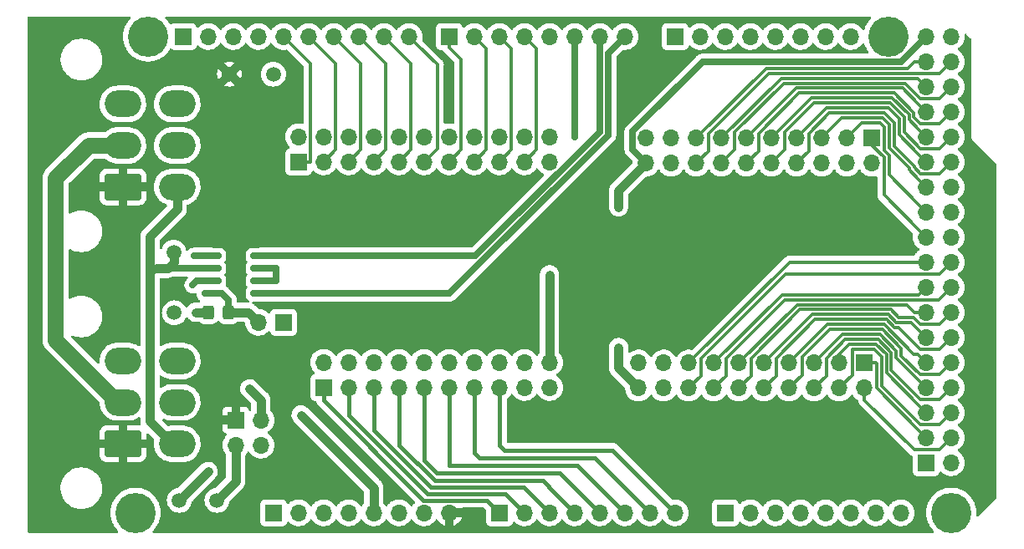
<source format=gbr>
%TF.GenerationSoftware,KiCad,Pcbnew,(6.0.9)*%
%TF.CreationDate,2023-03-29T13:48:58-08:00*%
%TF.ProjectId,ABSIS_Mega,41425349-535f-44d6-9567-612e6b696361,2*%
%TF.SameCoordinates,Original*%
%TF.FileFunction,Copper,L1,Top*%
%TF.FilePolarity,Positive*%
%FSLAX46Y46*%
G04 Gerber Fmt 4.6, Leading zero omitted, Abs format (unit mm)*
G04 Created by KiCad (PCBNEW (6.0.9)) date 2023-03-29 13:48:58*
%MOMM*%
%LPD*%
G01*
G04 APERTURE LIST*
G04 Aperture macros list*
%AMRoundRect*
0 Rectangle with rounded corners*
0 $1 Rounding radius*
0 $2 $3 $4 $5 $6 $7 $8 $9 X,Y pos of 4 corners*
0 Add a 4 corners polygon primitive as box body*
4,1,4,$2,$3,$4,$5,$6,$7,$8,$9,$2,$3,0*
0 Add four circle primitives for the rounded corners*
1,1,$1+$1,$2,$3*
1,1,$1+$1,$4,$5*
1,1,$1+$1,$6,$7*
1,1,$1+$1,$8,$9*
0 Add four rect primitives between the rounded corners*
20,1,$1+$1,$2,$3,$4,$5,0*
20,1,$1+$1,$4,$5,$6,$7,0*
20,1,$1+$1,$6,$7,$8,$9,0*
20,1,$1+$1,$8,$9,$2,$3,0*%
G04 Aperture macros list end*
%TA.AperFunction,ComponentPad*%
%ADD10C,4.064000*%
%TD*%
%TA.AperFunction,ComponentPad*%
%ADD11R,1.700000X1.700000*%
%TD*%
%TA.AperFunction,ComponentPad*%
%ADD12O,1.700000X1.700000*%
%TD*%
%TA.AperFunction,SMDPad,CuDef*%
%ADD13RoundRect,0.150000X0.825000X0.150000X-0.825000X0.150000X-0.825000X-0.150000X0.825000X-0.150000X0*%
%TD*%
%TA.AperFunction,SMDPad,CuDef*%
%ADD14RoundRect,0.249999X0.325001X0.450001X-0.325001X0.450001X-0.325001X-0.450001X0.325001X-0.450001X0*%
%TD*%
%TA.AperFunction,ComponentPad*%
%ADD15C,1.500000*%
%TD*%
%TA.AperFunction,ComponentPad*%
%ADD16RoundRect,0.250001X1.599999X-1.099999X1.599999X1.099999X-1.599999X1.099999X-1.599999X-1.099999X0*%
%TD*%
%TA.AperFunction,ComponentPad*%
%ADD17O,3.700000X2.700000*%
%TD*%
%TA.AperFunction,ViaPad*%
%ADD18C,0.600000*%
%TD*%
%TA.AperFunction,Conductor*%
%ADD19C,0.914400*%
%TD*%
%TA.AperFunction,Conductor*%
%ADD20C,0.635000*%
%TD*%
%TA.AperFunction,Conductor*%
%ADD21C,1.625600*%
%TD*%
%TA.AperFunction,Conductor*%
%ADD22C,0.304800*%
%TD*%
%TA.AperFunction,Conductor*%
%ADD23C,0.457200*%
%TD*%
G04 APERTURE END LIST*
D10*
%TO.P,MK1,1*%
%TO.N,N/C*%
X11430000Y2540000D03*
%TD*%
%TO.P,MK3,1*%
%TO.N,N/C*%
X93980000Y2540000D03*
%TD*%
%TO.P,MK4,1*%
%TO.N,N/C*%
X12700000Y50800000D03*
%TD*%
%TO.P,MK6,1*%
%TO.N,N/C*%
X87630000Y50800000D03*
%TD*%
D11*
%TO.P,J7,1*%
%TO.N,/+12V_SUPPLY*%
X21590000Y11938000D03*
D12*
%TO.P,J7,2*%
%TO.N,/+3.3V_SUPPLY*%
X24130000Y11938000D03*
%TO.P,J7,3*%
%TO.N,/+5V_SUPPLY*%
X21590000Y9398000D03*
%TO.P,J7,4*%
%TO.N,GND*%
X24130000Y9398000D03*
%TD*%
D13*
%TO.P,U1,1*%
%TO.N,/0(Rx0)*%
X24065000Y24765000D03*
%TO.P,U1,2*%
%TO.N,/2(\u002A\u002A)*%
X24065000Y26035000D03*
%TO.P,U1,3*%
X24065000Y27305000D03*
%TO.P,U1,4*%
%TO.N,/1(Tx0)*%
X24065000Y28575000D03*
%TO.P,U1,5*%
%TO.N,GND*%
X19115000Y28575000D03*
%TO.P,U1,6*%
%TO.N,/BUS-A*%
X19115000Y27305000D03*
%TO.P,U1,7*%
%TO.N,/BUS-B*%
X19115000Y26035000D03*
%TO.P,U1,8*%
%TO.N,/BUS-ENABLE*%
X19115000Y24765000D03*
%TD*%
D14*
%TO.P,C1,1*%
%TO.N,/BUS-ENABLE*%
X20837000Y22860000D03*
%TO.P,C1,2*%
%TO.N,GND*%
X18787000Y22860000D03*
%TD*%
D11*
%TO.P,JP1,1*%
%TO.N,+5V*%
X26416000Y21844000D03*
D12*
%TO.P,JP1,2*%
%TO.N,/BUS-ENABLE*%
X23876000Y21844000D03*
%TD*%
D15*
%TO.P,TP2,1*%
%TO.N,/+5V_SUPPLY*%
X19685000Y3810000D03*
%TD*%
%TO.P,TP3,1*%
%TO.N,/+3.3V_SUPPLY*%
X15875000Y3810000D03*
%TD*%
%TO.P,TP4,1*%
%TO.N,GND*%
X25400000Y46990000D03*
%TD*%
%TO.P,TP5,1*%
%TO.N,/BUS-A*%
X15303500Y28956000D03*
%TD*%
%TO.P,TP6,1*%
%TO.N,/BUS-B*%
X15367000Y22796500D03*
%TD*%
%TO.P,TP1,1*%
%TO.N,/+12V_SUPPLY*%
X20955000Y46990000D03*
%TD*%
D16*
%TO.P,J1,1*%
%TO.N,/+12V_SUPPLY*%
X10160000Y35560000D03*
D17*
%TO.P,J1,2*%
%TO.N,/+5V_SUPPLY*%
X10160000Y39760000D03*
%TO.P,J1,3*%
%TO.N,/+3.3V_SUPPLY*%
X10160000Y43960000D03*
%TO.P,J1,4*%
%TO.N,/BUS-A*%
X15660000Y35560000D03*
%TO.P,J1,5*%
%TO.N,/BUS-B*%
X15660000Y39760000D03*
%TO.P,J1,6*%
%TO.N,GND*%
X15660000Y43960000D03*
%TD*%
D16*
%TO.P,J2,1*%
%TO.N,/+12V_SUPPLY*%
X10160000Y9525000D03*
D17*
%TO.P,J2,2*%
%TO.N,/+5V_SUPPLY*%
X10160000Y13725000D03*
%TO.P,J2,3*%
%TO.N,/+3.3V_SUPPLY*%
X10160000Y17925000D03*
%TO.P,J2,4*%
%TO.N,/BUS-A*%
X15660000Y9525000D03*
%TO.P,J2,5*%
%TO.N,/BUS-B*%
X15660000Y13725000D03*
%TO.P,J2,6*%
%TO.N,GND*%
X15660000Y17925000D03*
%TD*%
D11*
%TO.P,J3,1*%
%TO.N,/13(\u002A\u002A)*%
X27940000Y38100000D03*
D12*
%TO.P,J3,2*%
%TO.N,/3(\u002A\u002A)*%
X27940000Y40640000D03*
%TO.P,J3,3*%
%TO.N,/12(\u002A\u002A)*%
X30480000Y38100000D03*
%TO.P,J3,4*%
%TO.N,/14(Tx3)*%
X30480000Y40640000D03*
%TO.P,J3,5*%
%TO.N,/11(\u002A\u002A)*%
X33020000Y38100000D03*
%TO.P,J3,6*%
%TO.N,/15(Rx3)*%
X33020000Y40640000D03*
%TO.P,J3,7*%
%TO.N,/10(\u002A\u002A)*%
X35560000Y38100000D03*
%TO.P,J3,8*%
%TO.N,/16(Tx2)*%
X35560000Y40640000D03*
%TO.P,J3,9*%
%TO.N,/9(\u002A\u002A)*%
X38100000Y38100000D03*
%TO.P,J3,10*%
%TO.N,/17(Rx2)*%
X38100000Y40640000D03*
%TO.P,J3,11*%
%TO.N,/8(\u002A\u002A)*%
X40640000Y38100000D03*
%TO.P,J3,12*%
%TO.N,/18(Tx1)*%
X40640000Y40640000D03*
%TO.P,J3,13*%
%TO.N,/7(\u002A\u002A)*%
X43180000Y38100000D03*
%TO.P,J3,14*%
%TO.N,/19(Rx1)*%
X43180000Y40640000D03*
%TO.P,J3,15*%
%TO.N,/6(\u002A\u002A)*%
X45720000Y38100000D03*
%TO.P,J3,16*%
%TO.N,/20(SDA)*%
X45720000Y40640000D03*
%TO.P,J3,17*%
%TO.N,/5(\u002A\u002A)*%
X48260000Y38100000D03*
%TO.P,J3,18*%
%TO.N,/21(SCL)*%
X48260000Y40640000D03*
%TO.P,J3,19*%
%TO.N,/4(\u002A\u002A)*%
X50800000Y38100000D03*
%TO.P,J3,20*%
%TO.N,GND*%
X50800000Y40640000D03*
%TO.P,J3,21*%
X53340000Y38100000D03*
%TO.P,J3,22*%
X53340000Y40640000D03*
%TD*%
D11*
%TO.P,J5,1*%
%TO.N,/52(SCK)*%
X85217000Y17716500D03*
D12*
%TO.P,J5,2*%
%TO.N,/53(SS)*%
X85217000Y15176500D03*
%TO.P,J5,3*%
%TO.N,/50(MISO)*%
X82677000Y17716500D03*
%TO.P,J5,4*%
%TO.N,/51(MOSI)*%
X82677000Y15176500D03*
%TO.P,J5,5*%
%TO.N,/48*%
X80137000Y17716500D03*
%TO.P,J5,6*%
%TO.N,/49*%
X80137000Y15176500D03*
%TO.P,J5,7*%
%TO.N,/46*%
X77597000Y17716500D03*
%TO.P,J5,8*%
%TO.N,/47*%
X77597000Y15176500D03*
%TO.P,J5,9*%
%TO.N,/44*%
X75057000Y17716500D03*
%TO.P,J5,10*%
%TO.N,/45*%
X75057000Y15176500D03*
%TO.P,J5,11*%
%TO.N,/42*%
X72517000Y17716500D03*
%TO.P,J5,12*%
%TO.N,/43*%
X72517000Y15176500D03*
%TO.P,J5,13*%
%TO.N,/40*%
X69977000Y17716500D03*
%TO.P,J5,14*%
%TO.N,/41*%
X69977000Y15176500D03*
%TO.P,J5,15*%
%TO.N,/38*%
X67437000Y17716500D03*
%TO.P,J5,16*%
%TO.N,/39*%
X67437000Y15176500D03*
%TO.P,J5,17*%
%TO.N,GND*%
X64897000Y17716500D03*
%TO.P,J5,18*%
%TO.N,+5VD*%
X64897000Y15176500D03*
%TO.P,J5,19*%
%TO.N,GND*%
X62357000Y17716500D03*
%TO.P,J5,20*%
%TO.N,+5VD*%
X62357000Y15176500D03*
%TD*%
D11*
%TO.P,J6,1*%
%TO.N,/36*%
X85979000Y40513000D03*
D12*
%TO.P,J6,2*%
%TO.N,/37*%
X85979000Y37973000D03*
%TO.P,J6,3*%
%TO.N,/34*%
X83439000Y40513000D03*
%TO.P,J6,4*%
%TO.N,/35*%
X83439000Y37973000D03*
%TO.P,J6,5*%
%TO.N,/32*%
X80899000Y40513000D03*
%TO.P,J6,6*%
%TO.N,/33*%
X80899000Y37973000D03*
%TO.P,J6,7*%
%TO.N,/30*%
X78359000Y40513000D03*
%TO.P,J6,8*%
%TO.N,/31*%
X78359000Y37973000D03*
%TO.P,J6,9*%
%TO.N,/28*%
X75819000Y40513000D03*
%TO.P,J6,10*%
%TO.N,/29*%
X75819000Y37973000D03*
%TO.P,J6,11*%
%TO.N,/26*%
X73279000Y40513000D03*
%TO.P,J6,12*%
%TO.N,/27*%
X73279000Y37973000D03*
%TO.P,J6,13*%
%TO.N,/24*%
X70739000Y40513000D03*
%TO.P,J6,14*%
%TO.N,/25*%
X70739000Y37973000D03*
%TO.P,J6,15*%
%TO.N,/22*%
X68199000Y40513000D03*
%TO.P,J6,16*%
%TO.N,/23*%
X68199000Y37973000D03*
%TO.P,J6,17*%
%TO.N,GND*%
X65659000Y40513000D03*
%TO.P,J6,18*%
%TO.N,+5VD*%
X65659000Y37973000D03*
%TO.P,J6,19*%
%TO.N,GND*%
X63119000Y40513000D03*
%TO.P,J6,20*%
%TO.N,+5VD*%
X63119000Y37973000D03*
%TD*%
D11*
%TO.P,J4,1*%
%TO.N,/A0*%
X30480000Y15240000D03*
D12*
%TO.P,J4,2*%
%TO.N,/A15*%
X30480000Y17780000D03*
%TO.P,J4,3*%
%TO.N,/A1*%
X33020000Y15240000D03*
%TO.P,J4,4*%
%TO.N,/A14*%
X33020000Y17780000D03*
%TO.P,J4,5*%
%TO.N,/A2*%
X35560000Y15240000D03*
%TO.P,J4,6*%
%TO.N,/A13*%
X35560000Y17780000D03*
%TO.P,J4,7*%
%TO.N,/A3*%
X38100000Y15240000D03*
%TO.P,J4,8*%
%TO.N,/A12*%
X38100000Y17780000D03*
%TO.P,J4,9*%
%TO.N,/A4*%
X40640000Y15240000D03*
%TO.P,J4,10*%
%TO.N,/A11*%
X40640000Y17780000D03*
%TO.P,J4,11*%
%TO.N,/A5*%
X43180000Y15240000D03*
%TO.P,J4,12*%
%TO.N,/A10*%
X43180000Y17780000D03*
%TO.P,J4,13*%
%TO.N,/A6*%
X45720000Y15240000D03*
%TO.P,J4,14*%
%TO.N,/A9*%
X45720000Y17780000D03*
%TO.P,J4,15*%
%TO.N,/A7*%
X48260000Y15240000D03*
%TO.P,J4,16*%
%TO.N,/A8*%
X48260000Y17780000D03*
%TO.P,J4,17*%
%TO.N,+5V*%
X50800000Y15240000D03*
%TO.P,J4,18*%
%TO.N,GND*%
X50800000Y17780000D03*
%TO.P,J4,19*%
%TO.N,+5V*%
X53340000Y15240000D03*
%TO.P,J4,20*%
%TO.N,GND*%
X53340000Y17780000D03*
%TD*%
D11*
%TO.P,P1,1*%
%TO.N,GND*%
X91440000Y7620000D03*
D12*
%TO.P,P1,2*%
X93980000Y7620000D03*
%TO.P,P1,3*%
%TO.N,/52(SCK)*%
X91440000Y10160000D03*
%TO.P,P1,4*%
%TO.N,/53(SS)*%
X93980000Y10160000D03*
%TO.P,P1,5*%
%TO.N,/50(MISO)*%
X91440000Y12700000D03*
%TO.P,P1,6*%
%TO.N,/51(MOSI)*%
X93980000Y12700000D03*
%TO.P,P1,7*%
%TO.N,/48*%
X91440000Y15240000D03*
%TO.P,P1,8*%
%TO.N,/49*%
X93980000Y15240000D03*
%TO.P,P1,9*%
%TO.N,/46*%
X91440000Y17780000D03*
%TO.P,P1,10*%
%TO.N,/47*%
X93980000Y17780000D03*
%TO.P,P1,11*%
%TO.N,/44*%
X91440000Y20320000D03*
%TO.P,P1,12*%
%TO.N,/45*%
X93980000Y20320000D03*
%TO.P,P1,13*%
%TO.N,/42*%
X91440000Y22860000D03*
%TO.P,P1,14*%
%TO.N,/43*%
X93980000Y22860000D03*
%TO.P,P1,15*%
%TO.N,/40*%
X91440000Y25400000D03*
%TO.P,P1,16*%
%TO.N,/41*%
X93980000Y25400000D03*
%TO.P,P1,17*%
%TO.N,/38*%
X91440000Y27940000D03*
%TO.P,P1,18*%
%TO.N,/39*%
X93980000Y27940000D03*
%TO.P,P1,19*%
%TO.N,/36*%
X91440000Y30480000D03*
%TO.P,P1,20*%
%TO.N,/37*%
X93980000Y30480000D03*
%TO.P,P1,21*%
%TO.N,/34*%
X91440000Y33020000D03*
%TO.P,P1,22*%
%TO.N,/35*%
X93980000Y33020000D03*
%TO.P,P1,23*%
%TO.N,/32*%
X91440000Y35560000D03*
%TO.P,P1,24*%
%TO.N,/33*%
X93980000Y35560000D03*
%TO.P,P1,25*%
%TO.N,/30*%
X91440000Y38100000D03*
%TO.P,P1,26*%
%TO.N,/31*%
X93980000Y38100000D03*
%TO.P,P1,27*%
%TO.N,/28*%
X91440000Y40640000D03*
%TO.P,P1,28*%
%TO.N,/29*%
X93980000Y40640000D03*
%TO.P,P1,29*%
%TO.N,/26*%
X91440000Y43180000D03*
%TO.P,P1,30*%
%TO.N,/27*%
X93980000Y43180000D03*
%TO.P,P1,31*%
%TO.N,/24*%
X91440000Y45720000D03*
%TO.P,P1,32*%
%TO.N,/25*%
X93980000Y45720000D03*
%TO.P,P1,33*%
%TO.N,/22*%
X91440000Y48260000D03*
%TO.P,P1,34*%
%TO.N,/23*%
X93980000Y48260000D03*
%TO.P,P1,35*%
%TO.N,+5VD*%
X91440000Y50800000D03*
%TO.P,P1,36*%
X93980000Y50800000D03*
%TD*%
D11*
%TO.P,P2,1*%
%TO.N,Net-(P2-Pad1)*%
X25400000Y2540000D03*
D12*
%TO.P,P2,2*%
%TO.N,/IOREF*%
X27940000Y2540000D03*
%TO.P,P2,3*%
%TO.N,/Reset*%
X30480000Y2540000D03*
%TO.P,P2,4*%
%TO.N,+3V3*%
X33020000Y2540000D03*
%TO.P,P2,5*%
%TO.N,+5V*%
X35560000Y2540000D03*
%TO.P,P2,6*%
%TO.N,GND*%
X38100000Y2540000D03*
%TO.P,P2,7*%
X40640000Y2540000D03*
%TO.P,P2,8*%
%TO.N,/+12V_SUPPLY*%
X43180000Y2540000D03*
%TD*%
D11*
%TO.P,P3,1*%
%TO.N,/A0*%
X48260000Y2540000D03*
D12*
%TO.P,P3,2*%
%TO.N,/A1*%
X50800000Y2540000D03*
%TO.P,P3,3*%
%TO.N,/A2*%
X53340000Y2540000D03*
%TO.P,P3,4*%
%TO.N,/A3*%
X55880000Y2540000D03*
%TO.P,P3,5*%
%TO.N,/A4*%
X58420000Y2540000D03*
%TO.P,P3,6*%
%TO.N,/A5*%
X60960000Y2540000D03*
%TO.P,P3,7*%
%TO.N,/A6*%
X63500000Y2540000D03*
%TO.P,P3,8*%
%TO.N,/A7*%
X66040000Y2540000D03*
%TD*%
D11*
%TO.P,P4,1*%
%TO.N,/A8*%
X71120000Y2540000D03*
D12*
%TO.P,P4,2*%
%TO.N,/A9*%
X73660000Y2540000D03*
%TO.P,P4,3*%
%TO.N,/A10*%
X76200000Y2540000D03*
%TO.P,P4,4*%
%TO.N,/A11*%
X78740000Y2540000D03*
%TO.P,P4,5*%
%TO.N,/A12*%
X81280000Y2540000D03*
%TO.P,P4,6*%
%TO.N,/A13*%
X83820000Y2540000D03*
%TO.P,P4,7*%
%TO.N,/A14*%
X86360000Y2540000D03*
%TO.P,P4,8*%
%TO.N,/A15*%
X88900000Y2540000D03*
%TD*%
D11*
%TO.P,P6,1*%
%TO.N,/7(\u002A\u002A)*%
X43180000Y50800000D03*
D12*
%TO.P,P6,2*%
%TO.N,/6(\u002A\u002A)*%
X45720000Y50800000D03*
%TO.P,P6,3*%
%TO.N,/5(\u002A\u002A)*%
X48260000Y50800000D03*
%TO.P,P6,4*%
%TO.N,/4(\u002A\u002A)*%
X50800000Y50800000D03*
%TO.P,P6,5*%
%TO.N,/3(\u002A\u002A)*%
X53340000Y50800000D03*
%TO.P,P6,6*%
%TO.N,/2(\u002A\u002A)*%
X55880000Y50800000D03*
%TO.P,P6,7*%
%TO.N,/1(Tx0)*%
X58420000Y50800000D03*
%TO.P,P6,8*%
%TO.N,/0(Rx0)*%
X60960000Y50800000D03*
%TD*%
D11*
%TO.P,P7,1*%
%TO.N,/14(Tx3)*%
X66040000Y50800000D03*
D12*
%TO.P,P7,2*%
%TO.N,/15(Rx3)*%
X68580000Y50800000D03*
%TO.P,P7,3*%
%TO.N,/16(Tx2)*%
X71120000Y50800000D03*
%TO.P,P7,4*%
%TO.N,/17(Rx2)*%
X73660000Y50800000D03*
%TO.P,P7,5*%
%TO.N,/18(Tx1)*%
X76200000Y50800000D03*
%TO.P,P7,6*%
%TO.N,/19(Rx1)*%
X78740000Y50800000D03*
%TO.P,P7,7*%
%TO.N,/20(SDA)*%
X81280000Y50800000D03*
%TO.P,P7,8*%
%TO.N,/21(SCL)*%
X83820000Y50800000D03*
%TD*%
D11*
%TO.P,P5,1*%
%TO.N,/SCL*%
X16256000Y50800000D03*
D12*
%TO.P,P5,2*%
%TO.N,/SDA*%
X18796000Y50800000D03*
%TO.P,P5,3*%
%TO.N,/AREF*%
X21336000Y50800000D03*
%TO.P,P5,4*%
%TO.N,GND*%
X23876000Y50800000D03*
%TO.P,P5,5*%
%TO.N,/13(\u002A\u002A)*%
X26416000Y50800000D03*
%TO.P,P5,6*%
%TO.N,/12(\u002A\u002A)*%
X28956000Y50800000D03*
%TO.P,P5,7*%
%TO.N,/11(\u002A\u002A)*%
X31496000Y50800000D03*
%TO.P,P5,8*%
%TO.N,/10(\u002A\u002A)*%
X34036000Y50800000D03*
%TO.P,P5,9*%
%TO.N,/9(\u002A\u002A)*%
X36576000Y50800000D03*
%TO.P,P5,10*%
%TO.N,/8(\u002A\u002A)*%
X39116000Y50800000D03*
%TD*%
D18*
%TO.N,GND*%
X17526000Y22860000D03*
X53340000Y25908000D03*
X53340000Y25146000D03*
X17335500Y28575000D03*
X53340000Y26670000D03*
%TO.N,+5V*%
X29718000Y10922000D03*
X28702000Y11938000D03*
X29210000Y11430000D03*
X28194000Y12446000D03*
%TO.N,+5VD*%
X60325000Y18542000D03*
X60325000Y17780000D03*
X60325000Y19304000D03*
X60325000Y33528000D03*
X60325000Y34290000D03*
X60325000Y35179000D03*
%TO.N,/+3.3V_SUPPLY*%
X18796000Y6731000D03*
X22987000Y15113000D03*
X17780000Y5715000D03*
X24066500Y14033500D03*
X23495000Y14605000D03*
X18288000Y6223000D03*
%TO.N,/2(\u002A\u002A)*%
X55880000Y40640000D03*
X25654000Y27305000D03*
%TO.N,/BUS-B*%
X17208500Y25590500D03*
%TD*%
D19*
%TO.N,GND*%
X53340000Y25908000D02*
X53340000Y26670000D01*
X53340000Y25146000D02*
X53340000Y25908000D01*
X18787000Y22860000D02*
X17526000Y22860000D01*
X53340000Y18982081D02*
X53340000Y25146000D01*
X53340000Y17780000D02*
X53340000Y18982081D01*
D20*
X19115000Y28575000D02*
X17335500Y28575000D01*
D19*
%TO.N,+5V*%
X35560000Y5080000D02*
X35560000Y2540000D01*
X28194000Y12446000D02*
X35560000Y5080000D01*
%TO.N,+5VD*%
X60325000Y35179000D02*
X60325000Y35179000D01*
X60325000Y33528000D02*
X60325000Y33528000D01*
X60325000Y34290000D02*
X60325000Y33528000D01*
X60325000Y18542000D02*
X60325000Y19304000D01*
X60325000Y17780000D02*
X60325000Y18542000D01*
D20*
X61751499Y41169401D02*
X68832597Y48250499D01*
D19*
X60325000Y35179000D02*
X60325000Y34290000D01*
X63119000Y37973000D02*
X60325000Y35179000D01*
D20*
X90590001Y49950001D02*
X91440000Y50800000D01*
D19*
X60325000Y17208500D02*
X60325000Y17780000D01*
D20*
X61751499Y39340501D02*
X61751499Y41169401D01*
X68832597Y48250499D02*
X88890499Y48250499D01*
X88890499Y48250499D02*
X90590001Y49950001D01*
X63119000Y37973000D02*
X61751499Y39340501D01*
D19*
X60325000Y17208500D02*
X61507001Y16026499D01*
X61507001Y16026499D02*
X62357000Y15176500D01*
D21*
%TO.N,/+5V_SUPPLY*%
X3347199Y20037801D02*
X9660000Y13725000D01*
D19*
X21590000Y5715000D02*
X19685000Y3810000D01*
D21*
X6684400Y39760000D02*
X3347199Y36422799D01*
X10160000Y39760000D02*
X6684400Y39760000D01*
D19*
X21590000Y9398000D02*
X21590000Y5715000D01*
D21*
X3347199Y36422799D02*
X3347199Y20037801D01*
X9660000Y13725000D02*
X10160000Y13725000D01*
D19*
%TO.N,/+3.3V_SUPPLY*%
X15875000Y3810000D02*
X17780000Y5715000D01*
X23495000Y14605000D02*
X22987000Y15113000D01*
X24066500Y14033500D02*
X23495000Y14605000D01*
X18288000Y6223000D02*
X18796000Y6731000D01*
X17780000Y5715000D02*
X18224500Y6159500D01*
X18224500Y6159500D02*
X18288000Y6223000D01*
X24130000Y13970000D02*
X24066500Y14033500D01*
X24130000Y13140081D02*
X24130000Y13970000D01*
X24130000Y11938000D02*
X24130000Y13140081D01*
D22*
%TO.N,/52(SCK)*%
X86419401Y17668899D02*
X86419401Y15180599D01*
X85217000Y17716500D02*
X86371800Y17716500D01*
X86419401Y15180599D02*
X90590001Y11009999D01*
X90590001Y11009999D02*
X91440000Y10160000D01*
X86371800Y17716500D02*
X86419401Y17668899D01*
%TO.N,/53(SS)*%
X85217000Y15176500D02*
X85217000Y13974419D01*
X90233820Y8957599D02*
X92777599Y8957599D01*
X85217000Y13974419D02*
X90233820Y8957599D01*
X93130001Y9310001D02*
X93980000Y10160000D01*
X92777599Y8957599D02*
X93130001Y9310001D01*
%TO.N,/50(MISO)*%
X82677000Y17716500D02*
X82677000Y18620910D01*
X87429022Y16710978D02*
X90590001Y13549999D01*
X90590001Y13549999D02*
X91440000Y12700000D01*
X82677000Y18620910D02*
X83645982Y19589892D01*
X87429022Y18552710D02*
X87429022Y16710978D01*
X86391840Y19589892D02*
X87429022Y18552710D01*
X83645982Y19589892D02*
X86391840Y19589892D01*
%TO.N,/51(MOSI)*%
X84010500Y16510000D02*
X84010500Y19085081D01*
X90816309Y11497599D02*
X92777599Y11497599D01*
X92777599Y11497599D02*
X93130001Y11850001D01*
X86182741Y19085081D02*
X86924211Y18343611D01*
X93130001Y11850001D02*
X93980000Y12700000D01*
X82677000Y15176500D02*
X84010500Y16510000D01*
X86924211Y15389697D02*
X90816309Y11497599D01*
X84010500Y19085081D02*
X86182741Y19085081D01*
X86924211Y18343611D02*
X86924211Y15389697D01*
%TO.N,/48*%
X88438644Y18241356D02*
X90590001Y16089999D01*
X80137000Y17716500D02*
X83020014Y20599514D01*
X86810038Y20599514D02*
X88438644Y18970908D01*
X90590001Y16089999D02*
X91440000Y15240000D01*
X88438644Y18970908D02*
X88438644Y18241356D01*
X83020014Y20599514D02*
X86810038Y20599514D01*
%TO.N,/49*%
X87933833Y18761809D02*
X87933833Y16966613D01*
X81339401Y18158455D02*
X83275649Y20094703D01*
X92777599Y14037599D02*
X93130001Y14390001D01*
X80137000Y15176500D02*
X81339401Y16378901D01*
X81339401Y16378901D02*
X81339401Y18158455D01*
X87933833Y16966613D02*
X90862847Y14037599D01*
X86600939Y20094703D02*
X87933833Y18761809D01*
X90862847Y14037599D02*
X92777599Y14037599D01*
X93130001Y14390001D02*
X93980000Y15240000D01*
X83275649Y20094703D02*
X86600939Y20094703D01*
%TO.N,/46*%
X81482424Y21609136D02*
X87228236Y21609136D01*
X78446999Y18566499D02*
X78446999Y18573711D01*
X77597000Y17716500D02*
X78446999Y18566499D01*
X90207373Y18629999D02*
X90590001Y18629999D01*
X90590001Y18629999D02*
X91440000Y17780000D01*
X87228236Y21609136D02*
X90207373Y18629999D01*
X78446999Y18573711D02*
X81482424Y21609136D01*
%TO.N,/47*%
X88943455Y18466097D02*
X90831953Y16577599D01*
X93130001Y16930001D02*
X93980000Y17780000D01*
X92777599Y16577599D02*
X93130001Y16930001D01*
X88943455Y19180007D02*
X88943455Y18466097D01*
X78934599Y18347401D02*
X81691523Y21104325D01*
X81691523Y21104325D02*
X87019137Y21104325D01*
X77597000Y15176500D02*
X78934599Y16514099D01*
X90831953Y16577599D02*
X92777599Y16577599D01*
X78934599Y16514099D02*
X78934599Y18347401D01*
X87019137Y21104325D02*
X88943455Y19180007D01*
%TO.N,/44*%
X87646434Y22618758D02*
X88437139Y21828053D01*
X89931949Y21828051D02*
X90590001Y21169999D01*
X90590001Y21169999D02*
X91440000Y20320000D01*
X88437139Y21828053D02*
X89931949Y21828051D01*
X79959258Y22618758D02*
X87646434Y22618758D01*
X75057000Y17716500D02*
X79959258Y22618758D01*
%TO.N,/45*%
X76259401Y18158455D02*
X80214893Y22113947D01*
X92777599Y19117599D02*
X93130001Y19470001D01*
X90862847Y19117599D02*
X92777599Y19117599D01*
X76259401Y16378901D02*
X76259401Y18158455D01*
X88228039Y21323243D02*
X88657205Y21323241D01*
X88657205Y21323241D02*
X90862847Y19117599D01*
X80214893Y22113947D02*
X87437335Y22113947D01*
X75057000Y15176500D02*
X76259401Y16378901D01*
X93130001Y19470001D02*
X93980000Y20320000D01*
X87437335Y22113947D02*
X88228039Y21323243D01*
%TO.N,/42*%
X78428880Y23628380D02*
X89469539Y23628380D01*
X89469539Y23628380D02*
X90237919Y22860000D01*
X90237919Y22860000D02*
X91440000Y22860000D01*
X72517000Y17716500D02*
X78428880Y23628380D01*
%TO.N,/43*%
X93130001Y22010001D02*
X93980000Y22860000D01*
X73719401Y16378901D02*
X73719401Y18158455D01*
X92777599Y21657599D02*
X93130001Y22010001D01*
X88646239Y22332863D02*
X90187585Y22332861D01*
X90862847Y21657599D02*
X92777599Y21657599D01*
X73719401Y18158455D02*
X78684515Y23123569D01*
X90187585Y22332861D02*
X90862847Y21657599D01*
X87855533Y23123569D02*
X88646239Y22332863D01*
X72517000Y15176500D02*
X73719401Y16378901D01*
X78684515Y23123569D02*
X87855533Y23123569D01*
%TO.N,/40*%
X90678000Y24638000D02*
X91440000Y25400000D01*
X69977000Y17716500D02*
X76898500Y24638000D01*
X76898500Y24638000D02*
X90678000Y24638000D01*
%TO.N,/41*%
X69977000Y15176500D02*
X71179401Y16378901D01*
X92713189Y24133189D02*
X93130001Y24550001D01*
X77154135Y24133189D02*
X92713189Y24133189D01*
X71179401Y18158455D02*
X77154135Y24133189D01*
X93130001Y24550001D02*
X93980000Y25400000D01*
X71179401Y16378901D02*
X71179401Y18158455D01*
%TO.N,/38*%
X77660500Y27940000D02*
X91440000Y27940000D01*
X67437000Y17716500D02*
X77660500Y27940000D01*
%TO.N,/39*%
X77218545Y26737599D02*
X92777599Y26737599D01*
X93130001Y27090001D02*
X93980000Y27940000D01*
X68639401Y16378901D02*
X68639401Y18158455D01*
X67437000Y15176500D02*
X68639401Y16378901D01*
X92777599Y26737599D02*
X93130001Y27090001D01*
X68639401Y18158455D02*
X77218545Y26737599D01*
%TO.N,/36*%
X90590001Y31329999D02*
X91440000Y30480000D01*
X87181401Y38565869D02*
X87181401Y34738599D01*
X85979000Y40513000D02*
X85979000Y39768270D01*
X87181401Y34738599D02*
X90590001Y31329999D01*
X85979000Y39768270D02*
X87181401Y38565869D01*
%TO.N,/34*%
X84953668Y42027668D02*
X86798651Y42027668D01*
X83439000Y40513000D02*
X84953668Y42027668D01*
X87686212Y36773788D02*
X90590001Y33869999D01*
X86798651Y42027668D02*
X87181402Y41644917D01*
X87181403Y39279777D02*
X87686212Y38774968D01*
X87686212Y38774968D02*
X87686212Y36773788D01*
X87181402Y41644917D02*
X87181403Y39279777D01*
X90590001Y33869999D02*
X91440000Y33020000D01*
%TO.N,/32*%
X82918479Y42532479D02*
X87007750Y42532479D01*
X87686212Y41854017D02*
X87686213Y39488877D01*
X90590001Y36409999D02*
X91440000Y35560000D01*
X89732788Y37267212D02*
X90590001Y36409999D01*
X87686213Y39488877D02*
X89732788Y37442302D01*
X80899000Y40513000D02*
X82918479Y42532479D01*
X87007750Y42532479D02*
X87686212Y41854017D01*
X89732788Y37442302D02*
X89732788Y37267212D01*
%TO.N,/30*%
X88706310Y42436600D02*
X88706310Y40833690D01*
X90590001Y38949999D02*
X91440000Y38100000D01*
X88706310Y40833690D02*
X90590001Y38949999D01*
X87600809Y43542101D02*
X88706310Y42436600D01*
X78359000Y40513000D02*
X81388101Y43542101D01*
X81388101Y43542101D02*
X87600809Y43542101D01*
%TO.N,/31*%
X93130001Y37250001D02*
X93980000Y38100000D01*
X90237599Y37522847D02*
X90862847Y36897599D01*
X79561401Y40954955D02*
X81643736Y43037290D01*
X88191023Y42063116D02*
X88191023Y39697977D01*
X90862847Y36897599D02*
X92777599Y36897599D01*
X88191023Y39697977D02*
X90237599Y37651401D01*
X79561401Y39175401D02*
X79561401Y40954955D01*
X87216849Y43037290D02*
X88191023Y42063116D01*
X78359000Y37973000D02*
X79561401Y39175401D01*
X90237599Y37651401D02*
X90237599Y37522847D01*
X81643736Y43037290D02*
X87216849Y43037290D01*
X92777599Y36897599D02*
X93130001Y37250001D01*
%TO.N,/28*%
X89715932Y42854798D02*
X89715932Y42364068D01*
X90590001Y41489999D02*
X91440000Y40640000D01*
X75819000Y40513000D02*
X79857723Y44551723D01*
X89715932Y42364068D02*
X90590001Y41489999D01*
X79857723Y44551723D02*
X88019007Y44551723D01*
X88019007Y44551723D02*
X89715932Y42854798D01*
%TO.N,/29*%
X77156599Y41090153D02*
X80113358Y44046912D01*
X75819000Y37973000D02*
X77156599Y39310599D01*
X93130001Y39790001D02*
X93980000Y40640000D01*
X89211121Y42645699D02*
X89211121Y41089325D01*
X92777599Y39437599D02*
X93130001Y39790001D01*
X87809909Y44046911D02*
X89211121Y42645699D01*
X89211121Y41089325D02*
X90862847Y39437599D01*
X90862847Y39437599D02*
X92777599Y39437599D01*
X77156599Y39310599D02*
X77156599Y41090153D01*
X80113358Y44046912D02*
X87809909Y44046911D01*
%TO.N,/26*%
X89058655Y45561345D02*
X90590001Y44029999D01*
X90590001Y44029999D02*
X91440000Y43180000D01*
X73279000Y40513000D02*
X78327345Y45561345D01*
X78327345Y45561345D02*
X89058655Y45561345D01*
%TO.N,/27*%
X90220743Y43063897D02*
X90220743Y42619705D01*
X74481401Y40954955D02*
X78582980Y45056534D01*
X90862847Y41977599D02*
X92777599Y41977599D01*
X73279000Y37973000D02*
X74481401Y39175401D01*
X74481401Y39175401D02*
X74481401Y40954955D01*
X88228107Y45056533D02*
X90220743Y43063897D01*
X92777599Y41977599D02*
X93130001Y42330001D01*
X93130001Y42330001D02*
X93980000Y43180000D01*
X78582980Y45056534D02*
X88228107Y45056533D01*
X90220743Y42619705D02*
X90862847Y41977599D01*
%TO.N,/24*%
X90590001Y46569999D02*
X91440000Y45720000D01*
X70739000Y40513000D02*
X76796967Y46570967D01*
X90589033Y46570967D02*
X90590001Y46569999D01*
X76796967Y46570967D02*
X90589033Y46570967D01*
%TO.N,/25*%
X72076599Y41090153D02*
X77052602Y46066156D01*
X93130001Y44870001D02*
X93980000Y45720000D01*
X90862847Y44517599D02*
X92777599Y44517599D01*
X92777599Y44517599D02*
X93130001Y44870001D01*
X72076599Y39310599D02*
X72076599Y41090153D01*
X89314290Y46066156D02*
X90862847Y44517599D01*
X77052602Y46066156D02*
X89314290Y46066156D01*
X70739000Y37973000D02*
X72076599Y39310599D01*
%TO.N,/22*%
X68199000Y40513000D02*
X75266589Y47580589D01*
X75266589Y47580589D02*
X89558508Y47580589D01*
X90237919Y48260000D02*
X91440000Y48260000D01*
X89558508Y47580589D02*
X90237919Y48260000D01*
%TO.N,/23*%
X68199000Y37973000D02*
X69401401Y39175401D01*
X92777599Y47057599D02*
X93130001Y47410001D01*
X75522224Y47075778D02*
X90844668Y47075778D01*
X90844668Y47075778D02*
X90862847Y47057599D01*
X93130001Y47410001D02*
X93980000Y48260000D01*
X90862847Y47057599D02*
X92777599Y47057599D01*
X69401401Y40954955D02*
X75522224Y47075778D01*
X69401401Y39175401D02*
X69401401Y40954955D01*
D23*
%TO.N,/A0*%
X40594199Y3818601D02*
X46981399Y3818601D01*
X30480000Y13932800D02*
X40594199Y3818601D01*
X46981399Y3818601D02*
X48260000Y2540000D01*
X30480000Y15240000D02*
X30480000Y13932800D01*
%TO.N,/A1*%
X49950001Y3389999D02*
X50800000Y2540000D01*
X48864188Y4475812D02*
X49950001Y3389999D01*
X33020000Y15240000D02*
X33020000Y12446000D01*
X40990188Y4475812D02*
X48864188Y4475812D01*
X33020000Y12446000D02*
X40990188Y4475812D01*
%TO.N,/A2*%
X35560000Y15240000D02*
X35560000Y10922000D01*
X35560000Y10922000D02*
X41348978Y5133022D01*
X50746978Y5133022D02*
X53340000Y2540000D01*
X41348978Y5133022D02*
X50746978Y5133022D01*
%TO.N,/A3*%
X41707768Y5790232D02*
X52629768Y5790232D01*
X53848000Y4572000D02*
X55880000Y2540000D01*
X38100000Y15240000D02*
X38100000Y9398000D01*
X38100000Y9398000D02*
X41707768Y5790232D01*
X52629768Y5790232D02*
X53848000Y4572000D01*
%TO.N,/A4*%
X40640000Y15240000D02*
X40640000Y7874000D01*
X41910000Y6604000D02*
X54356000Y6604000D01*
X57570001Y3389999D02*
X58420000Y2540000D01*
X40640000Y7874000D02*
X41910000Y6604000D01*
X54356000Y6604000D02*
X57570001Y3389999D01*
%TO.N,/A5*%
X43180000Y7366000D02*
X56134000Y7366000D01*
X43180000Y15240000D02*
X43180000Y7366000D01*
X56134000Y7366000D02*
X60110001Y3389999D01*
X60110001Y3389999D02*
X60960000Y2540000D01*
%TO.N,/A6*%
X62650001Y3389999D02*
X63500000Y2540000D01*
X45720000Y15240000D02*
X45720000Y8636000D01*
X57912000Y8128000D02*
X62650001Y3389999D01*
X45720000Y8636000D02*
X46228000Y8128000D01*
X46228000Y8128000D02*
X57912000Y8128000D01*
%TO.N,/A7*%
X48260000Y9398000D02*
X48768000Y8890000D01*
X65190001Y3389999D02*
X66040000Y2540000D01*
X48768000Y8890000D02*
X59690000Y8890000D01*
X59690000Y8890000D02*
X65190001Y3389999D01*
X48260000Y15240000D02*
X48260000Y9398000D01*
D22*
%TO.N,/13(\u002A\u002A)*%
X29094800Y38100000D02*
X29142401Y38147601D01*
X27265999Y49950001D02*
X26416000Y50800000D01*
X29142401Y38147601D02*
X29142401Y48073599D01*
X29142401Y48073599D02*
X27265999Y49950001D01*
X27940000Y38100000D02*
X29094800Y38100000D01*
%TO.N,/12(\u002A\u002A)*%
X29805999Y49950001D02*
X28956000Y50800000D01*
X31682401Y48073599D02*
X29805999Y49950001D01*
X30480000Y38100000D02*
X31682401Y39302401D01*
X31682401Y39302401D02*
X31682401Y48073599D01*
%TO.N,/11(\u002A\u002A)*%
X32345999Y49950001D02*
X31496000Y50800000D01*
X34222401Y48073599D02*
X32345999Y49950001D01*
X34222401Y39302401D02*
X34222401Y48073599D01*
X33020000Y38100000D02*
X34222401Y39302401D01*
%TO.N,/10(\u002A\u002A)*%
X35560000Y38100000D02*
X36762401Y39302401D01*
X36762401Y39302401D02*
X36762401Y48073599D01*
X36762401Y48073599D02*
X34885999Y49950001D01*
X34885999Y49950001D02*
X34036000Y50800000D01*
%TO.N,/9(\u002A\u002A)*%
X38100000Y38100000D02*
X39302401Y39302401D01*
X39302401Y48073599D02*
X37425999Y49950001D01*
X39302401Y39302401D02*
X39302401Y48073599D01*
X37425999Y49950001D02*
X36576000Y50800000D01*
%TO.N,/8(\u002A\u002A)*%
X39965999Y49950001D02*
X39116000Y50800000D01*
X40640000Y38100000D02*
X41977599Y39437599D01*
X41977599Y39437599D02*
X41977599Y47938401D01*
X41977599Y47938401D02*
X39965999Y49950001D01*
%TO.N,/7(\u002A\u002A)*%
X44382401Y39302401D02*
X44382401Y48442799D01*
X44382401Y48442799D02*
X43180000Y49645200D01*
X43180000Y49645200D02*
X43180000Y50800000D01*
X43180000Y38100000D02*
X44382401Y39302401D01*
%TO.N,/6(\u002A\u002A)*%
X46922401Y39302401D02*
X46922401Y49597599D01*
X46922401Y49597599D02*
X46569999Y49950001D01*
X46569999Y49950001D02*
X45720000Y50800000D01*
X45720000Y38100000D02*
X46922401Y39302401D01*
%TO.N,/5(\u002A\u002A)*%
X49462401Y49597599D02*
X49109999Y49950001D01*
X48260000Y38100000D02*
X49462401Y39302401D01*
X49462401Y39302401D02*
X49462401Y49597599D01*
X49109999Y49950001D02*
X48260000Y50800000D01*
%TO.N,/4(\u002A\u002A)*%
X52002401Y49597599D02*
X51649999Y49950001D01*
X50800000Y38100000D02*
X52002401Y39302401D01*
X51649999Y49950001D02*
X50800000Y50800000D01*
X52002401Y39302401D02*
X52002401Y49597599D01*
D20*
%TO.N,/2(\u002A\u002A)*%
X25654000Y26035000D02*
X24065000Y26035000D01*
X24065000Y27305000D02*
X25654000Y27305000D01*
X55880000Y40640000D02*
X55880000Y48895000D01*
X55880000Y48895000D02*
X55880000Y50800000D01*
X25654000Y27305000D02*
X25654000Y26035000D01*
%TO.N,/1(Tx0)*%
X24065000Y28575000D02*
X45838902Y28575000D01*
X58420000Y49597919D02*
X58420000Y50800000D01*
X45838902Y28575000D02*
X58420000Y41156098D01*
X58420000Y41156098D02*
X58420000Y49597919D01*
%TO.N,/0(Rx0)*%
X59255011Y49095011D02*
X60110001Y49950001D01*
X24065000Y24765000D02*
X43209785Y24765000D01*
X60110001Y49950001D02*
X60960000Y50800000D01*
X59255011Y40810226D02*
X59255011Y49095011D01*
X43209785Y24765000D02*
X59255011Y40810226D01*
D19*
%TO.N,/BUS-ENABLE*%
X20837000Y22860000D02*
X22860000Y22860000D01*
X22860000Y22860000D02*
X23876000Y21844000D01*
D20*
X20193000Y24765000D02*
X19115000Y24765000D01*
X20837000Y24121000D02*
X20193000Y24765000D01*
X20837000Y22860000D02*
X20837000Y24121000D01*
D19*
%TO.N,/BUS-A*%
X15303500Y28956000D02*
X15303500Y27895340D01*
X14713160Y27305000D02*
X13589000Y27305000D01*
D20*
X13589000Y27305000D02*
X12895600Y26611600D01*
X19115000Y27305000D02*
X13589000Y27305000D01*
D19*
X15660000Y35560000D02*
X15660000Y33295600D01*
X15160000Y9525000D02*
X15660000Y9525000D01*
X15660000Y33295600D02*
X12895600Y30531200D01*
X15303500Y27895340D02*
X14713160Y27305000D01*
X12895600Y26611600D02*
X12895600Y11789400D01*
X12895600Y11789400D02*
X15160000Y9525000D01*
X12895600Y30531200D02*
X12895600Y26611600D01*
D20*
%TO.N,/BUS-B*%
X19115000Y26035000D02*
X17653000Y26035000D01*
X17653000Y26035000D02*
X17208500Y25590500D01*
%TD*%
%TA.AperFunction,Conductor*%
%TO.N,/+12V_SUPPLY*%
G36*
X10901997Y52811498D02*
G01*
X10948490Y52757842D01*
X10958594Y52687568D01*
X10929100Y52622988D01*
X10920129Y52613650D01*
X10844394Y52542530D01*
X10640629Y52296221D01*
X10638505Y52292874D01*
X10638502Y52292870D01*
X10516493Y52100615D01*
X10469341Y52026315D01*
X10467657Y52022736D01*
X10467653Y52022729D01*
X10340475Y51752460D01*
X10333233Y51737070D01*
X10234449Y51433046D01*
X10174549Y51119039D01*
X10154477Y50800000D01*
X10174549Y50480961D01*
X10234449Y50166954D01*
X10333233Y49862930D01*
X10334920Y49859344D01*
X10334922Y49859340D01*
X10467653Y49577271D01*
X10467657Y49577264D01*
X10469341Y49573685D01*
X10471465Y49570339D01*
X10471465Y49570338D01*
X10628857Y49322329D01*
X10640629Y49303779D01*
X10677509Y49259199D01*
X10825574Y49080220D01*
X10844394Y49057470D01*
X11077423Y48838641D01*
X11080625Y48836314D01*
X11080627Y48836313D01*
X11173839Y48768591D01*
X11336041Y48650744D01*
X11339510Y48648837D01*
X11339513Y48648835D01*
X11544490Y48536148D01*
X11616169Y48496742D01*
X11683545Y48470066D01*
X11909707Y48380522D01*
X11909710Y48380521D01*
X11913390Y48379064D01*
X11917224Y48378080D01*
X11917232Y48378077D01*
X12105513Y48329735D01*
X12223017Y48299565D01*
X12226945Y48299069D01*
X12226949Y48299068D01*
X12351610Y48283320D01*
X12540165Y48259500D01*
X12859835Y48259500D01*
X13048390Y48283320D01*
X13173051Y48299068D01*
X13173055Y48299069D01*
X13176983Y48299565D01*
X13294487Y48329735D01*
X13482768Y48378077D01*
X13482776Y48378080D01*
X13486610Y48379064D01*
X13490290Y48380521D01*
X13490293Y48380522D01*
X13716455Y48470066D01*
X13783831Y48496742D01*
X13855511Y48536148D01*
X14060487Y48648835D01*
X14060490Y48648837D01*
X14063959Y48650744D01*
X14226161Y48768591D01*
X14319373Y48836313D01*
X14319375Y48836314D01*
X14322577Y48838641D01*
X14555606Y49057470D01*
X14574427Y49080220D01*
X14722491Y49259199D01*
X14759371Y49303779D01*
X14771144Y49322329D01*
X14883507Y49499385D01*
X14899426Y49524470D01*
X14952815Y49571269D01*
X15023030Y49581774D01*
X15081376Y49557782D01*
X15159295Y49499385D01*
X15295684Y49448255D01*
X15357866Y49441500D01*
X17154134Y49441500D01*
X17216316Y49448255D01*
X17352705Y49499385D01*
X17469261Y49586739D01*
X17556615Y49703295D01*
X17578800Y49762473D01*
X17600598Y49820618D01*
X17643240Y49877382D01*
X17709802Y49902082D01*
X17779150Y49886874D01*
X17813817Y49858886D01*
X17842250Y49826062D01*
X18014126Y49683368D01*
X18207000Y49570662D01*
X18415692Y49490970D01*
X18420760Y49489939D01*
X18420763Y49489938D01*
X18510834Y49471613D01*
X18634597Y49446433D01*
X18639772Y49446243D01*
X18639774Y49446243D01*
X18852673Y49438436D01*
X18852677Y49438436D01*
X18857837Y49438247D01*
X18862957Y49438903D01*
X18862959Y49438903D01*
X19074288Y49465975D01*
X19074289Y49465975D01*
X19079416Y49466632D01*
X19084366Y49468117D01*
X19288429Y49529339D01*
X19288434Y49529341D01*
X19293384Y49530826D01*
X19493994Y49629104D01*
X19675860Y49758827D01*
X19834096Y49916511D01*
X19964453Y50097923D01*
X19965776Y50096972D01*
X20012645Y50140143D01*
X20082580Y50152375D01*
X20148026Y50124856D01*
X20175875Y50093006D01*
X20180198Y50085952D01*
X20235987Y49994912D01*
X20382250Y49826062D01*
X20554126Y49683368D01*
X20747000Y49570662D01*
X20955692Y49490970D01*
X20960760Y49489939D01*
X20960763Y49489938D01*
X21050834Y49471613D01*
X21174597Y49446433D01*
X21179772Y49446243D01*
X21179774Y49446243D01*
X21392673Y49438436D01*
X21392677Y49438436D01*
X21397837Y49438247D01*
X21402957Y49438903D01*
X21402959Y49438903D01*
X21614288Y49465975D01*
X21614289Y49465975D01*
X21619416Y49466632D01*
X21624366Y49468117D01*
X21828429Y49529339D01*
X21828434Y49529341D01*
X21833384Y49530826D01*
X22033994Y49629104D01*
X22215860Y49758827D01*
X22374096Y49916511D01*
X22504453Y50097923D01*
X22505776Y50096972D01*
X22552645Y50140143D01*
X22622580Y50152375D01*
X22688026Y50124856D01*
X22715875Y50093006D01*
X22720198Y50085952D01*
X22775987Y49994912D01*
X22922250Y49826062D01*
X23094126Y49683368D01*
X23287000Y49570662D01*
X23495692Y49490970D01*
X23500760Y49489939D01*
X23500763Y49489938D01*
X23590834Y49471613D01*
X23714597Y49446433D01*
X23719772Y49446243D01*
X23719774Y49446243D01*
X23932673Y49438436D01*
X23932677Y49438436D01*
X23937837Y49438247D01*
X23942957Y49438903D01*
X23942959Y49438903D01*
X24154288Y49465975D01*
X24154289Y49465975D01*
X24159416Y49466632D01*
X24164366Y49468117D01*
X24368429Y49529339D01*
X24368434Y49529341D01*
X24373384Y49530826D01*
X24573994Y49629104D01*
X24755860Y49758827D01*
X24914096Y49916511D01*
X25044453Y50097923D01*
X25045776Y50096972D01*
X25092645Y50140143D01*
X25162580Y50152375D01*
X25228026Y50124856D01*
X25255875Y50093006D01*
X25260198Y50085952D01*
X25315987Y49994912D01*
X25462250Y49826062D01*
X25634126Y49683368D01*
X25827000Y49570662D01*
X26035692Y49490970D01*
X26040760Y49489939D01*
X26040763Y49489938D01*
X26130834Y49471613D01*
X26254597Y49446433D01*
X26259772Y49446243D01*
X26259774Y49446243D01*
X26472673Y49438436D01*
X26472677Y49438436D01*
X26477837Y49438247D01*
X26482957Y49438903D01*
X26482959Y49438903D01*
X26555961Y49448255D01*
X26699416Y49466632D01*
X26704369Y49468118D01*
X26704374Y49468119D01*
X26716019Y49471613D01*
X26787014Y49472031D01*
X26841323Y49440023D01*
X28444596Y47836750D01*
X28478622Y47774438D01*
X28481501Y47747655D01*
X28481501Y42067770D01*
X28461499Y41999649D01*
X28407843Y41953156D01*
X28337569Y41943052D01*
X28313442Y41948997D01*
X28293091Y41956204D01*
X28293083Y41956206D01*
X28288212Y41957931D01*
X28283119Y41958838D01*
X28283116Y41958839D01*
X28073373Y41996200D01*
X28073367Y41996201D01*
X28068284Y41997106D01*
X27994452Y41998008D01*
X27850081Y41999772D01*
X27850079Y41999772D01*
X27844911Y41999835D01*
X27624091Y41966045D01*
X27411756Y41896643D01*
X27381443Y41880863D01*
X27228278Y41801130D01*
X27213607Y41793493D01*
X27209474Y41790390D01*
X27209471Y41790388D01*
X27040323Y41663388D01*
X27034965Y41659365D01*
X26985798Y41607915D01*
X26892180Y41509949D01*
X26880629Y41497862D01*
X26877715Y41493590D01*
X26877714Y41493589D01*
X26844997Y41445628D01*
X26754743Y41313320D01*
X26728380Y41256526D01*
X26680042Y41152389D01*
X26660688Y41110695D01*
X26600989Y40895430D01*
X26577251Y40673305D01*
X26577548Y40668152D01*
X26577548Y40668149D01*
X26583011Y40573410D01*
X26590110Y40450285D01*
X26591247Y40445239D01*
X26591248Y40445233D01*
X26609732Y40363218D01*
X26639222Y40232361D01*
X26723266Y40025384D01*
X26839987Y39834912D01*
X26986250Y39666062D01*
X26990230Y39662758D01*
X26994981Y39658813D01*
X27034616Y39599910D01*
X27036113Y39528929D01*
X26998997Y39468407D01*
X26958725Y39443888D01*
X26885121Y39416295D01*
X26843295Y39400615D01*
X26726739Y39313261D01*
X26639385Y39196705D01*
X26588255Y39060316D01*
X26581500Y38998134D01*
X26581500Y37201866D01*
X26588255Y37139684D01*
X26639385Y37003295D01*
X26726739Y36886739D01*
X26843295Y36799385D01*
X26979684Y36748255D01*
X27041866Y36741500D01*
X28838134Y36741500D01*
X28900316Y36748255D01*
X29036705Y36799385D01*
X29153261Y36886739D01*
X29240615Y37003295D01*
X29250146Y37028718D01*
X29284598Y37120618D01*
X29327240Y37177382D01*
X29393802Y37202082D01*
X29463150Y37186874D01*
X29497817Y37158886D01*
X29526250Y37126062D01*
X29698126Y36983368D01*
X29891000Y36870662D01*
X30099692Y36790970D01*
X30104760Y36789939D01*
X30104763Y36789938D01*
X30196618Y36771250D01*
X30318597Y36746433D01*
X30323772Y36746243D01*
X30323774Y36746243D01*
X30536673Y36738436D01*
X30536677Y36738436D01*
X30541837Y36738247D01*
X30546957Y36738903D01*
X30546959Y36738903D01*
X30758288Y36765975D01*
X30758289Y36765975D01*
X30763416Y36766632D01*
X30770096Y36768636D01*
X30972429Y36829339D01*
X30972434Y36829341D01*
X30977384Y36830826D01*
X31177994Y36929104D01*
X31359860Y37058827D01*
X31374031Y37072948D01*
X31489260Y37187776D01*
X31518096Y37216511D01*
X31523266Y37223705D01*
X31648453Y37397923D01*
X31649776Y37396972D01*
X31696645Y37440143D01*
X31766580Y37452375D01*
X31832026Y37424856D01*
X31859875Y37393006D01*
X31919987Y37294912D01*
X32066250Y37126062D01*
X32238126Y36983368D01*
X32431000Y36870662D01*
X32639692Y36790970D01*
X32644760Y36789939D01*
X32644763Y36789938D01*
X32736618Y36771250D01*
X32858597Y36746433D01*
X32863772Y36746243D01*
X32863774Y36746243D01*
X33076673Y36738436D01*
X33076677Y36738436D01*
X33081837Y36738247D01*
X33086957Y36738903D01*
X33086959Y36738903D01*
X33298288Y36765975D01*
X33298289Y36765975D01*
X33303416Y36766632D01*
X33310096Y36768636D01*
X33512429Y36829339D01*
X33512434Y36829341D01*
X33517384Y36830826D01*
X33717994Y36929104D01*
X33899860Y37058827D01*
X33914031Y37072948D01*
X34029260Y37187776D01*
X34058096Y37216511D01*
X34063266Y37223705D01*
X34188453Y37397923D01*
X34189776Y37396972D01*
X34236645Y37440143D01*
X34306580Y37452375D01*
X34372026Y37424856D01*
X34399875Y37393006D01*
X34459987Y37294912D01*
X34606250Y37126062D01*
X34778126Y36983368D01*
X34971000Y36870662D01*
X35179692Y36790970D01*
X35184760Y36789939D01*
X35184763Y36789938D01*
X35276618Y36771250D01*
X35398597Y36746433D01*
X35403772Y36746243D01*
X35403774Y36746243D01*
X35616673Y36738436D01*
X35616677Y36738436D01*
X35621837Y36738247D01*
X35626957Y36738903D01*
X35626959Y36738903D01*
X35838288Y36765975D01*
X35838289Y36765975D01*
X35843416Y36766632D01*
X35850096Y36768636D01*
X36052429Y36829339D01*
X36052434Y36829341D01*
X36057384Y36830826D01*
X36257994Y36929104D01*
X36439860Y37058827D01*
X36454031Y37072948D01*
X36569260Y37187776D01*
X36598096Y37216511D01*
X36603266Y37223705D01*
X36728453Y37397923D01*
X36729776Y37396972D01*
X36776645Y37440143D01*
X36846580Y37452375D01*
X36912026Y37424856D01*
X36939875Y37393006D01*
X36999987Y37294912D01*
X37146250Y37126062D01*
X37318126Y36983368D01*
X37511000Y36870662D01*
X37719692Y36790970D01*
X37724760Y36789939D01*
X37724763Y36789938D01*
X37816618Y36771250D01*
X37938597Y36746433D01*
X37943772Y36746243D01*
X37943774Y36746243D01*
X38156673Y36738436D01*
X38156677Y36738436D01*
X38161837Y36738247D01*
X38166957Y36738903D01*
X38166959Y36738903D01*
X38378288Y36765975D01*
X38378289Y36765975D01*
X38383416Y36766632D01*
X38390096Y36768636D01*
X38592429Y36829339D01*
X38592434Y36829341D01*
X38597384Y36830826D01*
X38797994Y36929104D01*
X38979860Y37058827D01*
X38994031Y37072948D01*
X39109260Y37187776D01*
X39138096Y37216511D01*
X39143266Y37223705D01*
X39268453Y37397923D01*
X39269776Y37396972D01*
X39316645Y37440143D01*
X39386580Y37452375D01*
X39452026Y37424856D01*
X39479875Y37393006D01*
X39539987Y37294912D01*
X39686250Y37126062D01*
X39858126Y36983368D01*
X40051000Y36870662D01*
X40259692Y36790970D01*
X40264760Y36789939D01*
X40264763Y36789938D01*
X40356618Y36771250D01*
X40478597Y36746433D01*
X40483772Y36746243D01*
X40483774Y36746243D01*
X40696673Y36738436D01*
X40696677Y36738436D01*
X40701837Y36738247D01*
X40706957Y36738903D01*
X40706959Y36738903D01*
X40918288Y36765975D01*
X40918289Y36765975D01*
X40923416Y36766632D01*
X40930096Y36768636D01*
X41132429Y36829339D01*
X41132434Y36829341D01*
X41137384Y36830826D01*
X41337994Y36929104D01*
X41519860Y37058827D01*
X41534031Y37072948D01*
X41649260Y37187776D01*
X41678096Y37216511D01*
X41683266Y37223705D01*
X41808453Y37397923D01*
X41809776Y37396972D01*
X41856645Y37440143D01*
X41926580Y37452375D01*
X41992026Y37424856D01*
X42019875Y37393006D01*
X42079987Y37294912D01*
X42226250Y37126062D01*
X42398126Y36983368D01*
X42591000Y36870662D01*
X42799692Y36790970D01*
X42804760Y36789939D01*
X42804763Y36789938D01*
X42896618Y36771250D01*
X43018597Y36746433D01*
X43023772Y36746243D01*
X43023774Y36746243D01*
X43236673Y36738436D01*
X43236677Y36738436D01*
X43241837Y36738247D01*
X43246957Y36738903D01*
X43246959Y36738903D01*
X43458288Y36765975D01*
X43458289Y36765975D01*
X43463416Y36766632D01*
X43470096Y36768636D01*
X43672429Y36829339D01*
X43672434Y36829341D01*
X43677384Y36830826D01*
X43877994Y36929104D01*
X44059860Y37058827D01*
X44074031Y37072948D01*
X44189260Y37187776D01*
X44218096Y37216511D01*
X44223266Y37223705D01*
X44348453Y37397923D01*
X44349776Y37396972D01*
X44396645Y37440143D01*
X44466580Y37452375D01*
X44532026Y37424856D01*
X44559875Y37393006D01*
X44619987Y37294912D01*
X44766250Y37126062D01*
X44938126Y36983368D01*
X45131000Y36870662D01*
X45339692Y36790970D01*
X45344760Y36789939D01*
X45344763Y36789938D01*
X45436618Y36771250D01*
X45558597Y36746433D01*
X45563772Y36746243D01*
X45563774Y36746243D01*
X45776673Y36738436D01*
X45776677Y36738436D01*
X45781837Y36738247D01*
X45786957Y36738903D01*
X45786959Y36738903D01*
X45998288Y36765975D01*
X45998289Y36765975D01*
X46003416Y36766632D01*
X46010096Y36768636D01*
X46212429Y36829339D01*
X46212434Y36829341D01*
X46217384Y36830826D01*
X46417994Y36929104D01*
X46599860Y37058827D01*
X46614031Y37072948D01*
X46729260Y37187776D01*
X46758096Y37216511D01*
X46763266Y37223705D01*
X46888453Y37397923D01*
X46889776Y37396972D01*
X46936645Y37440143D01*
X47006580Y37452375D01*
X47072026Y37424856D01*
X47099875Y37393006D01*
X47159987Y37294912D01*
X47306250Y37126062D01*
X47478126Y36983368D01*
X47671000Y36870662D01*
X47879692Y36790970D01*
X47884760Y36789939D01*
X47884763Y36789938D01*
X47976618Y36771250D01*
X48098597Y36746433D01*
X48103772Y36746243D01*
X48103774Y36746243D01*
X48316673Y36738436D01*
X48316677Y36738436D01*
X48321837Y36738247D01*
X48326957Y36738903D01*
X48326959Y36738903D01*
X48538288Y36765975D01*
X48538289Y36765975D01*
X48543416Y36766632D01*
X48550096Y36768636D01*
X48752429Y36829339D01*
X48752434Y36829341D01*
X48757384Y36830826D01*
X48957994Y36929104D01*
X49139860Y37058827D01*
X49154031Y37072948D01*
X49269260Y37187776D01*
X49298096Y37216511D01*
X49303266Y37223705D01*
X49428453Y37397923D01*
X49429776Y37396972D01*
X49476645Y37440143D01*
X49546580Y37452375D01*
X49612026Y37424856D01*
X49639875Y37393006D01*
X49699987Y37294912D01*
X49846250Y37126062D01*
X50018126Y36983368D01*
X50211000Y36870662D01*
X50419692Y36790970D01*
X50424760Y36789939D01*
X50424763Y36789938D01*
X50516618Y36771250D01*
X50638597Y36746433D01*
X50643772Y36746243D01*
X50643774Y36746243D01*
X50856673Y36738436D01*
X50856677Y36738436D01*
X50861837Y36738247D01*
X50866957Y36738903D01*
X50866959Y36738903D01*
X51078288Y36765975D01*
X51078289Y36765975D01*
X51083416Y36766632D01*
X51090096Y36768636D01*
X51292429Y36829339D01*
X51292434Y36829341D01*
X51297384Y36830826D01*
X51497994Y36929104D01*
X51679860Y37058827D01*
X51694031Y37072948D01*
X51809260Y37187776D01*
X51838096Y37216511D01*
X51843266Y37223705D01*
X51968453Y37397923D01*
X51969776Y37396972D01*
X52016645Y37440143D01*
X52086580Y37452375D01*
X52152026Y37424856D01*
X52179875Y37393006D01*
X52239987Y37294912D01*
X52386250Y37126062D01*
X52558126Y36983368D01*
X52646328Y36931827D01*
X52745960Y36873607D01*
X52794684Y36821969D01*
X52807755Y36752186D01*
X52781024Y36686414D01*
X52771485Y36675724D01*
X45533667Y29437905D01*
X45471355Y29403879D01*
X45444572Y29401000D01*
X24020161Y29401000D01*
X24016764Y29400631D01*
X23893364Y29387226D01*
X23893361Y29387225D01*
X23886583Y29386489D01*
X23884838Y29385902D01*
X23862733Y29383500D01*
X23173498Y29383500D01*
X23171050Y29383307D01*
X23171042Y29383307D01*
X23142579Y29381067D01*
X23142574Y29381066D01*
X23136169Y29380562D01*
X23067321Y29360560D01*
X22984012Y29336357D01*
X22984010Y29336356D01*
X22976399Y29334145D01*
X22969572Y29330108D01*
X22969573Y29330108D01*
X22840020Y29253491D01*
X22840017Y29253489D01*
X22833193Y29249453D01*
X22715547Y29131807D01*
X22711511Y29124983D01*
X22711509Y29124980D01*
X22655087Y29029575D01*
X22630855Y28988601D01*
X22628644Y28980990D01*
X22628643Y28980988D01*
X22625134Y28968909D01*
X22584438Y28828831D01*
X22583934Y28822426D01*
X22583933Y28822421D01*
X22581693Y28793958D01*
X22581500Y28791502D01*
X22581500Y28358498D01*
X22584438Y28321169D01*
X22630855Y28161399D01*
X22715547Y28018193D01*
X22718229Y28015511D01*
X22743502Y27951139D01*
X22729600Y27881516D01*
X22719428Y27865688D01*
X22715547Y27861807D01*
X22630855Y27718601D01*
X22584438Y27558831D01*
X22583934Y27552426D01*
X22583933Y27552421D01*
X22582476Y27533905D01*
X22581500Y27521502D01*
X22581500Y27088498D01*
X22581693Y27086050D01*
X22581693Y27086042D01*
X22583902Y27057981D01*
X22584438Y27051169D01*
X22630855Y26891399D01*
X22715547Y26748193D01*
X22718229Y26745511D01*
X22743502Y26681139D01*
X22729600Y26611516D01*
X22719428Y26595688D01*
X22715547Y26591807D01*
X22630855Y26448601D01*
X22628644Y26440990D01*
X22628643Y26440988D01*
X22624331Y26426145D01*
X22584438Y26288831D01*
X22583934Y26282426D01*
X22583933Y26282421D01*
X22582994Y26270488D01*
X22581500Y26251502D01*
X22581500Y25818498D01*
X22581693Y25816050D01*
X22581693Y25816042D01*
X22583747Y25789949D01*
X22584438Y25781169D01*
X22586551Y25773896D01*
X22622461Y25650293D01*
X22630855Y25621399D01*
X22715547Y25478193D01*
X22718229Y25475511D01*
X22743502Y25411139D01*
X22729600Y25341516D01*
X22719428Y25325688D01*
X22715547Y25321807D01*
X22630855Y25178601D01*
X22584438Y25018831D01*
X22581500Y24981502D01*
X22581500Y24548498D01*
X22581693Y24546050D01*
X22581693Y24546042D01*
X22583832Y24518873D01*
X22584438Y24511169D01*
X22630855Y24351399D01*
X22634892Y24344573D01*
X22711509Y24215020D01*
X22711511Y24215017D01*
X22715547Y24208193D01*
X22833193Y24090547D01*
X22879448Y24063192D01*
X22927897Y24011302D01*
X22940603Y23941452D01*
X22913528Y23875821D01*
X22855268Y23835246D01*
X22831099Y23829735D01*
X22807027Y23826694D01*
X22791235Y23825700D01*
X21789000Y23825700D01*
X21720879Y23845702D01*
X21674386Y23899358D01*
X21663000Y23951700D01*
X21663000Y24080965D01*
X21663442Y24091508D01*
X21667623Y24141299D01*
X21666721Y24148063D01*
X21657295Y24218712D01*
X21656925Y24221766D01*
X21649226Y24292636D01*
X21649225Y24292639D01*
X21648489Y24299417D01*
X21646315Y24305878D01*
X21645794Y24308247D01*
X21645697Y24308796D01*
X21645525Y24309537D01*
X21645368Y24310077D01*
X21644790Y24312429D01*
X21643888Y24319190D01*
X21617178Y24392575D01*
X21616161Y24395478D01*
X21594735Y24459144D01*
X21591246Y24469511D01*
X21587731Y24475361D01*
X21586718Y24477553D01*
X21586506Y24478068D01*
X21586173Y24478766D01*
X21585900Y24479267D01*
X21584840Y24481421D01*
X21582506Y24487834D01*
X21540623Y24553831D01*
X21539098Y24556300D01*
X21498814Y24623344D01*
X21494122Y24628306D01*
X21492663Y24630228D01*
X21492024Y24631149D01*
X21489115Y24634995D01*
X21486343Y24639363D01*
X21482677Y24643463D01*
X21430772Y24695368D01*
X21428319Y24697890D01*
X21380198Y24748777D01*
X21380194Y24748780D01*
X21375504Y24753740D01*
X21369857Y24757578D01*
X21365005Y24761707D01*
X21357575Y24768565D01*
X20805385Y25320755D01*
X20798242Y25328522D01*
X20770390Y25361480D01*
X20765985Y25366693D01*
X20703934Y25414134D01*
X20701514Y25416032D01*
X20692878Y25422976D01*
X20640650Y25464969D01*
X20634540Y25468002D01*
X20632504Y25469304D01*
X20632048Y25469623D01*
X20631390Y25470033D01*
X20630900Y25470302D01*
X20628833Y25471554D01*
X20623414Y25475697D01*
X20617230Y25478580D01*
X20611394Y25482115D01*
X20612253Y25483534D01*
X20565323Y25524850D01*
X20545857Y25593126D01*
X20550856Y25627287D01*
X20593767Y25774989D01*
X20593768Y25774993D01*
X20595562Y25781169D01*
X20596254Y25789949D01*
X20598307Y25816042D01*
X20598307Y25816050D01*
X20598500Y25818498D01*
X20598500Y26251502D01*
X20597006Y26270488D01*
X20596067Y26282421D01*
X20596066Y26282426D01*
X20595562Y26288831D01*
X20555669Y26426145D01*
X20551357Y26440988D01*
X20551356Y26440990D01*
X20549145Y26448601D01*
X20464453Y26591807D01*
X20461771Y26594489D01*
X20436498Y26658861D01*
X20450400Y26728484D01*
X20460572Y26744312D01*
X20464453Y26748193D01*
X20549145Y26891399D01*
X20595562Y27051169D01*
X20596099Y27057981D01*
X20598307Y27086042D01*
X20598307Y27086050D01*
X20598500Y27088498D01*
X20598500Y27521502D01*
X20597524Y27533905D01*
X20596067Y27552421D01*
X20596066Y27552426D01*
X20595562Y27558831D01*
X20549145Y27718601D01*
X20464453Y27861807D01*
X20461771Y27864489D01*
X20436498Y27928861D01*
X20450400Y27998484D01*
X20460572Y28014312D01*
X20464453Y28018193D01*
X20549145Y28161399D01*
X20595562Y28321169D01*
X20598500Y28358498D01*
X20598500Y28791502D01*
X20598307Y28793958D01*
X20596067Y28822421D01*
X20596066Y28822426D01*
X20595562Y28828831D01*
X20554866Y28968909D01*
X20551357Y28980988D01*
X20551356Y28980990D01*
X20549145Y28988601D01*
X20524913Y29029575D01*
X20468491Y29124980D01*
X20468489Y29124983D01*
X20464453Y29131807D01*
X20346807Y29249453D01*
X20339983Y29253489D01*
X20339980Y29253491D01*
X20210427Y29330108D01*
X20210428Y29330108D01*
X20203601Y29334145D01*
X20195990Y29336356D01*
X20195988Y29336357D01*
X20112679Y29360560D01*
X20043831Y29380562D01*
X20037426Y29381066D01*
X20037421Y29381067D01*
X20008958Y29383307D01*
X20008950Y29383307D01*
X20006502Y29383500D01*
X19298440Y29383500D01*
X19270956Y29386535D01*
X19207616Y29400693D01*
X19202125Y29401000D01*
X17290661Y29401000D01*
X17287264Y29400631D01*
X17255054Y29397132D01*
X17157083Y29386489D01*
X16986989Y29329246D01*
X16833156Y29236814D01*
X16828196Y29232123D01*
X16828194Y29232122D01*
X16745780Y29154186D01*
X16682543Y29121914D01*
X16611896Y29128954D01*
X16556270Y29173070D01*
X16537501Y29213122D01*
X16492047Y29382754D01*
X16492043Y29382765D01*
X16490620Y29388076D01*
X16437142Y29502760D01*
X16399882Y29582666D01*
X16399879Y29582671D01*
X16397556Y29587653D01*
X16336457Y29674912D01*
X16274408Y29763527D01*
X16274406Y29763530D01*
X16271249Y29768038D01*
X16115538Y29923749D01*
X15935154Y30050056D01*
X15735576Y30143120D01*
X15522871Y30200115D01*
X15303500Y30219307D01*
X15084129Y30200115D01*
X14871424Y30143120D01*
X14845849Y30131194D01*
X14676834Y30052382D01*
X14676829Y30052379D01*
X14671847Y30050056D01*
X14667340Y30046900D01*
X14667338Y30046899D01*
X14495973Y29926908D01*
X14495970Y29926906D01*
X14491462Y29923749D01*
X14335751Y29768038D01*
X14332594Y29763530D01*
X14332592Y29763527D01*
X14270543Y29674912D01*
X14209444Y29587653D01*
X14207121Y29582671D01*
X14207118Y29582666D01*
X14169858Y29502760D01*
X14116380Y29388076D01*
X14114957Y29382765D01*
X14109007Y29360560D01*
X14072055Y29299938D01*
X14008194Y29268916D01*
X13937700Y29277345D01*
X13882953Y29322548D01*
X13861300Y29393172D01*
X13861300Y30079004D01*
X13881302Y30147125D01*
X13898205Y30168099D01*
X16331790Y32601684D01*
X16334312Y32604137D01*
X16390164Y32656953D01*
X16390168Y32656958D01*
X16394800Y32661338D01*
X16428100Y32708894D01*
X16433668Y32716257D01*
X16466337Y32756314D01*
X16470370Y32761259D01*
X16473326Y32766914D01*
X16473329Y32766918D01*
X16483108Y32785624D01*
X16491557Y32799521D01*
X16494302Y32803441D01*
X16507328Y32822044D01*
X16530388Y32875334D01*
X16534365Y32883671D01*
X16558307Y32929467D01*
X16561263Y32935121D01*
X16567318Y32956240D01*
X16568843Y32961557D01*
X16574324Y32976865D01*
X16585243Y33002096D01*
X16597115Y33058925D01*
X16599333Y33067888D01*
X16607696Y33097054D01*
X16615339Y33123707D01*
X16617448Y33151121D01*
X16619740Y33167222D01*
X16619967Y33168307D01*
X16625363Y33194136D01*
X16625700Y33200567D01*
X16625700Y33253519D01*
X16626071Y33263185D01*
X16629901Y33312956D01*
X16629901Y33312960D01*
X16630390Y33319316D01*
X16626694Y33348573D01*
X16625700Y33364365D01*
X16625700Y33661931D01*
X16645702Y33730052D01*
X16699358Y33776545D01*
X16707059Y33779758D01*
X16940318Y33868132D01*
X16940321Y33868133D01*
X16944588Y33869750D01*
X17180368Y34000714D01*
X17383058Y34155402D01*
X17391141Y34161571D01*
X17391142Y34161572D01*
X17394773Y34164343D01*
X17400683Y34170388D01*
X17521405Y34293881D01*
X17583312Y34357208D01*
X17742034Y34575270D01*
X17809634Y34703756D01*
X17865490Y34809921D01*
X17865493Y34809927D01*
X17867615Y34813961D01*
X17881404Y34853006D01*
X17955902Y35063967D01*
X17955902Y35063968D01*
X17957425Y35068280D01*
X17997650Y35272367D01*
X18008700Y35328428D01*
X18008701Y35328434D01*
X18009581Y35332900D01*
X18009886Y35339024D01*
X18022764Y35597708D01*
X18022764Y35597714D01*
X18022991Y35602277D01*
X17997375Y35870769D01*
X17993883Y35885042D01*
X17934355Y36128312D01*
X17933269Y36132750D01*
X17832015Y36382733D01*
X17707479Y36595425D01*
X17698045Y36611537D01*
X17698044Y36611538D01*
X17695735Y36615482D01*
X17575382Y36765975D01*
X17530136Y36822553D01*
X17530135Y36822555D01*
X17527284Y36826119D01*
X17330191Y37010234D01*
X17108584Y37163968D01*
X17104501Y37165999D01*
X17104498Y37166001D01*
X16939606Y37248033D01*
X16867106Y37284101D01*
X16862772Y37285522D01*
X16862769Y37285523D01*
X16615147Y37366698D01*
X16615141Y37366699D01*
X16610814Y37368118D01*
X16606322Y37368898D01*
X16348860Y37413601D01*
X16348852Y37413602D01*
X16345079Y37414257D01*
X16327664Y37415124D01*
X16261422Y37418422D01*
X16261414Y37418422D01*
X16259851Y37418500D01*
X15091488Y37418500D01*
X15089220Y37418335D01*
X15089208Y37418335D01*
X14958116Y37408823D01*
X14890996Y37403953D01*
X14886541Y37402969D01*
X14886538Y37402969D01*
X14632088Y37346791D01*
X14632084Y37346790D01*
X14627628Y37345806D01*
X14504909Y37299312D01*
X14379682Y37251868D01*
X14379679Y37251867D01*
X14375412Y37250250D01*
X14139632Y37119286D01*
X13925227Y36955657D01*
X13922034Y36952391D01*
X13922032Y36952389D01*
X13852451Y36881211D01*
X13736688Y36762792D01*
X13577966Y36544730D01*
X13575844Y36540696D01*
X13454510Y36310079D01*
X13454507Y36310073D01*
X13452385Y36306039D01*
X13450865Y36301734D01*
X13450863Y36301730D01*
X13364098Y36056033D01*
X13362575Y36051720D01*
X13353179Y36004046D01*
X13316003Y35815430D01*
X13310419Y35787100D01*
X13310192Y35782547D01*
X13310192Y35782544D01*
X13297532Y35528227D01*
X13297009Y35517723D01*
X13322625Y35249231D01*
X13323710Y35244797D01*
X13323711Y35244791D01*
X13380589Y35012352D01*
X13386731Y34987250D01*
X13487985Y34737267D01*
X13624265Y34504518D01*
X13693797Y34417573D01*
X13789160Y34298328D01*
X13792716Y34293881D01*
X13989809Y34109766D01*
X14211416Y33956032D01*
X14215499Y33954001D01*
X14215502Y33953999D01*
X14331013Y33896534D01*
X14452894Y33835899D01*
X14545548Y33805526D01*
X14604048Y33765299D01*
X14631514Y33699831D01*
X14619225Y33629906D01*
X14595393Y33596700D01*
X12223810Y31225116D01*
X12221288Y31222663D01*
X12165436Y31169847D01*
X12165432Y31169842D01*
X12160800Y31165462D01*
X12157140Y31160235D01*
X12127500Y31117906D01*
X12121932Y31110543D01*
X12085230Y31065541D01*
X12082274Y31059886D01*
X12082271Y31059882D01*
X12072492Y31041176D01*
X12064043Y31027279D01*
X12048272Y31004756D01*
X12045739Y30998902D01*
X12025212Y30951466D01*
X12021235Y30943129D01*
X11994337Y30891679D01*
X11992579Y30885547D01*
X11986757Y30865243D01*
X11981276Y30849935D01*
X11970357Y30824704D01*
X11969052Y30818456D01*
X11958485Y30767876D01*
X11956267Y30758912D01*
X11940261Y30703093D01*
X11939772Y30696733D01*
X11939771Y30696729D01*
X11938152Y30675680D01*
X11935860Y30659578D01*
X11930237Y30632664D01*
X11929900Y30626233D01*
X11929900Y30573281D01*
X11929529Y30563616D01*
X11925210Y30507484D01*
X11926010Y30501152D01*
X11928906Y30478227D01*
X11929900Y30462435D01*
X11929900Y19546824D01*
X11909898Y19478703D01*
X11856242Y19432210D01*
X11785968Y19422106D01*
X11732081Y19443296D01*
X11612337Y19526365D01*
X11612330Y19526369D01*
X11608584Y19528968D01*
X11604501Y19530999D01*
X11604498Y19531001D01*
X11483386Y19591253D01*
X11367106Y19649101D01*
X11362772Y19650522D01*
X11362769Y19650523D01*
X11115147Y19731698D01*
X11115141Y19731699D01*
X11110814Y19733118D01*
X11106322Y19733898D01*
X10848860Y19778601D01*
X10848852Y19778602D01*
X10845079Y19779257D01*
X10833817Y19779818D01*
X10761422Y19783422D01*
X10761414Y19783422D01*
X10759851Y19783500D01*
X9591488Y19783500D01*
X9589220Y19783335D01*
X9589208Y19783335D01*
X9458116Y19773823D01*
X9390996Y19768953D01*
X9386541Y19767969D01*
X9386538Y19767969D01*
X9132088Y19711791D01*
X9132084Y19711790D01*
X9127628Y19710806D01*
X9047090Y19680293D01*
X8879682Y19616868D01*
X8879679Y19616867D01*
X8875412Y19615250D01*
X8871421Y19613033D01*
X8655020Y19492833D01*
X8639632Y19484286D01*
X8425227Y19320657D01*
X8422034Y19317391D01*
X8422032Y19317389D01*
X8378467Y19272824D01*
X8236688Y19127792D01*
X8077966Y18909730D01*
X8055458Y18866949D01*
X7954510Y18675079D01*
X7954507Y18675073D01*
X7952385Y18671039D01*
X7950865Y18666734D01*
X7950863Y18666730D01*
X7877316Y18458462D01*
X7862575Y18416720D01*
X7851526Y18360660D01*
X7822675Y18214280D01*
X7810419Y18152100D01*
X7810192Y18147547D01*
X7810192Y18147544D01*
X7800991Y17962708D01*
X7797009Y17882723D01*
X7807131Y17776635D01*
X7808668Y17760520D01*
X7795227Y17690807D01*
X7746229Y17639429D01*
X7677233Y17622696D01*
X7610143Y17645922D01*
X7594143Y17659458D01*
X4965721Y20287880D01*
X4931695Y20350192D01*
X4936760Y20421007D01*
X4979307Y20477843D01*
X5045827Y20502654D01*
X5099975Y20493150D01*
X5100392Y20494288D01*
X5300642Y20421007D01*
X5370373Y20395489D01*
X5651264Y20334245D01*
X5679841Y20331996D01*
X5874282Y20316693D01*
X5874291Y20316693D01*
X5876739Y20316500D01*
X6032271Y20316500D01*
X6034407Y20316646D01*
X6034418Y20316646D01*
X6242548Y20330835D01*
X6242554Y20330836D01*
X6246825Y20331127D01*
X6251020Y20331996D01*
X6251022Y20331996D01*
X6387583Y20360276D01*
X6528342Y20389426D01*
X6799343Y20485393D01*
X7054812Y20617250D01*
X7058313Y20619711D01*
X7058317Y20619713D01*
X7211494Y20727368D01*
X7290023Y20782559D01*
X7412920Y20896762D01*
X7497479Y20975339D01*
X7497481Y20975342D01*
X7500622Y20978260D01*
X7682713Y21200732D01*
X7832927Y21445858D01*
X7847126Y21478203D01*
X7946757Y21705170D01*
X7948483Y21709102D01*
X8027244Y21985594D01*
X8067751Y22270216D01*
X8067828Y22284746D01*
X8069235Y22553417D01*
X8069235Y22553424D01*
X8069257Y22557703D01*
X8066709Y22577061D01*
X8043172Y22755837D01*
X8031732Y22842734D01*
X7955871Y23120036D01*
X7921678Y23200200D01*
X7844763Y23380524D01*
X7844761Y23380528D01*
X7843077Y23384476D01*
X7754911Y23531791D01*
X7697643Y23627479D01*
X7697640Y23627483D01*
X7695439Y23631161D01*
X7515687Y23855528D01*
X7371665Y23992200D01*
X7310258Y24050473D01*
X7310255Y24050475D01*
X7307149Y24053423D01*
X7073683Y24221186D01*
X7051843Y24232750D01*
X7028654Y24245028D01*
X6819608Y24355712D01*
X6549627Y24454511D01*
X6268736Y24515755D01*
X6237685Y24518199D01*
X6045718Y24533307D01*
X6045709Y24533307D01*
X6043261Y24533500D01*
X5887729Y24533500D01*
X5885593Y24533354D01*
X5885582Y24533354D01*
X5677452Y24519165D01*
X5677446Y24519164D01*
X5673175Y24518873D01*
X5668980Y24518004D01*
X5668978Y24518004D01*
X5551102Y24493593D01*
X5391658Y24460574D01*
X5120657Y24364607D01*
X4865188Y24232750D01*
X4861675Y24230281D01*
X4859771Y24229128D01*
X4791141Y24210949D01*
X4723578Y24232759D01*
X4678531Y24287634D01*
X4668499Y24336904D01*
X4668499Y29148679D01*
X4688501Y29216800D01*
X4742157Y29263293D01*
X4812431Y29273397D01*
X4853458Y29260033D01*
X5100392Y29129288D01*
X5370373Y29030489D01*
X5651264Y28969245D01*
X5679841Y28966996D01*
X5874282Y28951693D01*
X5874291Y28951693D01*
X5876739Y28951500D01*
X6032271Y28951500D01*
X6034407Y28951646D01*
X6034418Y28951646D01*
X6242548Y28965835D01*
X6242554Y28965836D01*
X6246825Y28966127D01*
X6251020Y28966996D01*
X6251022Y28966996D01*
X6388310Y28995427D01*
X6528342Y29024426D01*
X6799343Y29120393D01*
X7054812Y29252250D01*
X7058313Y29254711D01*
X7058317Y29254713D01*
X7174484Y29336357D01*
X7290023Y29417559D01*
X7477918Y29592162D01*
X7497479Y29610339D01*
X7497481Y29610342D01*
X7500622Y29613260D01*
X7682713Y29835732D01*
X7832927Y30080858D01*
X7859238Y30140795D01*
X7946757Y30340170D01*
X7948483Y30344102D01*
X8027244Y30620594D01*
X8064952Y30885547D01*
X8067146Y30900964D01*
X8067146Y30900966D01*
X8067751Y30905216D01*
X8067799Y30914280D01*
X8069235Y31188417D01*
X8069235Y31188424D01*
X8069257Y31192703D01*
X8031732Y31477734D01*
X8025815Y31499365D01*
X7987833Y31638203D01*
X7955871Y31755036D01*
X7861694Y31975829D01*
X7844763Y32015524D01*
X7844761Y32015528D01*
X7843077Y32019476D01*
X7695439Y32266161D01*
X7515687Y32490528D01*
X7344102Y32653356D01*
X7310258Y32685473D01*
X7310255Y32685475D01*
X7307149Y32688423D01*
X7073683Y32856186D01*
X7051843Y32867750D01*
X7021053Y32884052D01*
X6819608Y32990712D01*
X6549627Y33089511D01*
X6268736Y33150755D01*
X6237685Y33153199D01*
X6045718Y33168307D01*
X6045709Y33168307D01*
X6043261Y33168500D01*
X5887729Y33168500D01*
X5885593Y33168354D01*
X5885582Y33168354D01*
X5677452Y33154165D01*
X5677446Y33154164D01*
X5673175Y33153873D01*
X5668980Y33153004D01*
X5668978Y33153004D01*
X5573768Y33133287D01*
X5391658Y33095574D01*
X5120657Y32999607D01*
X4865188Y32867750D01*
X4861675Y32865281D01*
X4859771Y32864128D01*
X4791141Y32845949D01*
X4723578Y32867759D01*
X4678531Y32922634D01*
X4668499Y32971904D01*
X4668499Y34412904D01*
X7802000Y34412904D01*
X7802337Y34406389D01*
X7812256Y34310797D01*
X7815150Y34297398D01*
X7866588Y34143217D01*
X7872762Y34130038D01*
X7958063Y33992193D01*
X7967099Y33980792D01*
X8081830Y33866261D01*
X8093241Y33857249D01*
X8231245Y33772182D01*
X8244423Y33766038D01*
X8398716Y33714861D01*
X8412081Y33711995D01*
X8506439Y33702328D01*
X8512855Y33702000D01*
X9689885Y33702000D01*
X9705124Y33706475D01*
X9706329Y33707865D01*
X9708000Y33715548D01*
X9708000Y33720115D01*
X10612000Y33720115D01*
X10616475Y33704876D01*
X10617865Y33703671D01*
X10625548Y33702000D01*
X11807096Y33702000D01*
X11813611Y33702337D01*
X11909203Y33712256D01*
X11922602Y33715150D01*
X12076783Y33766588D01*
X12089962Y33772762D01*
X12227807Y33858063D01*
X12239208Y33867099D01*
X12353739Y33981830D01*
X12362751Y33993241D01*
X12447818Y34131245D01*
X12453962Y34144423D01*
X12505139Y34298716D01*
X12508005Y34312081D01*
X12517672Y34406439D01*
X12518000Y34412855D01*
X12518000Y35089885D01*
X12513525Y35105124D01*
X12512135Y35106329D01*
X12504452Y35108000D01*
X10630115Y35108000D01*
X10614876Y35103525D01*
X10613671Y35102135D01*
X10612000Y35094452D01*
X10612000Y33720115D01*
X9708000Y33720115D01*
X9708000Y35089885D01*
X9703525Y35105124D01*
X9702135Y35106329D01*
X9694452Y35108000D01*
X7820115Y35108000D01*
X7804876Y35103525D01*
X7803671Y35102135D01*
X7802000Y35094452D01*
X7802000Y34412904D01*
X4668499Y34412904D01*
X4668499Y35823308D01*
X4688501Y35891429D01*
X4705404Y35912403D01*
X4823116Y36030115D01*
X7802000Y36030115D01*
X7806475Y36014876D01*
X7807865Y36013671D01*
X7815548Y36012000D01*
X9689885Y36012000D01*
X9705124Y36016475D01*
X9706329Y36017865D01*
X9708000Y36025548D01*
X9708000Y36030115D01*
X10612000Y36030115D01*
X10616475Y36014876D01*
X10617865Y36013671D01*
X10625548Y36012000D01*
X12499885Y36012000D01*
X12515124Y36016475D01*
X12516329Y36017865D01*
X12518000Y36025548D01*
X12518000Y36707096D01*
X12517663Y36713611D01*
X12507744Y36809203D01*
X12504850Y36822602D01*
X12453412Y36976783D01*
X12447238Y36989962D01*
X12361937Y37127807D01*
X12352901Y37139208D01*
X12238170Y37253739D01*
X12226759Y37262751D01*
X12088755Y37347818D01*
X12075577Y37353962D01*
X11921284Y37405139D01*
X11907919Y37408005D01*
X11813561Y37417672D01*
X11807144Y37418000D01*
X10630115Y37418000D01*
X10614876Y37413525D01*
X10613671Y37412135D01*
X10612000Y37404452D01*
X10612000Y36030115D01*
X9708000Y36030115D01*
X9708000Y37399885D01*
X9703525Y37415124D01*
X9702135Y37416329D01*
X9694452Y37418000D01*
X8512904Y37418000D01*
X8506389Y37417663D01*
X8410797Y37407744D01*
X8397398Y37404850D01*
X8243217Y37353412D01*
X8230038Y37347238D01*
X8092193Y37261937D01*
X8080792Y37252901D01*
X7966261Y37138170D01*
X7957249Y37126759D01*
X7872182Y36988755D01*
X7866038Y36975577D01*
X7814861Y36821284D01*
X7811995Y36807919D01*
X7802328Y36713561D01*
X7802000Y36707144D01*
X7802000Y36030115D01*
X4823116Y36030115D01*
X7194796Y38401795D01*
X7257108Y38435821D01*
X7283891Y38438700D01*
X8302090Y38438700D01*
X8370211Y38418698D01*
X8388102Y38404775D01*
X8486472Y38312882D01*
X8486482Y38312874D01*
X8489809Y38309766D01*
X8711416Y38156032D01*
X8715499Y38154001D01*
X8715502Y38153999D01*
X8750651Y38136513D01*
X8952894Y38035899D01*
X8957228Y38034478D01*
X8957231Y38034477D01*
X9204853Y37953302D01*
X9204859Y37953301D01*
X9209186Y37951882D01*
X9213677Y37951102D01*
X9213678Y37951102D01*
X9471140Y37906399D01*
X9471148Y37906398D01*
X9474921Y37905743D01*
X9478758Y37905552D01*
X9558578Y37901578D01*
X9558586Y37901578D01*
X9560149Y37901500D01*
X10728512Y37901500D01*
X10730780Y37901665D01*
X10730792Y37901665D01*
X10861884Y37911177D01*
X10929004Y37916047D01*
X10933459Y37917031D01*
X10933462Y37917031D01*
X11187912Y37973209D01*
X11187916Y37973210D01*
X11192372Y37974194D01*
X11318480Y38021972D01*
X11440318Y38068132D01*
X11440321Y38068133D01*
X11444588Y38069750D01*
X11680368Y38200714D01*
X11894773Y38364343D01*
X11960476Y38431553D01*
X12060898Y38534280D01*
X12083312Y38557208D01*
X12242034Y38775270D01*
X12310344Y38905107D01*
X12365490Y39009921D01*
X12365493Y39009927D01*
X12367615Y39013961D01*
X12386013Y39066058D01*
X12455902Y39263967D01*
X12455902Y39263968D01*
X12457425Y39268280D01*
X12492037Y39443888D01*
X12508700Y39528428D01*
X12508701Y39528434D01*
X12509581Y39532900D01*
X12512917Y39599910D01*
X12518782Y39717723D01*
X13297009Y39717723D01*
X13322625Y39449231D01*
X13323710Y39444797D01*
X13323711Y39444791D01*
X13381352Y39209232D01*
X13386731Y39187250D01*
X13487985Y38937267D01*
X13624265Y38704518D01*
X13685155Y38628379D01*
X13744686Y38553940D01*
X13792716Y38493881D01*
X13989809Y38309766D01*
X14211416Y38156032D01*
X14215499Y38154001D01*
X14215502Y38153999D01*
X14250651Y38136513D01*
X14452894Y38035899D01*
X14457228Y38034478D01*
X14457231Y38034477D01*
X14704853Y37953302D01*
X14704859Y37953301D01*
X14709186Y37951882D01*
X14713677Y37951102D01*
X14713678Y37951102D01*
X14971140Y37906399D01*
X14971148Y37906398D01*
X14974921Y37905743D01*
X14978758Y37905552D01*
X15058578Y37901578D01*
X15058586Y37901578D01*
X15060149Y37901500D01*
X16228512Y37901500D01*
X16230780Y37901665D01*
X16230792Y37901665D01*
X16361884Y37911177D01*
X16429004Y37916047D01*
X16433459Y37917031D01*
X16433462Y37917031D01*
X16687912Y37973209D01*
X16687916Y37973210D01*
X16692372Y37974194D01*
X16818480Y38021972D01*
X16940318Y38068132D01*
X16940321Y38068133D01*
X16944588Y38069750D01*
X17180368Y38200714D01*
X17394773Y38364343D01*
X17460476Y38431553D01*
X17560898Y38534280D01*
X17583312Y38557208D01*
X17742034Y38775270D01*
X17810344Y38905107D01*
X17865490Y39009921D01*
X17865493Y39009927D01*
X17867615Y39013961D01*
X17886013Y39066058D01*
X17955902Y39263967D01*
X17955902Y39263968D01*
X17957425Y39268280D01*
X17992037Y39443888D01*
X18008700Y39528428D01*
X18008701Y39528434D01*
X18009581Y39532900D01*
X18012917Y39599910D01*
X18022764Y39797708D01*
X18022764Y39797714D01*
X18022991Y39802277D01*
X17997375Y40070769D01*
X17982014Y40133547D01*
X17934355Y40328312D01*
X17933269Y40332750D01*
X17832015Y40582733D01*
X17716979Y40779200D01*
X17698045Y40811537D01*
X17698044Y40811538D01*
X17695735Y40815482D01*
X17576995Y40963959D01*
X17530136Y41022553D01*
X17530135Y41022555D01*
X17527284Y41026119D01*
X17330191Y41210234D01*
X17108584Y41363968D01*
X17104501Y41365999D01*
X17104498Y41366001D01*
X16974857Y41430496D01*
X16867106Y41484101D01*
X16862772Y41485522D01*
X16862769Y41485523D01*
X16615147Y41566698D01*
X16615141Y41566699D01*
X16610814Y41568118D01*
X16606322Y41568898D01*
X16348860Y41613601D01*
X16348852Y41613602D01*
X16345079Y41614257D01*
X16333817Y41614818D01*
X16261422Y41618422D01*
X16261414Y41618422D01*
X16259851Y41618500D01*
X15091488Y41618500D01*
X15089220Y41618335D01*
X15089208Y41618335D01*
X14959246Y41608905D01*
X14890996Y41603953D01*
X14886541Y41602969D01*
X14886538Y41602969D01*
X14632088Y41546791D01*
X14632084Y41546790D01*
X14627628Y41545806D01*
X14541439Y41513152D01*
X14379682Y41451868D01*
X14379679Y41451867D01*
X14375412Y41450250D01*
X14139632Y41319286D01*
X14099303Y41288508D01*
X13961202Y41183112D01*
X13925227Y41155657D01*
X13922034Y41152391D01*
X13922032Y41152389D01*
X13880190Y41109587D01*
X13736688Y40962792D01*
X13577966Y40744730D01*
X13543088Y40678438D01*
X13454510Y40510079D01*
X13454507Y40510073D01*
X13452385Y40506039D01*
X13450865Y40501734D01*
X13450863Y40501730D01*
X13389282Y40327348D01*
X13362575Y40251720D01*
X13352693Y40201581D01*
X13313637Y40003426D01*
X13310419Y39987100D01*
X13310192Y39982547D01*
X13310192Y39982544D01*
X13299149Y39760708D01*
X13297009Y39717723D01*
X12518782Y39717723D01*
X12522764Y39797708D01*
X12522764Y39797714D01*
X12522991Y39802277D01*
X12497375Y40070769D01*
X12482014Y40133547D01*
X12434355Y40328312D01*
X12433269Y40332750D01*
X12332015Y40582733D01*
X12216979Y40779200D01*
X12198045Y40811537D01*
X12198044Y40811538D01*
X12195735Y40815482D01*
X12076995Y40963959D01*
X12030136Y41022553D01*
X12030135Y41022555D01*
X12027284Y41026119D01*
X11830191Y41210234D01*
X11608584Y41363968D01*
X11604501Y41365999D01*
X11604498Y41366001D01*
X11474857Y41430496D01*
X11367106Y41484101D01*
X11362772Y41485522D01*
X11362769Y41485523D01*
X11115147Y41566698D01*
X11115141Y41566699D01*
X11110814Y41568118D01*
X11106322Y41568898D01*
X10848860Y41613601D01*
X10848852Y41613602D01*
X10845079Y41614257D01*
X10833817Y41614818D01*
X10761422Y41618422D01*
X10761414Y41618422D01*
X10759851Y41618500D01*
X9591488Y41618500D01*
X9589220Y41618335D01*
X9589208Y41618335D01*
X9459246Y41608905D01*
X9390996Y41603953D01*
X9386541Y41602969D01*
X9386538Y41602969D01*
X9132088Y41546791D01*
X9132084Y41546790D01*
X9127628Y41545806D01*
X9041439Y41513152D01*
X8879682Y41451868D01*
X8879679Y41451867D01*
X8875412Y41450250D01*
X8639632Y41319286D01*
X8599303Y41288508D01*
X8461202Y41183112D01*
X8425227Y41155657D01*
X8389607Y41119219D01*
X8327685Y41084491D01*
X8299508Y41081300D01*
X6568801Y41081300D01*
X6563385Y41080345D01*
X6563374Y41080344D01*
X6517193Y41072200D01*
X6506299Y41070765D01*
X6454082Y41066197D01*
X6448767Y41064773D01*
X6448768Y41064773D01*
X6403452Y41052631D01*
X6392722Y41050252D01*
X6346531Y41042107D01*
X6346529Y41042107D01*
X6341116Y41041152D01*
X6291866Y41023226D01*
X6281397Y41019925D01*
X6230763Y41006358D01*
X6183267Y40984210D01*
X6173114Y40980004D01*
X6129028Y40963959D01*
X6129020Y40963955D01*
X6123862Y40962078D01*
X6078474Y40935874D01*
X6068730Y40930801D01*
X6026218Y40910978D01*
X6026212Y40910975D01*
X6021227Y40908650D01*
X5978289Y40878585D01*
X5969037Y40872691D01*
X5923639Y40846480D01*
X5898438Y40825334D01*
X5883494Y40812795D01*
X5874775Y40806104D01*
X5831841Y40776041D01*
X5790897Y40735097D01*
X5790891Y40735092D01*
X2372107Y37316308D01*
X2372102Y37316302D01*
X2331158Y37275358D01*
X2328001Y37270849D01*
X2327999Y37270847D01*
X2301095Y37232424D01*
X2294405Y37223706D01*
X2260719Y37183560D01*
X2234508Y37138162D01*
X2228614Y37128910D01*
X2198549Y37085972D01*
X2196224Y37080987D01*
X2196221Y37080981D01*
X2176398Y37038469D01*
X2171325Y37028725D01*
X2145121Y36983337D01*
X2143244Y36978179D01*
X2143240Y36978171D01*
X2127195Y36934085D01*
X2122989Y36923932D01*
X2100841Y36876436D01*
X2088195Y36829240D01*
X2087275Y36825806D01*
X2083973Y36815333D01*
X2066047Y36766083D01*
X2065092Y36760670D01*
X2065092Y36760668D01*
X2056947Y36714477D01*
X2054568Y36703747D01*
X2045208Y36668814D01*
X2041002Y36653117D01*
X2037270Y36610453D01*
X2036435Y36600908D01*
X2034999Y36590006D01*
X2026855Y36543825D01*
X2026854Y36543814D01*
X2025899Y36538398D01*
X2025899Y19922202D01*
X2026854Y19916786D01*
X2026855Y19916775D01*
X2034999Y19870594D01*
X2036434Y19859700D01*
X2041002Y19807483D01*
X2042426Y19802169D01*
X2054568Y19756853D01*
X2056947Y19746123D01*
X2066047Y19694517D01*
X2083973Y19645267D01*
X2087274Y19634798D01*
X2100841Y19584164D01*
X2103167Y19579177D01*
X2122987Y19536673D01*
X2127195Y19526515D01*
X2143240Y19482429D01*
X2143244Y19482421D01*
X2145121Y19477263D01*
X2171133Y19432210D01*
X2171322Y19431882D01*
X2176398Y19422131D01*
X2196221Y19379619D01*
X2196224Y19379613D01*
X2198549Y19374628D01*
X2215912Y19349831D01*
X2228610Y19331697D01*
X2234508Y19322438D01*
X2260719Y19277040D01*
X2264257Y19272824D01*
X2294404Y19236895D01*
X2301095Y19228176D01*
X2331158Y19185242D01*
X2372102Y19144298D01*
X2372107Y19144292D01*
X5083257Y16433143D01*
X7761109Y13755291D01*
X7795135Y13692979D01*
X7797444Y13678163D01*
X7822625Y13414231D01*
X7823710Y13409797D01*
X7823711Y13409791D01*
X7868922Y13225031D01*
X7886731Y13152250D01*
X7987985Y12902267D01*
X8004794Y12873560D01*
X8097979Y12714412D01*
X8124265Y12669518D01*
X8236377Y12529329D01*
X8244686Y12518940D01*
X8292716Y12458881D01*
X8489809Y12274766D01*
X8711416Y12121032D01*
X8715499Y12119001D01*
X8715502Y12118999D01*
X8750699Y12101489D01*
X8952894Y12000899D01*
X8957228Y11999478D01*
X8957231Y11999477D01*
X9204853Y11918302D01*
X9204859Y11918301D01*
X9209186Y11916882D01*
X9213677Y11916102D01*
X9213678Y11916102D01*
X9471140Y11871399D01*
X9471148Y11871398D01*
X9474921Y11870743D01*
X9478758Y11870552D01*
X9558578Y11866578D01*
X9558586Y11866578D01*
X9560149Y11866500D01*
X10728512Y11866500D01*
X10730780Y11866665D01*
X10730792Y11866665D01*
X10861884Y11876177D01*
X10929004Y11881047D01*
X10933459Y11882031D01*
X10933462Y11882031D01*
X11187912Y11938209D01*
X11187916Y11938210D01*
X11192372Y11939194D01*
X11351001Y11999293D01*
X11440318Y12033132D01*
X11440321Y12033133D01*
X11444588Y12034750D01*
X11680368Y12165714D01*
X11727458Y12201652D01*
X11793745Y12227079D01*
X11863256Y12212632D01*
X11913922Y12162898D01*
X11929900Y12101489D01*
X11929900Y11805040D01*
X11929851Y11801523D01*
X11927527Y11718309D01*
X11928636Y11712020D01*
X11937610Y11661124D01*
X11938879Y11651978D01*
X11944746Y11594218D01*
X11946654Y11588130D01*
X11946654Y11588129D01*
X11952966Y11567988D01*
X11956817Y11552191D01*
X11960937Y11528828D01*
X11953070Y11458269D01*
X11908304Y11403164D01*
X11840852Y11381010D01*
X11824013Y11381602D01*
X11813569Y11382672D01*
X11807144Y11383000D01*
X10630115Y11383000D01*
X10614876Y11378525D01*
X10613671Y11377135D01*
X10612000Y11369452D01*
X10612000Y9995115D01*
X10616475Y9979876D01*
X10617865Y9978671D01*
X10625548Y9977000D01*
X12499885Y9977000D01*
X12515124Y9981475D01*
X12516329Y9982865D01*
X12518000Y9990548D01*
X12518000Y10497104D01*
X12538002Y10565225D01*
X12591658Y10611718D01*
X12661932Y10621822D01*
X12726512Y10592328D01*
X12733095Y10586199D01*
X13305173Y10014121D01*
X13339199Y9951809D01*
X13339700Y9900661D01*
X13310419Y9752100D01*
X13310192Y9747547D01*
X13310192Y9747544D01*
X13298238Y9507408D01*
X13297009Y9482723D01*
X13322625Y9214231D01*
X13323710Y9209797D01*
X13323711Y9209791D01*
X13376943Y8992249D01*
X13386731Y8952250D01*
X13487985Y8702267D01*
X13580476Y8544304D01*
X13619261Y8478065D01*
X13624265Y8469518D01*
X13716784Y8353829D01*
X13772090Y8284673D01*
X13792716Y8258881D01*
X13989809Y8074766D01*
X14211416Y7921032D01*
X14215499Y7919001D01*
X14215502Y7918999D01*
X14331013Y7861534D01*
X14452894Y7800899D01*
X14457228Y7799478D01*
X14457231Y7799477D01*
X14704853Y7718302D01*
X14704859Y7718301D01*
X14709186Y7716882D01*
X14713677Y7716102D01*
X14713678Y7716102D01*
X14971140Y7671399D01*
X14971148Y7671398D01*
X14974921Y7670743D01*
X14978758Y7670552D01*
X15058578Y7666578D01*
X15058586Y7666578D01*
X15060149Y7666500D01*
X16228512Y7666500D01*
X16230780Y7666665D01*
X16230792Y7666665D01*
X16361884Y7676177D01*
X16429004Y7681047D01*
X16433459Y7682031D01*
X16433462Y7682031D01*
X16687912Y7738209D01*
X16687916Y7738210D01*
X16692372Y7739194D01*
X16818480Y7786972D01*
X16940318Y7833132D01*
X16940321Y7833133D01*
X16944588Y7834750D01*
X17180368Y7965714D01*
X17351404Y8096245D01*
X17391141Y8126571D01*
X17391142Y8126572D01*
X17394773Y8129343D01*
X17398249Y8132898D01*
X17521405Y8258881D01*
X17583312Y8322208D01*
X17742034Y8540270D01*
X17802188Y8654604D01*
X17865490Y8774921D01*
X17865493Y8774927D01*
X17867615Y8778961D01*
X17870868Y8788171D01*
X17955902Y9028967D01*
X17955902Y9028968D01*
X17957425Y9033280D01*
X17993987Y9218783D01*
X18008700Y9293428D01*
X18008701Y9293434D01*
X18009581Y9297900D01*
X18011416Y9334760D01*
X18022764Y9562708D01*
X18022764Y9562714D01*
X18022991Y9567277D01*
X17997375Y9835769D01*
X17989739Y9866977D01*
X17934355Y10093312D01*
X17933269Y10097750D01*
X17832015Y10347733D01*
X17695735Y10580482D01*
X17574342Y10732276D01*
X17530136Y10787553D01*
X17530135Y10787555D01*
X17527284Y10791119D01*
X17330191Y10975234D01*
X17108584Y11128968D01*
X17104501Y11130999D01*
X17104498Y11131001D01*
X16929821Y11217901D01*
X16867106Y11249101D01*
X16862772Y11250522D01*
X16862769Y11250523D01*
X16615147Y11331698D01*
X16615141Y11331699D01*
X16610814Y11333118D01*
X16606322Y11333898D01*
X16348860Y11378601D01*
X16348852Y11378602D01*
X16345079Y11379257D01*
X16327664Y11380124D01*
X16261422Y11383422D01*
X16261414Y11383422D01*
X16259851Y11383500D01*
X15091488Y11383500D01*
X15089220Y11383335D01*
X15089208Y11383335D01*
X14958116Y11373823D01*
X14890996Y11368953D01*
X14886541Y11367969D01*
X14886538Y11367969D01*
X14872570Y11364885D01*
X14787024Y11345998D01*
X14716194Y11350844D01*
X14670766Y11379940D01*
X14196308Y11854398D01*
X14162282Y11916710D01*
X14167347Y11987525D01*
X14209894Y12044361D01*
X14276414Y12069172D01*
X14341525Y12056304D01*
X14452894Y12000899D01*
X14457228Y11999478D01*
X14457231Y11999477D01*
X14704853Y11918302D01*
X14704859Y11918301D01*
X14709186Y11916882D01*
X14713677Y11916102D01*
X14713678Y11916102D01*
X14971140Y11871399D01*
X14971148Y11871398D01*
X14974921Y11870743D01*
X14978758Y11870552D01*
X15058578Y11866578D01*
X15058586Y11866578D01*
X15060149Y11866500D01*
X16228512Y11866500D01*
X16230780Y11866665D01*
X16230792Y11866665D01*
X16361884Y11876177D01*
X16429004Y11881047D01*
X16433459Y11882031D01*
X16433462Y11882031D01*
X16687912Y11938209D01*
X16687916Y11938210D01*
X16692372Y11939194D01*
X16851001Y11999293D01*
X16940318Y12033132D01*
X16940321Y12033133D01*
X16944588Y12034750D01*
X17180368Y12165714D01*
X17394773Y12329343D01*
X17441653Y12377298D01*
X17471779Y12408115D01*
X20232000Y12408115D01*
X20236475Y12392876D01*
X20237865Y12391671D01*
X20245548Y12390000D01*
X21119885Y12390000D01*
X21135124Y12394475D01*
X21136329Y12395865D01*
X21138000Y12403548D01*
X21138000Y13277884D01*
X21133525Y13293123D01*
X21132135Y13294328D01*
X21124452Y13295999D01*
X20695331Y13295999D01*
X20688510Y13295629D01*
X20637648Y13290105D01*
X20622396Y13286479D01*
X20501946Y13241324D01*
X20486351Y13232786D01*
X20384276Y13156285D01*
X20371715Y13143724D01*
X20295214Y13041649D01*
X20286676Y13026054D01*
X20241522Y12905606D01*
X20237895Y12890351D01*
X20232369Y12839486D01*
X20232000Y12832672D01*
X20232000Y12408115D01*
X17471779Y12408115D01*
X17580117Y12518940D01*
X17583312Y12522208D01*
X17742034Y12740270D01*
X17820995Y12890351D01*
X17865490Y12974921D01*
X17865493Y12974927D01*
X17867615Y12978961D01*
X17884246Y13026054D01*
X17955902Y13228967D01*
X17955902Y13228968D01*
X17957425Y13233280D01*
X17990549Y13401339D01*
X18008700Y13493428D01*
X18008701Y13493434D01*
X18009581Y13497900D01*
X18011265Y13531723D01*
X18022764Y13762708D01*
X18022764Y13762714D01*
X18022991Y13767277D01*
X17997375Y14035769D01*
X17995243Y14044484D01*
X17934355Y14293312D01*
X17933269Y14297750D01*
X17832015Y14547733D01*
X17695735Y14780482D01*
X17562585Y14946977D01*
X17530136Y14987553D01*
X17530135Y14987555D01*
X17527284Y14991119D01*
X17330191Y15175234D01*
X17108584Y15328968D01*
X17104501Y15330999D01*
X17104498Y15331001D01*
X16939606Y15413033D01*
X16867106Y15449101D01*
X16862772Y15450522D01*
X16862769Y15450523D01*
X16615147Y15531698D01*
X16615141Y15531699D01*
X16610814Y15533118D01*
X16606322Y15533898D01*
X16348860Y15578601D01*
X16348852Y15578602D01*
X16345079Y15579257D01*
X16333817Y15579818D01*
X16261422Y15583422D01*
X16261414Y15583422D01*
X16259851Y15583500D01*
X15091488Y15583500D01*
X15089220Y15583335D01*
X15089208Y15583335D01*
X14958116Y15573823D01*
X14890996Y15568953D01*
X14886541Y15567969D01*
X14886538Y15567969D01*
X14632088Y15511791D01*
X14632084Y15511790D01*
X14627628Y15510806D01*
X14513741Y15467658D01*
X14379682Y15416868D01*
X14379679Y15416867D01*
X14375412Y15415250D01*
X14139632Y15284286D01*
X14063741Y15226368D01*
X13997455Y15200941D01*
X13927944Y15215387D01*
X13877278Y15265121D01*
X13861300Y15326531D01*
X13861300Y16323155D01*
X13881302Y16391276D01*
X13934958Y16437769D01*
X14005232Y16447873D01*
X14059119Y16426683D01*
X14207663Y16323635D01*
X14207668Y16323632D01*
X14211416Y16321032D01*
X14215499Y16319001D01*
X14215502Y16318999D01*
X14229768Y16311902D01*
X14452894Y16200899D01*
X14457228Y16199478D01*
X14457231Y16199477D01*
X14704853Y16118302D01*
X14704859Y16118301D01*
X14709186Y16116882D01*
X14713677Y16116102D01*
X14713678Y16116102D01*
X14971140Y16071399D01*
X14971148Y16071398D01*
X14974921Y16070743D01*
X14978758Y16070552D01*
X15058578Y16066578D01*
X15058586Y16066578D01*
X15060149Y16066500D01*
X16228512Y16066500D01*
X16230780Y16066665D01*
X16230792Y16066665D01*
X16361884Y16076177D01*
X16429004Y16081047D01*
X16433459Y16082031D01*
X16433462Y16082031D01*
X16687912Y16138209D01*
X16687916Y16138210D01*
X16692372Y16139194D01*
X16850148Y16198970D01*
X16940318Y16233132D01*
X16940321Y16233133D01*
X16944588Y16234750D01*
X17180368Y16365714D01*
X17339503Y16487162D01*
X17391141Y16526571D01*
X17391142Y16526572D01*
X17394773Y16529343D01*
X17408874Y16543767D01*
X17534552Y16672329D01*
X17583312Y16722208D01*
X17742034Y16940270D01*
X17828627Y17104856D01*
X17865490Y17174921D01*
X17865493Y17174927D01*
X17867615Y17178961D01*
X17883570Y17224140D01*
X17955902Y17428967D01*
X17955902Y17428968D01*
X17957425Y17433280D01*
X17993090Y17614231D01*
X18008700Y17693428D01*
X18008701Y17693434D01*
X18009581Y17697900D01*
X18010520Y17716760D01*
X18022764Y17962708D01*
X18022764Y17962714D01*
X18022991Y17967277D01*
X17997375Y18235769D01*
X17994945Y18245703D01*
X17934355Y18493312D01*
X17933269Y18497750D01*
X17832015Y18747733D01*
X17709272Y18957363D01*
X17698045Y18976537D01*
X17698044Y18976538D01*
X17695735Y18980482D01*
X17577928Y19127792D01*
X17530136Y19187553D01*
X17530135Y19187555D01*
X17527284Y19191119D01*
X17330191Y19375234D01*
X17108584Y19528968D01*
X17104501Y19530999D01*
X17104498Y19531001D01*
X16983386Y19591253D01*
X16867106Y19649101D01*
X16862772Y19650522D01*
X16862769Y19650523D01*
X16615147Y19731698D01*
X16615141Y19731699D01*
X16610814Y19733118D01*
X16606322Y19733898D01*
X16348860Y19778601D01*
X16348852Y19778602D01*
X16345079Y19779257D01*
X16333817Y19779818D01*
X16261422Y19783422D01*
X16261414Y19783422D01*
X16259851Y19783500D01*
X15091488Y19783500D01*
X15089220Y19783335D01*
X15089208Y19783335D01*
X14958116Y19773823D01*
X14890996Y19768953D01*
X14886541Y19767969D01*
X14886538Y19767969D01*
X14632088Y19711791D01*
X14632084Y19711790D01*
X14627628Y19710806D01*
X14547090Y19680293D01*
X14379682Y19616868D01*
X14379679Y19616867D01*
X14375412Y19615250D01*
X14371421Y19613033D01*
X14155020Y19492833D01*
X14139632Y19484286D01*
X14063741Y19426368D01*
X13997455Y19400941D01*
X13927944Y19415387D01*
X13877278Y19465121D01*
X13861300Y19526531D01*
X13861300Y22681183D01*
X13881302Y22749304D01*
X13934958Y22795797D01*
X13944417Y22797157D01*
X13896802Y22824146D01*
X13863770Y22886990D01*
X13861300Y22911817D01*
X13861300Y26213300D01*
X13881302Y26281421D01*
X13934958Y26327914D01*
X13987300Y26339300D01*
X14697520Y26339300D01*
X14701038Y26339251D01*
X14777869Y26337105D01*
X14777871Y26337105D01*
X14784251Y26336927D01*
X14797709Y26339300D01*
X14841436Y26347010D01*
X14850582Y26348279D01*
X14901995Y26353501D01*
X14901998Y26353502D01*
X14908342Y26354146D01*
X14914430Y26356054D01*
X14914431Y26356054D01*
X14934572Y26362366D01*
X14950371Y26366218D01*
X14977457Y26370994D01*
X15031450Y26392372D01*
X15040124Y26395444D01*
X15095552Y26412814D01*
X15101139Y26415911D01*
X15101144Y26415913D01*
X15119602Y26426145D01*
X15134298Y26433092D01*
X15159867Y26443216D01*
X15165205Y26446709D01*
X15165207Y26446710D01*
X15183120Y26458432D01*
X15252113Y26479000D01*
X16624670Y26479000D01*
X16692791Y26458998D01*
X16739284Y26405342D01*
X16749388Y26335068D01*
X16719894Y26270488D01*
X16713765Y26263905D01*
X16592724Y26142864D01*
X16590588Y26140207D01*
X16590585Y26140204D01*
X16536809Y26073320D01*
X16508531Y26038150D01*
X16505499Y26032042D01*
X16431766Y25883509D01*
X16431764Y25883505D01*
X16428733Y25877398D01*
X16427082Y25870776D01*
X16403200Y25774989D01*
X16385316Y25703262D01*
X16385126Y25696445D01*
X16385125Y25696441D01*
X16383242Y25629012D01*
X16380305Y25523865D01*
X16413934Y25347576D01*
X16484633Y25182622D01*
X16589106Y25036698D01*
X16722476Y24916610D01*
X16728405Y24913242D01*
X16728409Y24913239D01*
X16848545Y24844994D01*
X16878522Y24827965D01*
X17049962Y24774895D01*
X17228800Y24759877D01*
X17235560Y24760779D01*
X17235562Y24760779D01*
X17356477Y24776913D01*
X17406690Y24783613D01*
X17462407Y24803892D01*
X17533259Y24808395D01*
X17595299Y24773877D01*
X17628829Y24711297D01*
X17631500Y24685491D01*
X17631500Y24548498D01*
X17631693Y24546050D01*
X17631693Y24546042D01*
X17633832Y24518873D01*
X17634438Y24511169D01*
X17680855Y24351399D01*
X17684892Y24344573D01*
X17761509Y24215020D01*
X17761511Y24215017D01*
X17765547Y24208193D01*
X17883193Y24090547D01*
X17923467Y24066729D01*
X17971918Y24014838D01*
X17984624Y23944988D01*
X17957549Y23879357D01*
X17948497Y23869256D01*
X17941931Y23862679D01*
X17879647Y23828602D01*
X17852761Y23825700D01*
X17476973Y23825700D01*
X17405723Y23818463D01*
X17337167Y23811499D01*
X17337166Y23811499D01*
X17330818Y23810854D01*
X17143608Y23752186D01*
X16972020Y23657073D01*
X16823061Y23529400D01*
X16819154Y23524363D01*
X16819152Y23524361D01*
X16706731Y23379429D01*
X16706728Y23379423D01*
X16702817Y23374382D01*
X16701264Y23371225D01*
X16648976Y23324737D01*
X16578836Y23313738D01*
X16513885Y23342405D01*
X16480981Y23385424D01*
X16463382Y23423166D01*
X16463379Y23423171D01*
X16461056Y23428153D01*
X16430152Y23472289D01*
X16337908Y23604027D01*
X16337906Y23604030D01*
X16334749Y23608538D01*
X16179038Y23764249D01*
X16151827Y23783303D01*
X16062712Y23845702D01*
X15998654Y23890556D01*
X15799076Y23983620D01*
X15586371Y24040615D01*
X15367000Y24059807D01*
X15147629Y24040615D01*
X14934924Y23983620D01*
X14850051Y23944043D01*
X14740334Y23892882D01*
X14740329Y23892879D01*
X14735347Y23890556D01*
X14730840Y23887400D01*
X14730838Y23887399D01*
X14559473Y23767408D01*
X14559470Y23767406D01*
X14554962Y23764249D01*
X14399251Y23608538D01*
X14396094Y23604030D01*
X14396092Y23604027D01*
X14303848Y23472289D01*
X14272944Y23428153D01*
X14270621Y23423171D01*
X14270618Y23423166D01*
X14235845Y23348594D01*
X14179880Y23228576D01*
X14122885Y23015871D01*
X14119414Y22976200D01*
X14112821Y22900836D01*
X14086958Y22834717D01*
X14030945Y22794158D01*
X14069812Y22776407D01*
X14108196Y22716681D01*
X14112821Y22692164D01*
X14122885Y22577129D01*
X14179880Y22364424D01*
X14210905Y22297891D01*
X14270618Y22169834D01*
X14270621Y22169829D01*
X14272944Y22164847D01*
X14276100Y22160340D01*
X14276101Y22160338D01*
X14395485Y21989841D01*
X14399251Y21984462D01*
X14554962Y21828751D01*
X14559471Y21825594D01*
X14559473Y21825592D01*
X14580750Y21810694D01*
X14735346Y21702444D01*
X14934924Y21609380D01*
X15147629Y21552385D01*
X15367000Y21533193D01*
X15586371Y21552385D01*
X15799076Y21609380D01*
X15998654Y21702444D01*
X16153250Y21810694D01*
X16174527Y21825592D01*
X16174529Y21825594D01*
X16179038Y21828751D01*
X16334749Y21984462D01*
X16338516Y21989841D01*
X16457899Y22160338D01*
X16457900Y22160340D01*
X16461056Y22164847D01*
X16463379Y22169829D01*
X16463382Y22169834D01*
X16516966Y22284746D01*
X16563883Y22338031D01*
X16632161Y22357492D01*
X16700121Y22336950D01*
X16738248Y22297891D01*
X16756940Y22267744D01*
X16891738Y22125200D01*
X16896968Y22121538D01*
X16896969Y22121537D01*
X16911721Y22111208D01*
X17052444Y22012672D01*
X17136008Y21976511D01*
X17226635Y21937293D01*
X17226637Y21937292D01*
X17232496Y21934757D01*
X17238746Y21933451D01*
X17238747Y21933451D01*
X17419791Y21895628D01*
X17419795Y21895628D01*
X17424536Y21894637D01*
X17430967Y21894300D01*
X17852818Y21894300D01*
X17920939Y21874298D01*
X17941835Y21857473D01*
X17983512Y21815869D01*
X17983516Y21815866D01*
X17988697Y21810694D01*
X18139261Y21717885D01*
X18192824Y21700119D01*
X18300610Y21664368D01*
X18300612Y21664368D01*
X18307138Y21662203D01*
X18313974Y21661503D01*
X18313977Y21661502D01*
X18357030Y21657091D01*
X18411599Y21651500D01*
X18784105Y21651500D01*
X19162400Y21651501D01*
X19268167Y21662474D01*
X19387971Y21702444D01*
X19429002Y21716133D01*
X19429004Y21716134D01*
X19435946Y21718450D01*
X19586349Y21811521D01*
X19711306Y21936697D01*
X19713908Y21940918D01*
X19771037Y21981417D01*
X19841960Y21984645D01*
X19903370Y21949016D01*
X19909921Y21941468D01*
X19913521Y21935651D01*
X20038697Y21810694D01*
X20189261Y21717885D01*
X20242824Y21700119D01*
X20350610Y21664368D01*
X20350612Y21664368D01*
X20357138Y21662203D01*
X20363974Y21661503D01*
X20363977Y21661502D01*
X20407030Y21657091D01*
X20461599Y21651500D01*
X20834105Y21651500D01*
X21212400Y21651501D01*
X21318167Y21662474D01*
X21437971Y21702444D01*
X21479002Y21716133D01*
X21479004Y21716134D01*
X21485946Y21718450D01*
X21578225Y21775553D01*
X21630123Y21807668D01*
X21630125Y21807669D01*
X21636349Y21811521D01*
X21682066Y21857318D01*
X21744348Y21891397D01*
X21771239Y21894300D01*
X22393327Y21894300D01*
X22461448Y21874298D01*
X22507941Y21820642D01*
X22519118Y21775553D01*
X22526110Y21654285D01*
X22527247Y21649239D01*
X22527248Y21649233D01*
X22540411Y21590826D01*
X22575222Y21436361D01*
X22659266Y21229384D01*
X22775987Y21038912D01*
X22922250Y20870062D01*
X23094126Y20727368D01*
X23287000Y20614662D01*
X23495692Y20534970D01*
X23500760Y20533939D01*
X23500763Y20533938D01*
X23608017Y20512117D01*
X23714597Y20490433D01*
X23719772Y20490243D01*
X23719774Y20490243D01*
X23932673Y20482436D01*
X23932677Y20482436D01*
X23937837Y20482247D01*
X23942957Y20482903D01*
X23942959Y20482903D01*
X24154288Y20509975D01*
X24154289Y20509975D01*
X24159416Y20510632D01*
X24164366Y20512117D01*
X24368429Y20573339D01*
X24368434Y20573341D01*
X24373384Y20574826D01*
X24573994Y20673104D01*
X24755860Y20802827D01*
X24864091Y20910681D01*
X24926462Y20944596D01*
X24997268Y20939408D01*
X25054030Y20896762D01*
X25071012Y20865659D01*
X25115385Y20747295D01*
X25202739Y20630739D01*
X25319295Y20543385D01*
X25455684Y20492255D01*
X25517866Y20485500D01*
X27314134Y20485500D01*
X27376316Y20492255D01*
X27512705Y20543385D01*
X27629261Y20630739D01*
X27716615Y20747295D01*
X27767745Y20883684D01*
X27774500Y20945866D01*
X27774500Y22742134D01*
X27767745Y22804316D01*
X27716615Y22940705D01*
X27629261Y23057261D01*
X27512705Y23144615D01*
X27376316Y23195745D01*
X27314134Y23202500D01*
X25517866Y23202500D01*
X25455684Y23195745D01*
X25319295Y23144615D01*
X25202739Y23057261D01*
X25115385Y22940705D01*
X25112233Y22932297D01*
X25070919Y22822093D01*
X25028277Y22765329D01*
X24961716Y22740629D01*
X24892367Y22755837D01*
X24859743Y22781524D01*
X24809151Y22837125D01*
X24809142Y22837134D01*
X24805670Y22840949D01*
X24801619Y22844148D01*
X24801615Y22844152D01*
X24634414Y22976200D01*
X24634410Y22976202D01*
X24630359Y22979402D01*
X24434789Y23087362D01*
X24429920Y23089086D01*
X24429916Y23089088D01*
X24229087Y23160205D01*
X24229083Y23160206D01*
X24224212Y23161931D01*
X24219119Y23162838D01*
X24219116Y23162839D01*
X24009373Y23200200D01*
X24009367Y23200201D01*
X24004284Y23201106D01*
X23989403Y23201288D01*
X23934405Y23201960D01*
X23866534Y23222793D01*
X23846850Y23238856D01*
X23553915Y23531791D01*
X23551462Y23534313D01*
X23498647Y23590164D01*
X23498642Y23590168D01*
X23494262Y23594800D01*
X23446706Y23628100D01*
X23439343Y23633668D01*
X23399286Y23666337D01*
X23394341Y23670370D01*
X23388686Y23673326D01*
X23388682Y23673329D01*
X23369976Y23683108D01*
X23356079Y23691557D01*
X23350386Y23695543D01*
X23333556Y23707328D01*
X23327703Y23709861D01*
X23327699Y23709863D01*
X23316146Y23714862D01*
X23261570Y23760272D01*
X23240209Y23827979D01*
X23258844Y23896486D01*
X23311559Y23944043D01*
X23366184Y23956500D01*
X23881560Y23956500D01*
X23909044Y23953465D01*
X23972384Y23939307D01*
X23977875Y23939000D01*
X43169752Y23939000D01*
X43180297Y23938558D01*
X43230085Y23934377D01*
X43307528Y23944711D01*
X43310528Y23945073D01*
X43352283Y23949609D01*
X43381419Y23952774D01*
X43381421Y23952774D01*
X43388202Y23953511D01*
X43394668Y23955687D01*
X43397018Y23956204D01*
X43397568Y23956301D01*
X43398335Y23956480D01*
X43398870Y23956635D01*
X43401217Y23957211D01*
X43407975Y23958113D01*
X43481327Y23984811D01*
X43484228Y23985826D01*
X43551824Y24008575D01*
X43551831Y24008578D01*
X43558296Y24010754D01*
X43564145Y24014269D01*
X43566338Y24015282D01*
X43566853Y24015494D01*
X43567551Y24015827D01*
X43568052Y24016100D01*
X43570206Y24017160D01*
X43576619Y24019494D01*
X43642587Y24061359D01*
X43645179Y24062959D01*
X43654627Y24068636D01*
X43712129Y24103186D01*
X43717080Y24107867D01*
X43719016Y24109337D01*
X43719947Y24109985D01*
X43723781Y24112885D01*
X43728149Y24115657D01*
X43732249Y24119323D01*
X43784172Y24171246D01*
X43786694Y24173699D01*
X43837567Y24221807D01*
X43837569Y24221809D01*
X43842525Y24226496D01*
X43846359Y24232137D01*
X43850488Y24236989D01*
X43857345Y24244419D01*
X59810766Y40197841D01*
X59818533Y40204984D01*
X59851491Y40232836D01*
X59856704Y40237241D01*
X59868656Y40252873D01*
X59904142Y40299288D01*
X59906043Y40301712D01*
X59911459Y40308448D01*
X59954980Y40362576D01*
X59958013Y40368686D01*
X59959315Y40370722D01*
X59959634Y40371178D01*
X59960044Y40371836D01*
X59960313Y40372326D01*
X59961564Y40374392D01*
X59965708Y40379812D01*
X59998707Y40450580D01*
X60000041Y40453351D01*
X60004127Y40461583D01*
X60034778Y40523328D01*
X60036430Y40529953D01*
X60037264Y40532220D01*
X60037483Y40532745D01*
X60037732Y40533449D01*
X60037894Y40533999D01*
X60038672Y40536283D01*
X60041554Y40542465D01*
X60043042Y40549123D01*
X60043045Y40549131D01*
X60058592Y40618684D01*
X60059300Y40621680D01*
X60076544Y40690841D01*
X60076544Y40690844D01*
X60078195Y40697464D01*
X60078386Y40704285D01*
X60078715Y40706689D01*
X60078912Y40707785D01*
X60079574Y40712554D01*
X60080704Y40717610D01*
X60081011Y40723101D01*
X60081011Y40796537D01*
X60081060Y40800054D01*
X60083015Y40870040D01*
X60083015Y40870045D01*
X60083205Y40876861D01*
X60081926Y40883565D01*
X60081417Y40889891D01*
X60081011Y40899998D01*
X60081011Y48700680D01*
X60101013Y48768801D01*
X60117916Y48789775D01*
X60725777Y49397636D01*
X60725781Y49397641D01*
X60736596Y49408455D01*
X60798909Y49442477D01*
X60830304Y49445270D01*
X61016673Y49438436D01*
X61016677Y49438436D01*
X61021837Y49438247D01*
X61026957Y49438903D01*
X61026959Y49438903D01*
X61238288Y49465975D01*
X61238289Y49465975D01*
X61243416Y49466632D01*
X61248366Y49468117D01*
X61452429Y49529339D01*
X61452434Y49529341D01*
X61457384Y49530826D01*
X61657994Y49629104D01*
X61839860Y49758827D01*
X61998096Y49916511D01*
X62128453Y50097923D01*
X62131083Y50103243D01*
X62225136Y50293547D01*
X62225137Y50293549D01*
X62227430Y50298189D01*
X62266820Y50427835D01*
X62290865Y50506977D01*
X62290865Y50506979D01*
X62292370Y50511931D01*
X62321529Y50733410D01*
X62321611Y50736760D01*
X62323074Y50796635D01*
X62323074Y50796639D01*
X62323156Y50800000D01*
X62304852Y51022639D01*
X62250431Y51239298D01*
X62161354Y51444160D01*
X62096115Y51545004D01*
X62042822Y51627383D01*
X62042820Y51627386D01*
X62040014Y51631723D01*
X61889670Y51796949D01*
X61885619Y51800148D01*
X61885615Y51800152D01*
X61718414Y51932200D01*
X61718410Y51932202D01*
X61714359Y51935402D01*
X61518789Y52043362D01*
X61513920Y52045086D01*
X61513916Y52045088D01*
X61313087Y52116205D01*
X61313083Y52116206D01*
X61308212Y52117931D01*
X61303119Y52118838D01*
X61303116Y52118839D01*
X61093373Y52156200D01*
X61093367Y52156201D01*
X61088284Y52157106D01*
X61014452Y52158008D01*
X60870081Y52159772D01*
X60870079Y52159772D01*
X60864911Y52159835D01*
X60644091Y52126045D01*
X60431756Y52056643D01*
X60233607Y51953493D01*
X60229474Y51950390D01*
X60229471Y51950388D01*
X60059100Y51822470D01*
X60054965Y51819365D01*
X60051393Y51815627D01*
X59943729Y51702963D01*
X59900629Y51657862D01*
X59793201Y51500379D01*
X59738293Y51455379D01*
X59667768Y51447208D01*
X59604021Y51478462D01*
X59583324Y51502946D01*
X59502822Y51627383D01*
X59502820Y51627386D01*
X59500014Y51631723D01*
X59349670Y51796949D01*
X59345619Y51800148D01*
X59345615Y51800152D01*
X59178414Y51932200D01*
X59178410Y51932202D01*
X59174359Y51935402D01*
X58978789Y52043362D01*
X58973920Y52045086D01*
X58973916Y52045088D01*
X58773087Y52116205D01*
X58773083Y52116206D01*
X58768212Y52117931D01*
X58763119Y52118838D01*
X58763116Y52118839D01*
X58553373Y52156200D01*
X58553367Y52156201D01*
X58548284Y52157106D01*
X58474452Y52158008D01*
X58330081Y52159772D01*
X58330079Y52159772D01*
X58324911Y52159835D01*
X58104091Y52126045D01*
X57891756Y52056643D01*
X57693607Y51953493D01*
X57689474Y51950390D01*
X57689471Y51950388D01*
X57519100Y51822470D01*
X57514965Y51819365D01*
X57511393Y51815627D01*
X57403729Y51702963D01*
X57360629Y51657862D01*
X57253201Y51500379D01*
X57198293Y51455379D01*
X57127768Y51447208D01*
X57064021Y51478462D01*
X57043324Y51502946D01*
X56962822Y51627383D01*
X56962820Y51627386D01*
X56960014Y51631723D01*
X56809670Y51796949D01*
X56805619Y51800148D01*
X56805615Y51800152D01*
X56638414Y51932200D01*
X56638410Y51932202D01*
X56634359Y51935402D01*
X56438789Y52043362D01*
X56433920Y52045086D01*
X56433916Y52045088D01*
X56233087Y52116205D01*
X56233083Y52116206D01*
X56228212Y52117931D01*
X56223119Y52118838D01*
X56223116Y52118839D01*
X56013373Y52156200D01*
X56013367Y52156201D01*
X56008284Y52157106D01*
X55934452Y52158008D01*
X55790081Y52159772D01*
X55790079Y52159772D01*
X55784911Y52159835D01*
X55564091Y52126045D01*
X55351756Y52056643D01*
X55153607Y51953493D01*
X55149474Y51950390D01*
X55149471Y51950388D01*
X54979100Y51822470D01*
X54974965Y51819365D01*
X54971393Y51815627D01*
X54863729Y51702963D01*
X54820629Y51657862D01*
X54713201Y51500379D01*
X54658293Y51455379D01*
X54587768Y51447208D01*
X54524021Y51478462D01*
X54503324Y51502946D01*
X54422822Y51627383D01*
X54422820Y51627386D01*
X54420014Y51631723D01*
X54269670Y51796949D01*
X54265619Y51800148D01*
X54265615Y51800152D01*
X54098414Y51932200D01*
X54098410Y51932202D01*
X54094359Y51935402D01*
X53898789Y52043362D01*
X53893920Y52045086D01*
X53893916Y52045088D01*
X53693087Y52116205D01*
X53693083Y52116206D01*
X53688212Y52117931D01*
X53683119Y52118838D01*
X53683116Y52118839D01*
X53473373Y52156200D01*
X53473367Y52156201D01*
X53468284Y52157106D01*
X53394452Y52158008D01*
X53250081Y52159772D01*
X53250079Y52159772D01*
X53244911Y52159835D01*
X53024091Y52126045D01*
X52811756Y52056643D01*
X52613607Y51953493D01*
X52609474Y51950390D01*
X52609471Y51950388D01*
X52439100Y51822470D01*
X52434965Y51819365D01*
X52431393Y51815627D01*
X52323729Y51702963D01*
X52280629Y51657862D01*
X52173201Y51500379D01*
X52118293Y51455379D01*
X52047768Y51447208D01*
X51984021Y51478462D01*
X51963324Y51502946D01*
X51882822Y51627383D01*
X51882820Y51627386D01*
X51880014Y51631723D01*
X51729670Y51796949D01*
X51725619Y51800148D01*
X51725615Y51800152D01*
X51558414Y51932200D01*
X51558410Y51932202D01*
X51554359Y51935402D01*
X51358789Y52043362D01*
X51353920Y52045086D01*
X51353916Y52045088D01*
X51153087Y52116205D01*
X51153083Y52116206D01*
X51148212Y52117931D01*
X51143119Y52118838D01*
X51143116Y52118839D01*
X50933373Y52156200D01*
X50933367Y52156201D01*
X50928284Y52157106D01*
X50854452Y52158008D01*
X50710081Y52159772D01*
X50710079Y52159772D01*
X50704911Y52159835D01*
X50484091Y52126045D01*
X50271756Y52056643D01*
X50073607Y51953493D01*
X50069474Y51950390D01*
X50069471Y51950388D01*
X49899100Y51822470D01*
X49894965Y51819365D01*
X49891393Y51815627D01*
X49783729Y51702963D01*
X49740629Y51657862D01*
X49633201Y51500379D01*
X49578293Y51455379D01*
X49507768Y51447208D01*
X49444021Y51478462D01*
X49423324Y51502946D01*
X49342822Y51627383D01*
X49342820Y51627386D01*
X49340014Y51631723D01*
X49189670Y51796949D01*
X49185619Y51800148D01*
X49185615Y51800152D01*
X49018414Y51932200D01*
X49018410Y51932202D01*
X49014359Y51935402D01*
X48818789Y52043362D01*
X48813920Y52045086D01*
X48813916Y52045088D01*
X48613087Y52116205D01*
X48613083Y52116206D01*
X48608212Y52117931D01*
X48603119Y52118838D01*
X48603116Y52118839D01*
X48393373Y52156200D01*
X48393367Y52156201D01*
X48388284Y52157106D01*
X48314452Y52158008D01*
X48170081Y52159772D01*
X48170079Y52159772D01*
X48164911Y52159835D01*
X47944091Y52126045D01*
X47731756Y52056643D01*
X47533607Y51953493D01*
X47529474Y51950390D01*
X47529471Y51950388D01*
X47359100Y51822470D01*
X47354965Y51819365D01*
X47351393Y51815627D01*
X47243729Y51702963D01*
X47200629Y51657862D01*
X47093201Y51500379D01*
X47038293Y51455379D01*
X46967768Y51447208D01*
X46904021Y51478462D01*
X46883324Y51502946D01*
X46802822Y51627383D01*
X46802820Y51627386D01*
X46800014Y51631723D01*
X46649670Y51796949D01*
X46645619Y51800148D01*
X46645615Y51800152D01*
X46478414Y51932200D01*
X46478410Y51932202D01*
X46474359Y51935402D01*
X46278789Y52043362D01*
X46273920Y52045086D01*
X46273916Y52045088D01*
X46073087Y52116205D01*
X46073083Y52116206D01*
X46068212Y52117931D01*
X46063119Y52118838D01*
X46063116Y52118839D01*
X45853373Y52156200D01*
X45853367Y52156201D01*
X45848284Y52157106D01*
X45774452Y52158008D01*
X45630081Y52159772D01*
X45630079Y52159772D01*
X45624911Y52159835D01*
X45404091Y52126045D01*
X45191756Y52056643D01*
X44993607Y51953493D01*
X44989474Y51950390D01*
X44989471Y51950388D01*
X44819100Y51822470D01*
X44814965Y51819365D01*
X44758537Y51760316D01*
X44734283Y51734936D01*
X44672759Y51699506D01*
X44601846Y51702963D01*
X44544060Y51744209D01*
X44525207Y51777757D01*
X44483767Y51888297D01*
X44480615Y51896705D01*
X44393261Y52013261D01*
X44276705Y52100615D01*
X44140316Y52151745D01*
X44078134Y52158500D01*
X42281866Y52158500D01*
X42219684Y52151745D01*
X42083295Y52100615D01*
X41966739Y52013261D01*
X41879385Y51896705D01*
X41828255Y51760316D01*
X41821500Y51698134D01*
X41821500Y49901866D01*
X41828255Y49839684D01*
X41879385Y49703295D01*
X41966739Y49586739D01*
X42083295Y49499385D01*
X42219684Y49448255D01*
X42281866Y49441500D01*
X42463344Y49441500D01*
X42531465Y49421498D01*
X42577958Y49367842D01*
X42581207Y49360045D01*
X42590006Y49336759D01*
X42594308Y49330499D01*
X42597615Y49324174D01*
X42600271Y49319402D01*
X42603906Y49313256D01*
X42606958Y49306304D01*
X42625246Y49282470D01*
X42643102Y49259199D01*
X42646973Y49253872D01*
X42680611Y49204929D01*
X42713195Y49175898D01*
X42723819Y49166432D01*
X42729077Y49161469D01*
X43684597Y48205950D01*
X43718621Y48143639D01*
X43721501Y48116856D01*
X43721501Y42067770D01*
X43701499Y41999649D01*
X43647843Y41953156D01*
X43577569Y41943052D01*
X43553442Y41948997D01*
X43533091Y41956204D01*
X43533083Y41956206D01*
X43528212Y41957931D01*
X43523119Y41958838D01*
X43523116Y41958839D01*
X43313373Y41996200D01*
X43313367Y41996201D01*
X43308284Y41997106D01*
X43234452Y41998008D01*
X43090081Y41999772D01*
X43090079Y41999772D01*
X43084911Y41999835D01*
X42864091Y41966045D01*
X42833986Y41956205D01*
X42803644Y41946288D01*
X42732680Y41944137D01*
X42671818Y41980693D01*
X42640382Y42044351D01*
X42638499Y42066053D01*
X42638499Y47911138D01*
X42638791Y47919709D01*
X42641119Y47953852D01*
X42642441Y47973244D01*
X42632230Y48031748D01*
X42631268Y48038270D01*
X42630785Y48042266D01*
X42629047Y48056624D01*
X42625049Y48089663D01*
X42625049Y48089665D01*
X42624136Y48097206D01*
X42621450Y48104314D01*
X42619739Y48111280D01*
X42618320Y48116469D01*
X42616243Y48123348D01*
X42614938Y48130825D01*
X42591070Y48185196D01*
X42588585Y48191287D01*
X42570278Y48239737D01*
X42570277Y48239739D01*
X42567593Y48246842D01*
X42563290Y48253103D01*
X42559984Y48259427D01*
X42557328Y48264199D01*
X42553693Y48270345D01*
X42550641Y48277297D01*
X42514497Y48324402D01*
X42510622Y48329735D01*
X42509352Y48331583D01*
X42476988Y48378672D01*
X42433779Y48417170D01*
X42428504Y48422150D01*
X40476247Y50374406D01*
X40442222Y50436718D01*
X40444785Y50500131D01*
X40448370Y50511931D01*
X40477529Y50733410D01*
X40477611Y50736760D01*
X40479074Y50796635D01*
X40479074Y50796639D01*
X40479156Y50800000D01*
X40460852Y51022639D01*
X40406431Y51239298D01*
X40317354Y51444160D01*
X40252115Y51545004D01*
X40198822Y51627383D01*
X40198820Y51627386D01*
X40196014Y51631723D01*
X40045670Y51796949D01*
X40041619Y51800148D01*
X40041615Y51800152D01*
X39874414Y51932200D01*
X39874410Y51932202D01*
X39870359Y51935402D01*
X39674789Y52043362D01*
X39669920Y52045086D01*
X39669916Y52045088D01*
X39469087Y52116205D01*
X39469083Y52116206D01*
X39464212Y52117931D01*
X39459119Y52118838D01*
X39459116Y52118839D01*
X39249373Y52156200D01*
X39249367Y52156201D01*
X39244284Y52157106D01*
X39170452Y52158008D01*
X39026081Y52159772D01*
X39026079Y52159772D01*
X39020911Y52159835D01*
X38800091Y52126045D01*
X38587756Y52056643D01*
X38389607Y51953493D01*
X38385474Y51950390D01*
X38385471Y51950388D01*
X38215100Y51822470D01*
X38210965Y51819365D01*
X38207393Y51815627D01*
X38099729Y51702963D01*
X38056629Y51657862D01*
X37949201Y51500379D01*
X37894293Y51455379D01*
X37823768Y51447208D01*
X37760021Y51478462D01*
X37739324Y51502946D01*
X37658822Y51627383D01*
X37658820Y51627386D01*
X37656014Y51631723D01*
X37505670Y51796949D01*
X37501619Y51800148D01*
X37501615Y51800152D01*
X37334414Y51932200D01*
X37334410Y51932202D01*
X37330359Y51935402D01*
X37134789Y52043362D01*
X37129920Y52045086D01*
X37129916Y52045088D01*
X36929087Y52116205D01*
X36929083Y52116206D01*
X36924212Y52117931D01*
X36919119Y52118838D01*
X36919116Y52118839D01*
X36709373Y52156200D01*
X36709367Y52156201D01*
X36704284Y52157106D01*
X36630452Y52158008D01*
X36486081Y52159772D01*
X36486079Y52159772D01*
X36480911Y52159835D01*
X36260091Y52126045D01*
X36047756Y52056643D01*
X35849607Y51953493D01*
X35845474Y51950390D01*
X35845471Y51950388D01*
X35675100Y51822470D01*
X35670965Y51819365D01*
X35667393Y51815627D01*
X35559729Y51702963D01*
X35516629Y51657862D01*
X35409201Y51500379D01*
X35354293Y51455379D01*
X35283768Y51447208D01*
X35220021Y51478462D01*
X35199324Y51502946D01*
X35118822Y51627383D01*
X35118820Y51627386D01*
X35116014Y51631723D01*
X34965670Y51796949D01*
X34961619Y51800148D01*
X34961615Y51800152D01*
X34794414Y51932200D01*
X34794410Y51932202D01*
X34790359Y51935402D01*
X34594789Y52043362D01*
X34589920Y52045086D01*
X34589916Y52045088D01*
X34389087Y52116205D01*
X34389083Y52116206D01*
X34384212Y52117931D01*
X34379119Y52118838D01*
X34379116Y52118839D01*
X34169373Y52156200D01*
X34169367Y52156201D01*
X34164284Y52157106D01*
X34090452Y52158008D01*
X33946081Y52159772D01*
X33946079Y52159772D01*
X33940911Y52159835D01*
X33720091Y52126045D01*
X33507756Y52056643D01*
X33309607Y51953493D01*
X33305474Y51950390D01*
X33305471Y51950388D01*
X33135100Y51822470D01*
X33130965Y51819365D01*
X33127393Y51815627D01*
X33019729Y51702963D01*
X32976629Y51657862D01*
X32869201Y51500379D01*
X32814293Y51455379D01*
X32743768Y51447208D01*
X32680021Y51478462D01*
X32659324Y51502946D01*
X32578822Y51627383D01*
X32578820Y51627386D01*
X32576014Y51631723D01*
X32425670Y51796949D01*
X32421619Y51800148D01*
X32421615Y51800152D01*
X32254414Y51932200D01*
X32254410Y51932202D01*
X32250359Y51935402D01*
X32054789Y52043362D01*
X32049920Y52045086D01*
X32049916Y52045088D01*
X31849087Y52116205D01*
X31849083Y52116206D01*
X31844212Y52117931D01*
X31839119Y52118838D01*
X31839116Y52118839D01*
X31629373Y52156200D01*
X31629367Y52156201D01*
X31624284Y52157106D01*
X31550452Y52158008D01*
X31406081Y52159772D01*
X31406079Y52159772D01*
X31400911Y52159835D01*
X31180091Y52126045D01*
X30967756Y52056643D01*
X30769607Y51953493D01*
X30765474Y51950390D01*
X30765471Y51950388D01*
X30595100Y51822470D01*
X30590965Y51819365D01*
X30587393Y51815627D01*
X30479729Y51702963D01*
X30436629Y51657862D01*
X30329201Y51500379D01*
X30274293Y51455379D01*
X30203768Y51447208D01*
X30140021Y51478462D01*
X30119324Y51502946D01*
X30038822Y51627383D01*
X30038820Y51627386D01*
X30036014Y51631723D01*
X29885670Y51796949D01*
X29881619Y51800148D01*
X29881615Y51800152D01*
X29714414Y51932200D01*
X29714410Y51932202D01*
X29710359Y51935402D01*
X29514789Y52043362D01*
X29509920Y52045086D01*
X29509916Y52045088D01*
X29309087Y52116205D01*
X29309083Y52116206D01*
X29304212Y52117931D01*
X29299119Y52118838D01*
X29299116Y52118839D01*
X29089373Y52156200D01*
X29089367Y52156201D01*
X29084284Y52157106D01*
X29010452Y52158008D01*
X28866081Y52159772D01*
X28866079Y52159772D01*
X28860911Y52159835D01*
X28640091Y52126045D01*
X28427756Y52056643D01*
X28229607Y51953493D01*
X28225474Y51950390D01*
X28225471Y51950388D01*
X28055100Y51822470D01*
X28050965Y51819365D01*
X28047393Y51815627D01*
X27939729Y51702963D01*
X27896629Y51657862D01*
X27789201Y51500379D01*
X27734293Y51455379D01*
X27663768Y51447208D01*
X27600021Y51478462D01*
X27579324Y51502946D01*
X27498822Y51627383D01*
X27498820Y51627386D01*
X27496014Y51631723D01*
X27345670Y51796949D01*
X27341619Y51800148D01*
X27341615Y51800152D01*
X27174414Y51932200D01*
X27174410Y51932202D01*
X27170359Y51935402D01*
X26974789Y52043362D01*
X26969920Y52045086D01*
X26969916Y52045088D01*
X26769087Y52116205D01*
X26769083Y52116206D01*
X26764212Y52117931D01*
X26759119Y52118838D01*
X26759116Y52118839D01*
X26549373Y52156200D01*
X26549367Y52156201D01*
X26544284Y52157106D01*
X26470452Y52158008D01*
X26326081Y52159772D01*
X26326079Y52159772D01*
X26320911Y52159835D01*
X26100091Y52126045D01*
X25887756Y52056643D01*
X25689607Y51953493D01*
X25685474Y51950390D01*
X25685471Y51950388D01*
X25515100Y51822470D01*
X25510965Y51819365D01*
X25507393Y51815627D01*
X25399729Y51702963D01*
X25356629Y51657862D01*
X25249201Y51500379D01*
X25194293Y51455379D01*
X25123768Y51447208D01*
X25060021Y51478462D01*
X25039324Y51502946D01*
X24958822Y51627383D01*
X24958820Y51627386D01*
X24956014Y51631723D01*
X24805670Y51796949D01*
X24801619Y51800148D01*
X24801615Y51800152D01*
X24634414Y51932200D01*
X24634410Y51932202D01*
X24630359Y51935402D01*
X24434789Y52043362D01*
X24429920Y52045086D01*
X24429916Y52045088D01*
X24229087Y52116205D01*
X24229083Y52116206D01*
X24224212Y52117931D01*
X24219119Y52118838D01*
X24219116Y52118839D01*
X24009373Y52156200D01*
X24009367Y52156201D01*
X24004284Y52157106D01*
X23930452Y52158008D01*
X23786081Y52159772D01*
X23786079Y52159772D01*
X23780911Y52159835D01*
X23560091Y52126045D01*
X23347756Y52056643D01*
X23149607Y51953493D01*
X23145474Y51950390D01*
X23145471Y51950388D01*
X22975100Y51822470D01*
X22970965Y51819365D01*
X22967393Y51815627D01*
X22859729Y51702963D01*
X22816629Y51657862D01*
X22709201Y51500379D01*
X22654293Y51455379D01*
X22583768Y51447208D01*
X22520021Y51478462D01*
X22499324Y51502946D01*
X22418822Y51627383D01*
X22418820Y51627386D01*
X22416014Y51631723D01*
X22265670Y51796949D01*
X22261619Y51800148D01*
X22261615Y51800152D01*
X22094414Y51932200D01*
X22094410Y51932202D01*
X22090359Y51935402D01*
X21894789Y52043362D01*
X21889920Y52045086D01*
X21889916Y52045088D01*
X21689087Y52116205D01*
X21689083Y52116206D01*
X21684212Y52117931D01*
X21679119Y52118838D01*
X21679116Y52118839D01*
X21469373Y52156200D01*
X21469367Y52156201D01*
X21464284Y52157106D01*
X21390452Y52158008D01*
X21246081Y52159772D01*
X21246079Y52159772D01*
X21240911Y52159835D01*
X21020091Y52126045D01*
X20807756Y52056643D01*
X20609607Y51953493D01*
X20605474Y51950390D01*
X20605471Y51950388D01*
X20435100Y51822470D01*
X20430965Y51819365D01*
X20427393Y51815627D01*
X20319729Y51702963D01*
X20276629Y51657862D01*
X20169201Y51500379D01*
X20114293Y51455379D01*
X20043768Y51447208D01*
X19980021Y51478462D01*
X19959324Y51502946D01*
X19878822Y51627383D01*
X19878820Y51627386D01*
X19876014Y51631723D01*
X19725670Y51796949D01*
X19721619Y51800148D01*
X19721615Y51800152D01*
X19554414Y51932200D01*
X19554410Y51932202D01*
X19550359Y51935402D01*
X19354789Y52043362D01*
X19349920Y52045086D01*
X19349916Y52045088D01*
X19149087Y52116205D01*
X19149083Y52116206D01*
X19144212Y52117931D01*
X19139119Y52118838D01*
X19139116Y52118839D01*
X18929373Y52156200D01*
X18929367Y52156201D01*
X18924284Y52157106D01*
X18850452Y52158008D01*
X18706081Y52159772D01*
X18706079Y52159772D01*
X18700911Y52159835D01*
X18480091Y52126045D01*
X18267756Y52056643D01*
X18069607Y51953493D01*
X18065474Y51950390D01*
X18065471Y51950388D01*
X17895100Y51822470D01*
X17890965Y51819365D01*
X17834537Y51760316D01*
X17810283Y51734936D01*
X17748759Y51699506D01*
X17677846Y51702963D01*
X17620060Y51744209D01*
X17601207Y51777757D01*
X17559767Y51888297D01*
X17556615Y51896705D01*
X17469261Y52013261D01*
X17352705Y52100615D01*
X17216316Y52151745D01*
X17154134Y52158500D01*
X15357866Y52158500D01*
X15295684Y52151745D01*
X15159295Y52100615D01*
X15125824Y52075530D01*
X15081376Y52042218D01*
X15014870Y52017370D01*
X14945487Y52032423D01*
X14899426Y52075530D01*
X14761498Y52292870D01*
X14761495Y52292874D01*
X14759371Y52296221D01*
X14555606Y52542530D01*
X14479871Y52613650D01*
X14443906Y52674863D01*
X14446744Y52745803D01*
X14487484Y52803947D01*
X14553192Y52830835D01*
X14566124Y52831500D01*
X85763876Y52831500D01*
X85831997Y52811498D01*
X85878490Y52757842D01*
X85888594Y52687568D01*
X85859100Y52622988D01*
X85850129Y52613650D01*
X85774394Y52542530D01*
X85570629Y52296221D01*
X85568505Y52292874D01*
X85568502Y52292870D01*
X85446493Y52100615D01*
X85399341Y52026315D01*
X85397657Y52022736D01*
X85397653Y52022729D01*
X85270475Y51752460D01*
X85263233Y51737070D01*
X85227594Y51627383D01*
X85200827Y51545004D01*
X85160754Y51486398D01*
X85095357Y51458761D01*
X85025400Y51470868D01*
X84975202Y51515500D01*
X84902822Y51627383D01*
X84902820Y51627386D01*
X84900014Y51631723D01*
X84749670Y51796949D01*
X84745619Y51800148D01*
X84745615Y51800152D01*
X84578414Y51932200D01*
X84578410Y51932202D01*
X84574359Y51935402D01*
X84378789Y52043362D01*
X84373920Y52045086D01*
X84373916Y52045088D01*
X84173087Y52116205D01*
X84173083Y52116206D01*
X84168212Y52117931D01*
X84163119Y52118838D01*
X84163116Y52118839D01*
X83953373Y52156200D01*
X83953367Y52156201D01*
X83948284Y52157106D01*
X83874452Y52158008D01*
X83730081Y52159772D01*
X83730079Y52159772D01*
X83724911Y52159835D01*
X83504091Y52126045D01*
X83291756Y52056643D01*
X83093607Y51953493D01*
X83089474Y51950390D01*
X83089471Y51950388D01*
X82919100Y51822470D01*
X82914965Y51819365D01*
X82911393Y51815627D01*
X82803729Y51702963D01*
X82760629Y51657862D01*
X82653201Y51500379D01*
X82598293Y51455379D01*
X82527768Y51447208D01*
X82464021Y51478462D01*
X82443324Y51502946D01*
X82362822Y51627383D01*
X82362820Y51627386D01*
X82360014Y51631723D01*
X82209670Y51796949D01*
X82205619Y51800148D01*
X82205615Y51800152D01*
X82038414Y51932200D01*
X82038410Y51932202D01*
X82034359Y51935402D01*
X81838789Y52043362D01*
X81833920Y52045086D01*
X81833916Y52045088D01*
X81633087Y52116205D01*
X81633083Y52116206D01*
X81628212Y52117931D01*
X81623119Y52118838D01*
X81623116Y52118839D01*
X81413373Y52156200D01*
X81413367Y52156201D01*
X81408284Y52157106D01*
X81334452Y52158008D01*
X81190081Y52159772D01*
X81190079Y52159772D01*
X81184911Y52159835D01*
X80964091Y52126045D01*
X80751756Y52056643D01*
X80553607Y51953493D01*
X80549474Y51950390D01*
X80549471Y51950388D01*
X80379100Y51822470D01*
X80374965Y51819365D01*
X80371393Y51815627D01*
X80263729Y51702963D01*
X80220629Y51657862D01*
X80113201Y51500379D01*
X80058293Y51455379D01*
X79987768Y51447208D01*
X79924021Y51478462D01*
X79903324Y51502946D01*
X79822822Y51627383D01*
X79822820Y51627386D01*
X79820014Y51631723D01*
X79669670Y51796949D01*
X79665619Y51800148D01*
X79665615Y51800152D01*
X79498414Y51932200D01*
X79498410Y51932202D01*
X79494359Y51935402D01*
X79298789Y52043362D01*
X79293920Y52045086D01*
X79293916Y52045088D01*
X79093087Y52116205D01*
X79093083Y52116206D01*
X79088212Y52117931D01*
X79083119Y52118838D01*
X79083116Y52118839D01*
X78873373Y52156200D01*
X78873367Y52156201D01*
X78868284Y52157106D01*
X78794452Y52158008D01*
X78650081Y52159772D01*
X78650079Y52159772D01*
X78644911Y52159835D01*
X78424091Y52126045D01*
X78211756Y52056643D01*
X78013607Y51953493D01*
X78009474Y51950390D01*
X78009471Y51950388D01*
X77839100Y51822470D01*
X77834965Y51819365D01*
X77831393Y51815627D01*
X77723729Y51702963D01*
X77680629Y51657862D01*
X77573201Y51500379D01*
X77518293Y51455379D01*
X77447768Y51447208D01*
X77384021Y51478462D01*
X77363324Y51502946D01*
X77282822Y51627383D01*
X77282820Y51627386D01*
X77280014Y51631723D01*
X77129670Y51796949D01*
X77125619Y51800148D01*
X77125615Y51800152D01*
X76958414Y51932200D01*
X76958410Y51932202D01*
X76954359Y51935402D01*
X76758789Y52043362D01*
X76753920Y52045086D01*
X76753916Y52045088D01*
X76553087Y52116205D01*
X76553083Y52116206D01*
X76548212Y52117931D01*
X76543119Y52118838D01*
X76543116Y52118839D01*
X76333373Y52156200D01*
X76333367Y52156201D01*
X76328284Y52157106D01*
X76254452Y52158008D01*
X76110081Y52159772D01*
X76110079Y52159772D01*
X76104911Y52159835D01*
X75884091Y52126045D01*
X75671756Y52056643D01*
X75473607Y51953493D01*
X75469474Y51950390D01*
X75469471Y51950388D01*
X75299100Y51822470D01*
X75294965Y51819365D01*
X75291393Y51815627D01*
X75183729Y51702963D01*
X75140629Y51657862D01*
X75033201Y51500379D01*
X74978293Y51455379D01*
X74907768Y51447208D01*
X74844021Y51478462D01*
X74823324Y51502946D01*
X74742822Y51627383D01*
X74742820Y51627386D01*
X74740014Y51631723D01*
X74589670Y51796949D01*
X74585619Y51800148D01*
X74585615Y51800152D01*
X74418414Y51932200D01*
X74418410Y51932202D01*
X74414359Y51935402D01*
X74218789Y52043362D01*
X74213920Y52045086D01*
X74213916Y52045088D01*
X74013087Y52116205D01*
X74013083Y52116206D01*
X74008212Y52117931D01*
X74003119Y52118838D01*
X74003116Y52118839D01*
X73793373Y52156200D01*
X73793367Y52156201D01*
X73788284Y52157106D01*
X73714452Y52158008D01*
X73570081Y52159772D01*
X73570079Y52159772D01*
X73564911Y52159835D01*
X73344091Y52126045D01*
X73131756Y52056643D01*
X72933607Y51953493D01*
X72929474Y51950390D01*
X72929471Y51950388D01*
X72759100Y51822470D01*
X72754965Y51819365D01*
X72751393Y51815627D01*
X72643729Y51702963D01*
X72600629Y51657862D01*
X72493201Y51500379D01*
X72438293Y51455379D01*
X72367768Y51447208D01*
X72304021Y51478462D01*
X72283324Y51502946D01*
X72202822Y51627383D01*
X72202820Y51627386D01*
X72200014Y51631723D01*
X72049670Y51796949D01*
X72045619Y51800148D01*
X72045615Y51800152D01*
X71878414Y51932200D01*
X71878410Y51932202D01*
X71874359Y51935402D01*
X71678789Y52043362D01*
X71673920Y52045086D01*
X71673916Y52045088D01*
X71473087Y52116205D01*
X71473083Y52116206D01*
X71468212Y52117931D01*
X71463119Y52118838D01*
X71463116Y52118839D01*
X71253373Y52156200D01*
X71253367Y52156201D01*
X71248284Y52157106D01*
X71174452Y52158008D01*
X71030081Y52159772D01*
X71030079Y52159772D01*
X71024911Y52159835D01*
X70804091Y52126045D01*
X70591756Y52056643D01*
X70393607Y51953493D01*
X70389474Y51950390D01*
X70389471Y51950388D01*
X70219100Y51822470D01*
X70214965Y51819365D01*
X70211393Y51815627D01*
X70103729Y51702963D01*
X70060629Y51657862D01*
X69953201Y51500379D01*
X69898293Y51455379D01*
X69827768Y51447208D01*
X69764021Y51478462D01*
X69743324Y51502946D01*
X69662822Y51627383D01*
X69662820Y51627386D01*
X69660014Y51631723D01*
X69509670Y51796949D01*
X69505619Y51800148D01*
X69505615Y51800152D01*
X69338414Y51932200D01*
X69338410Y51932202D01*
X69334359Y51935402D01*
X69138789Y52043362D01*
X69133920Y52045086D01*
X69133916Y52045088D01*
X68933087Y52116205D01*
X68933083Y52116206D01*
X68928212Y52117931D01*
X68923119Y52118838D01*
X68923116Y52118839D01*
X68713373Y52156200D01*
X68713367Y52156201D01*
X68708284Y52157106D01*
X68634452Y52158008D01*
X68490081Y52159772D01*
X68490079Y52159772D01*
X68484911Y52159835D01*
X68264091Y52126045D01*
X68051756Y52056643D01*
X67853607Y51953493D01*
X67849474Y51950390D01*
X67849471Y51950388D01*
X67679100Y51822470D01*
X67674965Y51819365D01*
X67618537Y51760316D01*
X67594283Y51734936D01*
X67532759Y51699506D01*
X67461846Y51702963D01*
X67404060Y51744209D01*
X67385207Y51777757D01*
X67343767Y51888297D01*
X67340615Y51896705D01*
X67253261Y52013261D01*
X67136705Y52100615D01*
X67000316Y52151745D01*
X66938134Y52158500D01*
X65141866Y52158500D01*
X65079684Y52151745D01*
X64943295Y52100615D01*
X64826739Y52013261D01*
X64739385Y51896705D01*
X64688255Y51760316D01*
X64681500Y51698134D01*
X64681500Y49901866D01*
X64688255Y49839684D01*
X64739385Y49703295D01*
X64826739Y49586739D01*
X64943295Y49499385D01*
X65079684Y49448255D01*
X65141866Y49441500D01*
X66938134Y49441500D01*
X67000316Y49448255D01*
X67136705Y49499385D01*
X67253261Y49586739D01*
X67340615Y49703295D01*
X67362800Y49762473D01*
X67384598Y49820618D01*
X67427240Y49877382D01*
X67493802Y49902082D01*
X67563150Y49886874D01*
X67597817Y49858886D01*
X67626250Y49826062D01*
X67798126Y49683368D01*
X67991000Y49570662D01*
X68199692Y49490970D01*
X68204760Y49489939D01*
X68204763Y49489938D01*
X68294834Y49471613D01*
X68418597Y49446433D01*
X68423772Y49446243D01*
X68423774Y49446243D01*
X68636673Y49438436D01*
X68636677Y49438436D01*
X68641837Y49438247D01*
X68646957Y49438903D01*
X68646959Y49438903D01*
X68858288Y49465975D01*
X68858289Y49465975D01*
X68863416Y49466632D01*
X68868366Y49468117D01*
X69072429Y49529339D01*
X69072434Y49529341D01*
X69077384Y49530826D01*
X69277994Y49629104D01*
X69459860Y49758827D01*
X69618096Y49916511D01*
X69748453Y50097923D01*
X69749776Y50096972D01*
X69796645Y50140143D01*
X69866580Y50152375D01*
X69932026Y50124856D01*
X69959875Y50093006D01*
X69964198Y50085952D01*
X70019987Y49994912D01*
X70166250Y49826062D01*
X70338126Y49683368D01*
X70531000Y49570662D01*
X70739692Y49490970D01*
X70744760Y49489939D01*
X70744763Y49489938D01*
X70834834Y49471613D01*
X70958597Y49446433D01*
X70963772Y49446243D01*
X70963774Y49446243D01*
X71176673Y49438436D01*
X71176677Y49438436D01*
X71181837Y49438247D01*
X71186957Y49438903D01*
X71186959Y49438903D01*
X71398288Y49465975D01*
X71398289Y49465975D01*
X71403416Y49466632D01*
X71408366Y49468117D01*
X71612429Y49529339D01*
X71612434Y49529341D01*
X71617384Y49530826D01*
X71817994Y49629104D01*
X71999860Y49758827D01*
X72158096Y49916511D01*
X72288453Y50097923D01*
X72289776Y50096972D01*
X72336645Y50140143D01*
X72406580Y50152375D01*
X72472026Y50124856D01*
X72499875Y50093006D01*
X72504198Y50085952D01*
X72559987Y49994912D01*
X72706250Y49826062D01*
X72878126Y49683368D01*
X73071000Y49570662D01*
X73279692Y49490970D01*
X73284760Y49489939D01*
X73284763Y49489938D01*
X73374834Y49471613D01*
X73498597Y49446433D01*
X73503772Y49446243D01*
X73503774Y49446243D01*
X73716673Y49438436D01*
X73716677Y49438436D01*
X73721837Y49438247D01*
X73726957Y49438903D01*
X73726959Y49438903D01*
X73938288Y49465975D01*
X73938289Y49465975D01*
X73943416Y49466632D01*
X73948366Y49468117D01*
X74152429Y49529339D01*
X74152434Y49529341D01*
X74157384Y49530826D01*
X74357994Y49629104D01*
X74539860Y49758827D01*
X74698096Y49916511D01*
X74828453Y50097923D01*
X74829776Y50096972D01*
X74876645Y50140143D01*
X74946580Y50152375D01*
X75012026Y50124856D01*
X75039875Y50093006D01*
X75044198Y50085952D01*
X75099987Y49994912D01*
X75246250Y49826062D01*
X75418126Y49683368D01*
X75611000Y49570662D01*
X75819692Y49490970D01*
X75824760Y49489939D01*
X75824763Y49489938D01*
X75914834Y49471613D01*
X76038597Y49446433D01*
X76043772Y49446243D01*
X76043774Y49446243D01*
X76256673Y49438436D01*
X76256677Y49438436D01*
X76261837Y49438247D01*
X76266957Y49438903D01*
X76266959Y49438903D01*
X76478288Y49465975D01*
X76478289Y49465975D01*
X76483416Y49466632D01*
X76488366Y49468117D01*
X76692429Y49529339D01*
X76692434Y49529341D01*
X76697384Y49530826D01*
X76897994Y49629104D01*
X77079860Y49758827D01*
X77238096Y49916511D01*
X77368453Y50097923D01*
X77369776Y50096972D01*
X77416645Y50140143D01*
X77486580Y50152375D01*
X77552026Y50124856D01*
X77579875Y50093006D01*
X77584198Y50085952D01*
X77639987Y49994912D01*
X77786250Y49826062D01*
X77958126Y49683368D01*
X78151000Y49570662D01*
X78359692Y49490970D01*
X78364760Y49489939D01*
X78364763Y49489938D01*
X78454834Y49471613D01*
X78578597Y49446433D01*
X78583772Y49446243D01*
X78583774Y49446243D01*
X78796673Y49438436D01*
X78796677Y49438436D01*
X78801837Y49438247D01*
X78806957Y49438903D01*
X78806959Y49438903D01*
X79018288Y49465975D01*
X79018289Y49465975D01*
X79023416Y49466632D01*
X79028366Y49468117D01*
X79232429Y49529339D01*
X79232434Y49529341D01*
X79237384Y49530826D01*
X79437994Y49629104D01*
X79619860Y49758827D01*
X79778096Y49916511D01*
X79908453Y50097923D01*
X79909776Y50096972D01*
X79956645Y50140143D01*
X80026580Y50152375D01*
X80092026Y50124856D01*
X80119875Y50093006D01*
X80124198Y50085952D01*
X80179987Y49994912D01*
X80326250Y49826062D01*
X80498126Y49683368D01*
X80691000Y49570662D01*
X80899692Y49490970D01*
X80904760Y49489939D01*
X80904763Y49489938D01*
X80994834Y49471613D01*
X81118597Y49446433D01*
X81123772Y49446243D01*
X81123774Y49446243D01*
X81336673Y49438436D01*
X81336677Y49438436D01*
X81341837Y49438247D01*
X81346957Y49438903D01*
X81346959Y49438903D01*
X81558288Y49465975D01*
X81558289Y49465975D01*
X81563416Y49466632D01*
X81568366Y49468117D01*
X81772429Y49529339D01*
X81772434Y49529341D01*
X81777384Y49530826D01*
X81977994Y49629104D01*
X82159860Y49758827D01*
X82318096Y49916511D01*
X82448453Y50097923D01*
X82449776Y50096972D01*
X82496645Y50140143D01*
X82566580Y50152375D01*
X82632026Y50124856D01*
X82659875Y50093006D01*
X82664198Y50085952D01*
X82719987Y49994912D01*
X82866250Y49826062D01*
X83038126Y49683368D01*
X83231000Y49570662D01*
X83439692Y49490970D01*
X83444760Y49489939D01*
X83444763Y49489938D01*
X83534834Y49471613D01*
X83658597Y49446433D01*
X83663772Y49446243D01*
X83663774Y49446243D01*
X83876673Y49438436D01*
X83876677Y49438436D01*
X83881837Y49438247D01*
X83886957Y49438903D01*
X83886959Y49438903D01*
X84098288Y49465975D01*
X84098289Y49465975D01*
X84103416Y49466632D01*
X84108366Y49468117D01*
X84312429Y49529339D01*
X84312434Y49529341D01*
X84317384Y49530826D01*
X84517994Y49629104D01*
X84699860Y49758827D01*
X84858096Y49916511D01*
X84979851Y50085952D01*
X85035846Y50129600D01*
X85106549Y50136046D01*
X85169514Y50103243D01*
X85202007Y50051363D01*
X85263233Y49862930D01*
X85264920Y49859344D01*
X85264922Y49859340D01*
X85397653Y49577271D01*
X85397657Y49577264D01*
X85399341Y49573685D01*
X85401465Y49570339D01*
X85401465Y49570338D01*
X85558857Y49322329D01*
X85570629Y49303779D01*
X85585592Y49285692D01*
X85587972Y49282815D01*
X85615982Y49217577D01*
X85604275Y49147552D01*
X85556569Y49094973D01*
X85490887Y49076499D01*
X68872631Y49076499D01*
X68862087Y49076941D01*
X68852598Y49077738D01*
X68812298Y49081122D01*
X68805539Y49080220D01*
X68805534Y49080220D01*
X68734903Y49070796D01*
X68731849Y49070426D01*
X68660963Y49062725D01*
X68660962Y49062725D01*
X68654180Y49061988D01*
X68647713Y49059811D01*
X68645365Y49059295D01*
X68644807Y49059197D01*
X68644049Y49059020D01*
X68643512Y49058864D01*
X68641165Y49058288D01*
X68634407Y49057386D01*
X68561057Y49030689D01*
X68558154Y49029673D01*
X68490558Y49006924D01*
X68490551Y49006921D01*
X68484086Y49004745D01*
X68478237Y49001230D01*
X68476044Y49000217D01*
X68475529Y49000005D01*
X68474831Y48999672D01*
X68474330Y48999399D01*
X68472176Y48998339D01*
X68465763Y48996005D01*
X68399795Y48954140D01*
X68397207Y48952543D01*
X68330253Y48912313D01*
X68325302Y48907632D01*
X68323366Y48906162D01*
X68322435Y48905515D01*
X68318597Y48902612D01*
X68314233Y48899842D01*
X68310134Y48896176D01*
X68258229Y48844271D01*
X68255707Y48841818D01*
X68204820Y48793697D01*
X68204817Y48793693D01*
X68199857Y48789003D01*
X68196019Y48783356D01*
X68191890Y48778504D01*
X68185032Y48771074D01*
X61195744Y41781786D01*
X61187977Y41774643D01*
X61149806Y41742386D01*
X61145663Y41736967D01*
X61145662Y41736966D01*
X61102368Y41680339D01*
X61100470Y41677919D01*
X61051530Y41617051D01*
X61048497Y41610941D01*
X61047195Y41608905D01*
X61046876Y41608449D01*
X61046466Y41607791D01*
X61046197Y41607301D01*
X61044946Y41605235D01*
X61040802Y41599815D01*
X61014863Y41544188D01*
X61007804Y41529050D01*
X61006470Y41526279D01*
X60971732Y41456299D01*
X60970080Y41449674D01*
X60969246Y41447407D01*
X60969027Y41446882D01*
X60968778Y41446178D01*
X60968616Y41445628D01*
X60967838Y41443344D01*
X60964956Y41437162D01*
X60963468Y41430504D01*
X60963465Y41430496D01*
X60947918Y41360943D01*
X60947210Y41357947D01*
X60929966Y41288786D01*
X60928315Y41282163D01*
X60928124Y41275342D01*
X60927796Y41272945D01*
X60927595Y41271831D01*
X60926933Y41267057D01*
X60925806Y41262017D01*
X60925499Y41256526D01*
X60925499Y41183112D01*
X60925450Y41179594D01*
X60923304Y41102766D01*
X60924583Y41096059D01*
X60925093Y41089724D01*
X60925499Y41079617D01*
X60925499Y39380534D01*
X60925057Y39369990D01*
X60920876Y39320201D01*
X60931068Y39243826D01*
X60931205Y39242797D01*
X60931572Y39239758D01*
X60933961Y39217771D01*
X60937163Y39188297D01*
X60940010Y39162084D01*
X60942186Y39155618D01*
X60942703Y39153268D01*
X60942800Y39152718D01*
X60942979Y39151951D01*
X60943134Y39151416D01*
X60943710Y39149069D01*
X60944612Y39142311D01*
X60961122Y39096949D01*
X60971309Y39068961D01*
X60972325Y39066058D01*
X60995074Y38998462D01*
X60995077Y38998455D01*
X60997253Y38991990D01*
X61000768Y38986141D01*
X61001781Y38983948D01*
X61001993Y38983433D01*
X61002326Y38982735D01*
X61002599Y38982234D01*
X61003659Y38980080D01*
X61005993Y38973667D01*
X61047841Y38907726D01*
X61049455Y38905111D01*
X61089685Y38838157D01*
X61094366Y38833206D01*
X61095836Y38831270D01*
X61096484Y38830339D01*
X61099384Y38826505D01*
X61102156Y38822137D01*
X61105822Y38818037D01*
X61157745Y38766114D01*
X61160197Y38763593D01*
X61212995Y38707761D01*
X61218636Y38703927D01*
X61223488Y38699798D01*
X61230918Y38692941D01*
X61729232Y38194627D01*
X61763258Y38132315D01*
X61765424Y38092144D01*
X61757348Y38016569D01*
X61730221Y37950959D01*
X61721156Y37940862D01*
X59671909Y35891615D01*
X59664812Y35885042D01*
X59622061Y35848400D01*
X59618151Y35843359D01*
X59618146Y35843354D01*
X59613424Y35837266D01*
X59600441Y35822948D01*
X59594841Y35817652D01*
X59594836Y35817646D01*
X59590200Y35813262D01*
X59571881Y35787100D01*
X59556900Y35765706D01*
X59551332Y35758343D01*
X59514630Y35713341D01*
X59511676Y35707690D01*
X59508665Y35703124D01*
X59505729Y35698425D01*
X59501817Y35693382D01*
X59498999Y35687656D01*
X59498995Y35687649D01*
X59495594Y35680738D01*
X59485755Y35664101D01*
X59481332Y35657784D01*
X59481330Y35657780D01*
X59477672Y35652556D01*
X59475140Y35646705D01*
X59475139Y35646703D01*
X59454612Y35599266D01*
X59450635Y35590929D01*
X59423737Y35539479D01*
X59421975Y35533335D01*
X59419932Y35528227D01*
X59418019Y35523083D01*
X59415199Y35517352D01*
X59413591Y35511177D01*
X59411647Y35503715D01*
X59405354Y35485437D01*
X59399757Y35472504D01*
X59398452Y35466257D01*
X59387885Y35415676D01*
X59385667Y35406712D01*
X59375222Y35370285D01*
X59369661Y35350893D01*
X59369172Y35344530D01*
X59368194Y35339096D01*
X59367355Y35333677D01*
X59365746Y35327500D01*
X59365412Y35321124D01*
X59365008Y35313424D01*
X59362519Y35294261D01*
X59359637Y35280464D01*
X59359300Y35274033D01*
X59359300Y35221081D01*
X59358929Y35211416D01*
X59354610Y35155284D01*
X59355409Y35148960D01*
X59355542Y35143514D01*
X59355813Y35137966D01*
X59355479Y35131583D01*
X59356435Y35125263D01*
X59357883Y35115686D01*
X59359300Y35096845D01*
X59359300Y33556789D01*
X59359127Y33550195D01*
X59356628Y33502504D01*
X59355479Y33480583D01*
X59356434Y33474270D01*
X59356434Y33474265D01*
X59366157Y33409982D01*
X59366928Y33403880D01*
X59374146Y33332818D01*
X59376056Y33326723D01*
X59378360Y33319370D01*
X59382709Y33300532D01*
X59384816Y33286602D01*
X59408744Y33221568D01*
X59409471Y33219591D01*
X59411455Y33213763D01*
X59430905Y33151697D01*
X59430908Y33151690D01*
X59432814Y33145608D01*
X59435906Y33140030D01*
X59435907Y33140028D01*
X59439644Y33133287D01*
X59447696Y33115701D01*
X59452559Y33102482D01*
X59455922Y33097057D01*
X59455924Y33097054D01*
X59490193Y33041783D01*
X59493301Y33036487D01*
X59527927Y32974020D01*
X59532081Y32969173D01*
X59532084Y32969169D01*
X59537095Y32963322D01*
X59548512Y32947723D01*
X59552524Y32941253D01*
X59555940Y32935744D01*
X59560324Y32931108D01*
X59560328Y32931103D01*
X59605012Y32883851D01*
X59609132Y32879276D01*
X59637697Y32845949D01*
X59655600Y32825061D01*
X59660641Y32821151D01*
X59660646Y32821146D01*
X59666734Y32816424D01*
X59681052Y32803441D01*
X59686344Y32797845D01*
X59686352Y32797839D01*
X59690738Y32793200D01*
X59701558Y32785624D01*
X59749237Y32752238D01*
X59754192Y32748585D01*
X59769049Y32737061D01*
X59810618Y32704817D01*
X59816344Y32701999D01*
X59816351Y32701995D01*
X59823262Y32698594D01*
X59839899Y32688755D01*
X59846212Y32684335D01*
X59846215Y32684333D01*
X59851444Y32680672D01*
X59884044Y32666565D01*
X59916976Y32652314D01*
X59922566Y32649731D01*
X59980921Y32621017D01*
X59986648Y32618199D01*
X60000285Y32614647D01*
X60018563Y32608354D01*
X60031496Y32602757D01*
X60079213Y32592788D01*
X60101407Y32588151D01*
X60107367Y32586753D01*
X60176500Y32568746D01*
X60187908Y32568148D01*
X60190576Y32568008D01*
X60209739Y32565519D01*
X60216433Y32564121D01*
X60223536Y32562637D01*
X60229967Y32562300D01*
X60296211Y32562300D01*
X60302805Y32562127D01*
X60366036Y32558813D01*
X60366040Y32558813D01*
X60372417Y32558479D01*
X60378730Y32559434D01*
X60378735Y32559434D01*
X60420816Y32565799D01*
X60443029Y32569158D01*
X60449120Y32569928D01*
X60520182Y32577146D01*
X60533629Y32581360D01*
X60552468Y32585709D01*
X60560084Y32586861D01*
X60566398Y32587816D01*
X60633414Y32612473D01*
X60639237Y32614455D01*
X60701303Y32633905D01*
X60701310Y32633908D01*
X60707392Y32635814D01*
X60719713Y32642644D01*
X60737299Y32650696D01*
X60741698Y32652314D01*
X60744531Y32653356D01*
X60744534Y32653357D01*
X60750518Y32655559D01*
X60755943Y32658922D01*
X60755946Y32658924D01*
X60811217Y32693193D01*
X60816513Y32696301D01*
X60852515Y32716257D01*
X60873397Y32727832D01*
X60873399Y32727833D01*
X60878980Y32730927D01*
X60883827Y32735081D01*
X60883831Y32735084D01*
X60889678Y32740095D01*
X60905277Y32751512D01*
X60911831Y32755576D01*
X60911833Y32755577D01*
X60917256Y32758940D01*
X60921892Y32763324D01*
X60921897Y32763328D01*
X60969149Y32808012D01*
X60973724Y32812132D01*
X61013179Y32845949D01*
X61027939Y32858600D01*
X61031849Y32863641D01*
X61031854Y32863646D01*
X61036576Y32869734D01*
X61049559Y32884052D01*
X61055155Y32889344D01*
X61055161Y32889352D01*
X61059800Y32893738D01*
X61100762Y32952237D01*
X61104415Y32957192D01*
X61138425Y33001038D01*
X61148183Y33013618D01*
X61151001Y33019344D01*
X61151005Y33019351D01*
X61154406Y33026262D01*
X61164245Y33042899D01*
X61168665Y33049212D01*
X61168667Y33049215D01*
X61172328Y33054444D01*
X61190767Y33097054D01*
X61200686Y33119976D01*
X61203269Y33125566D01*
X61231983Y33183921D01*
X61231983Y33183922D01*
X61234801Y33189648D01*
X61238353Y33203285D01*
X61244648Y33221568D01*
X61250243Y33234496D01*
X61264849Y33304407D01*
X61266247Y33310367D01*
X61284254Y33379500D01*
X61284992Y33393576D01*
X61287481Y33412739D01*
X61289371Y33421788D01*
X61290363Y33426536D01*
X61290700Y33432967D01*
X61290700Y33499211D01*
X61290873Y33505805D01*
X61294187Y33569036D01*
X61294187Y33569040D01*
X61294521Y33575417D01*
X61292117Y33591314D01*
X61290700Y33610155D01*
X61290700Y34726804D01*
X61310702Y34794925D01*
X61327605Y34815899D01*
X63086168Y36574462D01*
X63148480Y36608488D01*
X63170543Y36610453D01*
X63170509Y36611202D01*
X63175673Y36611436D01*
X63180837Y36611247D01*
X63185957Y36611903D01*
X63185959Y36611903D01*
X63397288Y36638975D01*
X63397289Y36638975D01*
X63402416Y36639632D01*
X63429098Y36647637D01*
X63611429Y36702339D01*
X63611434Y36702341D01*
X63616384Y36703826D01*
X63816994Y36802104D01*
X63998860Y36931827D01*
X64022774Y36955657D01*
X64123296Y37055829D01*
X64157096Y37089511D01*
X64178492Y37119286D01*
X64287453Y37270923D01*
X64288776Y37269972D01*
X64335645Y37313143D01*
X64405580Y37325375D01*
X64471026Y37297856D01*
X64498875Y37266006D01*
X64506392Y37253739D01*
X64558987Y37167912D01*
X64705250Y36999062D01*
X64877126Y36856368D01*
X65070000Y36743662D01*
X65074825Y36741820D01*
X65074826Y36741819D01*
X65083685Y36738436D01*
X65278692Y36663970D01*
X65283760Y36662939D01*
X65283763Y36662938D01*
X65391003Y36641120D01*
X65497597Y36619433D01*
X65502772Y36619243D01*
X65502774Y36619243D01*
X65715673Y36611436D01*
X65715677Y36611436D01*
X65720837Y36611247D01*
X65725957Y36611903D01*
X65725959Y36611903D01*
X65937288Y36638975D01*
X65937289Y36638975D01*
X65942416Y36639632D01*
X65969098Y36647637D01*
X66151429Y36702339D01*
X66151434Y36702341D01*
X66156384Y36703826D01*
X66356994Y36802104D01*
X66538860Y36931827D01*
X66562774Y36955657D01*
X66663296Y37055829D01*
X66697096Y37089511D01*
X66718492Y37119286D01*
X66827453Y37270923D01*
X66828776Y37269972D01*
X66875645Y37313143D01*
X66945580Y37325375D01*
X67011026Y37297856D01*
X67038875Y37266006D01*
X67046392Y37253739D01*
X67098987Y37167912D01*
X67245250Y36999062D01*
X67417126Y36856368D01*
X67610000Y36743662D01*
X67614825Y36741820D01*
X67614826Y36741819D01*
X67623685Y36738436D01*
X67818692Y36663970D01*
X67823760Y36662939D01*
X67823763Y36662938D01*
X67931003Y36641120D01*
X68037597Y36619433D01*
X68042772Y36619243D01*
X68042774Y36619243D01*
X68255673Y36611436D01*
X68255677Y36611436D01*
X68260837Y36611247D01*
X68265957Y36611903D01*
X68265959Y36611903D01*
X68477288Y36638975D01*
X68477289Y36638975D01*
X68482416Y36639632D01*
X68509098Y36647637D01*
X68691429Y36702339D01*
X68691434Y36702341D01*
X68696384Y36703826D01*
X68896994Y36802104D01*
X69078860Y36931827D01*
X69102774Y36955657D01*
X69203296Y37055829D01*
X69237096Y37089511D01*
X69258492Y37119286D01*
X69367453Y37270923D01*
X69368776Y37269972D01*
X69415645Y37313143D01*
X69485580Y37325375D01*
X69551026Y37297856D01*
X69578875Y37266006D01*
X69586392Y37253739D01*
X69638987Y37167912D01*
X69785250Y36999062D01*
X69957126Y36856368D01*
X70150000Y36743662D01*
X70154825Y36741820D01*
X70154826Y36741819D01*
X70163685Y36738436D01*
X70358692Y36663970D01*
X70363760Y36662939D01*
X70363763Y36662938D01*
X70471003Y36641120D01*
X70577597Y36619433D01*
X70582772Y36619243D01*
X70582774Y36619243D01*
X70795673Y36611436D01*
X70795677Y36611436D01*
X70800837Y36611247D01*
X70805957Y36611903D01*
X70805959Y36611903D01*
X71017288Y36638975D01*
X71017289Y36638975D01*
X71022416Y36639632D01*
X71049098Y36647637D01*
X71231429Y36702339D01*
X71231434Y36702341D01*
X71236384Y36703826D01*
X71436994Y36802104D01*
X71618860Y36931827D01*
X71642774Y36955657D01*
X71743296Y37055829D01*
X71777096Y37089511D01*
X71798492Y37119286D01*
X71907453Y37270923D01*
X71908776Y37269972D01*
X71955645Y37313143D01*
X72025580Y37325375D01*
X72091026Y37297856D01*
X72118875Y37266006D01*
X72126392Y37253739D01*
X72178987Y37167912D01*
X72325250Y36999062D01*
X72497126Y36856368D01*
X72690000Y36743662D01*
X72694825Y36741820D01*
X72694826Y36741819D01*
X72703685Y36738436D01*
X72898692Y36663970D01*
X72903760Y36662939D01*
X72903763Y36662938D01*
X73011003Y36641120D01*
X73117597Y36619433D01*
X73122772Y36619243D01*
X73122774Y36619243D01*
X73335673Y36611436D01*
X73335677Y36611436D01*
X73340837Y36611247D01*
X73345957Y36611903D01*
X73345959Y36611903D01*
X73557288Y36638975D01*
X73557289Y36638975D01*
X73562416Y36639632D01*
X73589098Y36647637D01*
X73771429Y36702339D01*
X73771434Y36702341D01*
X73776384Y36703826D01*
X73976994Y36802104D01*
X74158860Y36931827D01*
X74182774Y36955657D01*
X74283296Y37055829D01*
X74317096Y37089511D01*
X74338492Y37119286D01*
X74447453Y37270923D01*
X74448776Y37269972D01*
X74495645Y37313143D01*
X74565580Y37325375D01*
X74631026Y37297856D01*
X74658875Y37266006D01*
X74666392Y37253739D01*
X74718987Y37167912D01*
X74865250Y36999062D01*
X75037126Y36856368D01*
X75230000Y36743662D01*
X75234825Y36741820D01*
X75234826Y36741819D01*
X75243685Y36738436D01*
X75438692Y36663970D01*
X75443760Y36662939D01*
X75443763Y36662938D01*
X75551003Y36641120D01*
X75657597Y36619433D01*
X75662772Y36619243D01*
X75662774Y36619243D01*
X75875673Y36611436D01*
X75875677Y36611436D01*
X75880837Y36611247D01*
X75885957Y36611903D01*
X75885959Y36611903D01*
X76097288Y36638975D01*
X76097289Y36638975D01*
X76102416Y36639632D01*
X76129098Y36647637D01*
X76311429Y36702339D01*
X76311434Y36702341D01*
X76316384Y36703826D01*
X76516994Y36802104D01*
X76698860Y36931827D01*
X76722774Y36955657D01*
X76823296Y37055829D01*
X76857096Y37089511D01*
X76878492Y37119286D01*
X76987453Y37270923D01*
X76988776Y37269972D01*
X77035645Y37313143D01*
X77105580Y37325375D01*
X77171026Y37297856D01*
X77198875Y37266006D01*
X77206392Y37253739D01*
X77258987Y37167912D01*
X77405250Y36999062D01*
X77577126Y36856368D01*
X77770000Y36743662D01*
X77774825Y36741820D01*
X77774826Y36741819D01*
X77783685Y36738436D01*
X77978692Y36663970D01*
X77983760Y36662939D01*
X77983763Y36662938D01*
X78091003Y36641120D01*
X78197597Y36619433D01*
X78202772Y36619243D01*
X78202774Y36619243D01*
X78415673Y36611436D01*
X78415677Y36611436D01*
X78420837Y36611247D01*
X78425957Y36611903D01*
X78425959Y36611903D01*
X78637288Y36638975D01*
X78637289Y36638975D01*
X78642416Y36639632D01*
X78669098Y36647637D01*
X78851429Y36702339D01*
X78851434Y36702341D01*
X78856384Y36703826D01*
X79056994Y36802104D01*
X79238860Y36931827D01*
X79262774Y36955657D01*
X79363296Y37055829D01*
X79397096Y37089511D01*
X79418492Y37119286D01*
X79527453Y37270923D01*
X79528776Y37269972D01*
X79575645Y37313143D01*
X79645580Y37325375D01*
X79711026Y37297856D01*
X79738875Y37266006D01*
X79746392Y37253739D01*
X79798987Y37167912D01*
X79945250Y36999062D01*
X80117126Y36856368D01*
X80310000Y36743662D01*
X80314825Y36741820D01*
X80314826Y36741819D01*
X80323685Y36738436D01*
X80518692Y36663970D01*
X80523760Y36662939D01*
X80523763Y36662938D01*
X80631003Y36641120D01*
X80737597Y36619433D01*
X80742772Y36619243D01*
X80742774Y36619243D01*
X80955673Y36611436D01*
X80955677Y36611436D01*
X80960837Y36611247D01*
X80965957Y36611903D01*
X80965959Y36611903D01*
X81177288Y36638975D01*
X81177289Y36638975D01*
X81182416Y36639632D01*
X81209098Y36647637D01*
X81391429Y36702339D01*
X81391434Y36702341D01*
X81396384Y36703826D01*
X81596994Y36802104D01*
X81778860Y36931827D01*
X81802774Y36955657D01*
X81903296Y37055829D01*
X81937096Y37089511D01*
X81958492Y37119286D01*
X82067453Y37270923D01*
X82068776Y37269972D01*
X82115645Y37313143D01*
X82185580Y37325375D01*
X82251026Y37297856D01*
X82278875Y37266006D01*
X82286392Y37253739D01*
X82338987Y37167912D01*
X82485250Y36999062D01*
X82657126Y36856368D01*
X82850000Y36743662D01*
X82854825Y36741820D01*
X82854826Y36741819D01*
X82863685Y36738436D01*
X83058692Y36663970D01*
X83063760Y36662939D01*
X83063763Y36662938D01*
X83171003Y36641120D01*
X83277597Y36619433D01*
X83282772Y36619243D01*
X83282774Y36619243D01*
X83495673Y36611436D01*
X83495677Y36611436D01*
X83500837Y36611247D01*
X83505957Y36611903D01*
X83505959Y36611903D01*
X83717288Y36638975D01*
X83717289Y36638975D01*
X83722416Y36639632D01*
X83749098Y36647637D01*
X83931429Y36702339D01*
X83931434Y36702341D01*
X83936384Y36703826D01*
X84136994Y36802104D01*
X84318860Y36931827D01*
X84342774Y36955657D01*
X84443296Y37055829D01*
X84477096Y37089511D01*
X84498492Y37119286D01*
X84607453Y37270923D01*
X84608776Y37269972D01*
X84655645Y37313143D01*
X84725580Y37325375D01*
X84791026Y37297856D01*
X84818875Y37266006D01*
X84826392Y37253739D01*
X84878987Y37167912D01*
X85025250Y36999062D01*
X85197126Y36856368D01*
X85390000Y36743662D01*
X85394825Y36741820D01*
X85394826Y36741819D01*
X85403685Y36738436D01*
X85598692Y36663970D01*
X85603760Y36662939D01*
X85603763Y36662938D01*
X85711003Y36641120D01*
X85817597Y36619433D01*
X85822772Y36619243D01*
X85822774Y36619243D01*
X86035673Y36611436D01*
X86035677Y36611436D01*
X86040837Y36611247D01*
X86045957Y36611903D01*
X86045959Y36611903D01*
X86257288Y36638975D01*
X86257289Y36638975D01*
X86262416Y36639632D01*
X86267373Y36641119D01*
X86267377Y36641120D01*
X86358293Y36668396D01*
X86429288Y36668814D01*
X86489239Y36630782D01*
X86519111Y36566375D01*
X86520501Y36547711D01*
X86520501Y34765862D01*
X86520209Y34757291D01*
X86516559Y34703756D01*
X86517864Y34696279D01*
X86517864Y34696278D01*
X86526769Y34645256D01*
X86527731Y34638734D01*
X86534864Y34579794D01*
X86537550Y34572686D01*
X86539261Y34565720D01*
X86540680Y34560531D01*
X86542757Y34553652D01*
X86544062Y34546175D01*
X86567930Y34491804D01*
X86570415Y34485713D01*
X86587402Y34440758D01*
X86591407Y34430158D01*
X86595710Y34423897D01*
X86599016Y34417573D01*
X86601672Y34412801D01*
X86605307Y34406655D01*
X86608359Y34399703D01*
X86616492Y34389104D01*
X86644503Y34352598D01*
X86648374Y34347271D01*
X86682012Y34298328D01*
X86690432Y34290826D01*
X86725220Y34259831D01*
X86730496Y34254850D01*
X90081364Y30903982D01*
X90115390Y30841670D01*
X90113687Y30781218D01*
X90100989Y30735430D01*
X90077251Y30513305D01*
X90077548Y30508152D01*
X90077548Y30508149D01*
X90083011Y30413410D01*
X90090110Y30290285D01*
X90091247Y30285239D01*
X90091248Y30285233D01*
X90106106Y30219307D01*
X90139222Y30072361D01*
X90223266Y29865384D01*
X90274019Y29782562D01*
X90337291Y29679312D01*
X90339987Y29674912D01*
X90486250Y29506062D01*
X90658126Y29363368D01*
X90712794Y29331423D01*
X90731445Y29320524D01*
X90780169Y29268886D01*
X90793240Y29199103D01*
X90766509Y29133331D01*
X90726055Y29099973D01*
X90713607Y29093493D01*
X90709474Y29090390D01*
X90709471Y29090388D01*
X90543971Y28966127D01*
X90534965Y28959365D01*
X90527589Y28951646D01*
X90416127Y28835008D01*
X90380629Y28797862D01*
X90377720Y28793597D01*
X90377714Y28793589D01*
X90283786Y28655896D01*
X90228875Y28610893D01*
X90179698Y28600900D01*
X77687752Y28600900D01*
X77679182Y28601192D01*
X77633232Y28604325D01*
X77633228Y28604325D01*
X77625656Y28604841D01*
X77618179Y28603536D01*
X77618177Y28603536D01*
X77582000Y28597222D01*
X77567162Y28594632D01*
X77560644Y28593671D01*
X77547553Y28592086D01*
X77509237Y28587450D01*
X77509234Y28587449D01*
X77501695Y28586537D01*
X77494587Y28583851D01*
X77487621Y28582140D01*
X77482432Y28580721D01*
X77475553Y28578644D01*
X77468076Y28577339D01*
X77461124Y28574287D01*
X77461123Y28574287D01*
X77413720Y28553478D01*
X77407611Y28550985D01*
X77359164Y28532679D01*
X77359162Y28532678D01*
X77352059Y28529994D01*
X77345802Y28525694D01*
X77339425Y28522360D01*
X77334755Y28519760D01*
X77328558Y28516095D01*
X77321603Y28513042D01*
X77315579Y28508420D01*
X77315578Y28508419D01*
X77274495Y28476894D01*
X77269157Y28473016D01*
X77226488Y28443691D01*
X77226486Y28443689D01*
X77220229Y28439389D01*
X77215177Y28433719D01*
X77215176Y28433718D01*
X77181732Y28396181D01*
X77176751Y28390905D01*
X72495710Y23709863D01*
X67861455Y19075608D01*
X67799143Y19041582D01*
X67750265Y19040656D01*
X67693171Y19050826D01*
X67570373Y19072700D01*
X67570367Y19072701D01*
X67565284Y19073606D01*
X67491452Y19074508D01*
X67347081Y19076272D01*
X67347079Y19076272D01*
X67341911Y19076335D01*
X67121091Y19042545D01*
X66908756Y18973143D01*
X66710607Y18869993D01*
X66706474Y18866890D01*
X66706471Y18866888D01*
X66539181Y18741283D01*
X66531965Y18735865D01*
X66470016Y18671039D01*
X66416983Y18615543D01*
X66377629Y18574362D01*
X66270201Y18416879D01*
X66215293Y18371879D01*
X66144768Y18363708D01*
X66081021Y18394962D01*
X66060324Y18419446D01*
X65979822Y18543883D01*
X65979820Y18543886D01*
X65977014Y18548223D01*
X65826670Y18713449D01*
X65822619Y18716648D01*
X65822615Y18716652D01*
X65655414Y18848700D01*
X65655410Y18848702D01*
X65651359Y18851902D01*
X65455789Y18959862D01*
X65450920Y18961586D01*
X65450916Y18961588D01*
X65250087Y19032705D01*
X65250083Y19032706D01*
X65245212Y19034431D01*
X65240119Y19035338D01*
X65240116Y19035339D01*
X65030373Y19072700D01*
X65030367Y19072701D01*
X65025284Y19073606D01*
X64951452Y19074508D01*
X64807081Y19076272D01*
X64807079Y19076272D01*
X64801911Y19076335D01*
X64581091Y19042545D01*
X64368756Y18973143D01*
X64170607Y18869993D01*
X64166474Y18866890D01*
X64166471Y18866888D01*
X63999181Y18741283D01*
X63991965Y18735865D01*
X63930016Y18671039D01*
X63876983Y18615543D01*
X63837629Y18574362D01*
X63730201Y18416879D01*
X63675293Y18371879D01*
X63604768Y18363708D01*
X63541021Y18394962D01*
X63520324Y18419446D01*
X63439822Y18543883D01*
X63439820Y18543886D01*
X63437014Y18548223D01*
X63286670Y18713449D01*
X63282619Y18716648D01*
X63282615Y18716652D01*
X63115414Y18848700D01*
X63115410Y18848702D01*
X63111359Y18851902D01*
X62915789Y18959862D01*
X62910920Y18961586D01*
X62910916Y18961588D01*
X62710087Y19032705D01*
X62710083Y19032706D01*
X62705212Y19034431D01*
X62700119Y19035338D01*
X62700116Y19035339D01*
X62490373Y19072700D01*
X62490367Y19072701D01*
X62485284Y19073606D01*
X62411452Y19074508D01*
X62267081Y19076272D01*
X62267079Y19076272D01*
X62261911Y19076335D01*
X62041091Y19042545D01*
X61828756Y18973143D01*
X61630607Y18869993D01*
X61626474Y18866890D01*
X61626471Y18866888D01*
X61606512Y18851902D01*
X61501598Y18773130D01*
X61492353Y18766189D01*
X61425868Y18741283D01*
X61356473Y18756275D01*
X61306199Y18806406D01*
X61290700Y18866949D01*
X61290700Y19353027D01*
X61282657Y19432210D01*
X61276499Y19492833D01*
X61276499Y19492834D01*
X61275854Y19499182D01*
X61217186Y19686392D01*
X61122073Y19857980D01*
X60994400Y20006939D01*
X60989361Y20010848D01*
X60844426Y20123271D01*
X60844423Y20123273D01*
X60839382Y20127183D01*
X60833656Y20130001D01*
X60833652Y20130003D01*
X60669081Y20210982D01*
X60663352Y20213801D01*
X60555176Y20241979D01*
X60479682Y20261644D01*
X60479679Y20261644D01*
X60473500Y20263254D01*
X60389538Y20267654D01*
X60283964Y20273187D01*
X60283960Y20273187D01*
X60277583Y20273521D01*
X60083602Y20244184D01*
X59899482Y20176441D01*
X59894066Y20173083D01*
X59894062Y20173081D01*
X59824584Y20130003D01*
X59732744Y20073060D01*
X59590200Y19938262D01*
X59586538Y19933032D01*
X59586537Y19933031D01*
X59481719Y19783335D01*
X59477672Y19777556D01*
X59466414Y19751540D01*
X59406776Y19613723D01*
X59399757Y19597504D01*
X59398451Y19591254D01*
X59398451Y19591253D01*
X59363114Y19422106D01*
X59359637Y19405464D01*
X59359300Y19399033D01*
X59359300Y17224140D01*
X59359251Y17220623D01*
X59356927Y17137409D01*
X59358036Y17131120D01*
X59367010Y17080224D01*
X59368279Y17071078D01*
X59374146Y17013318D01*
X59376054Y17007230D01*
X59376054Y17007229D01*
X59382366Y16987088D01*
X59386218Y16971289D01*
X59390994Y16944203D01*
X59411322Y16892863D01*
X59412369Y16890218D01*
X59415444Y16881536D01*
X59432814Y16826108D01*
X59435911Y16820521D01*
X59435913Y16820516D01*
X59446145Y16802058D01*
X59453092Y16787362D01*
X59463216Y16761793D01*
X59466709Y16756455D01*
X59466710Y16756453D01*
X59495010Y16713206D01*
X59499774Y16705309D01*
X59527927Y16654520D01*
X59532078Y16649677D01*
X59545820Y16633643D01*
X59555580Y16620643D01*
X59570639Y16597631D01*
X59574949Y16592845D01*
X59612385Y16555409D01*
X59618958Y16548312D01*
X59651062Y16510856D01*
X59655600Y16505561D01*
X59663926Y16499103D01*
X59678910Y16487480D01*
X59690779Y16477015D01*
X60962536Y15205258D01*
X60996562Y15142946D01*
X60999232Y15123416D01*
X61007110Y14986785D01*
X61008247Y14981739D01*
X61008248Y14981733D01*
X61016081Y14946977D01*
X61056222Y14768861D01*
X61140266Y14561884D01*
X61179080Y14498545D01*
X61254291Y14375812D01*
X61256987Y14371412D01*
X61403250Y14202562D01*
X61575126Y14059868D01*
X61768000Y13947162D01*
X61772825Y13945320D01*
X61772826Y13945319D01*
X61813105Y13929938D01*
X61976692Y13867470D01*
X61981760Y13866439D01*
X61981763Y13866438D01*
X62022240Y13858203D01*
X62195597Y13822933D01*
X62200772Y13822743D01*
X62200774Y13822743D01*
X62413673Y13814936D01*
X62413677Y13814936D01*
X62418837Y13814747D01*
X62423957Y13815403D01*
X62423959Y13815403D01*
X62635288Y13842475D01*
X62635289Y13842475D01*
X62640416Y13843132D01*
X62701633Y13861498D01*
X62849429Y13905839D01*
X62849434Y13905841D01*
X62854384Y13907326D01*
X63054994Y14005604D01*
X63236860Y14135327D01*
X63253294Y14151703D01*
X63342133Y14240233D01*
X63395096Y14293011D01*
X63454594Y14375811D01*
X63525453Y14474423D01*
X63526776Y14473472D01*
X63573645Y14516643D01*
X63643580Y14528875D01*
X63709026Y14501356D01*
X63736875Y14469506D01*
X63796987Y14371412D01*
X63943250Y14202562D01*
X64115126Y14059868D01*
X64308000Y13947162D01*
X64312825Y13945320D01*
X64312826Y13945319D01*
X64353105Y13929938D01*
X64516692Y13867470D01*
X64521760Y13866439D01*
X64521763Y13866438D01*
X64562240Y13858203D01*
X64735597Y13822933D01*
X64740772Y13822743D01*
X64740774Y13822743D01*
X64953673Y13814936D01*
X64953677Y13814936D01*
X64958837Y13814747D01*
X64963957Y13815403D01*
X64963959Y13815403D01*
X65175288Y13842475D01*
X65175289Y13842475D01*
X65180416Y13843132D01*
X65241633Y13861498D01*
X65389429Y13905839D01*
X65389434Y13905841D01*
X65394384Y13907326D01*
X65594994Y14005604D01*
X65776860Y14135327D01*
X65793294Y14151703D01*
X65882133Y14240233D01*
X65935096Y14293011D01*
X65994594Y14375811D01*
X66065453Y14474423D01*
X66066776Y14473472D01*
X66113645Y14516643D01*
X66183580Y14528875D01*
X66249026Y14501356D01*
X66276875Y14469506D01*
X66336987Y14371412D01*
X66483250Y14202562D01*
X66655126Y14059868D01*
X66848000Y13947162D01*
X66852825Y13945320D01*
X66852826Y13945319D01*
X66893105Y13929938D01*
X67056692Y13867470D01*
X67061760Y13866439D01*
X67061763Y13866438D01*
X67102240Y13858203D01*
X67275597Y13822933D01*
X67280772Y13822743D01*
X67280774Y13822743D01*
X67493673Y13814936D01*
X67493677Y13814936D01*
X67498837Y13814747D01*
X67503957Y13815403D01*
X67503959Y13815403D01*
X67715288Y13842475D01*
X67715289Y13842475D01*
X67720416Y13843132D01*
X67781633Y13861498D01*
X67929429Y13905839D01*
X67929434Y13905841D01*
X67934384Y13907326D01*
X68134994Y14005604D01*
X68316860Y14135327D01*
X68333294Y14151703D01*
X68422133Y14240233D01*
X68475096Y14293011D01*
X68534594Y14375811D01*
X68605453Y14474423D01*
X68606776Y14473472D01*
X68653645Y14516643D01*
X68723580Y14528875D01*
X68789026Y14501356D01*
X68816875Y14469506D01*
X68876987Y14371412D01*
X69023250Y14202562D01*
X69195126Y14059868D01*
X69388000Y13947162D01*
X69392825Y13945320D01*
X69392826Y13945319D01*
X69433105Y13929938D01*
X69596692Y13867470D01*
X69601760Y13866439D01*
X69601763Y13866438D01*
X69642240Y13858203D01*
X69815597Y13822933D01*
X69820772Y13822743D01*
X69820774Y13822743D01*
X70033673Y13814936D01*
X70033677Y13814936D01*
X70038837Y13814747D01*
X70043957Y13815403D01*
X70043959Y13815403D01*
X70255288Y13842475D01*
X70255289Y13842475D01*
X70260416Y13843132D01*
X70321633Y13861498D01*
X70469429Y13905839D01*
X70469434Y13905841D01*
X70474384Y13907326D01*
X70674994Y14005604D01*
X70856860Y14135327D01*
X70873294Y14151703D01*
X70962133Y14240233D01*
X71015096Y14293011D01*
X71074594Y14375811D01*
X71145453Y14474423D01*
X71146776Y14473472D01*
X71193645Y14516643D01*
X71263580Y14528875D01*
X71329026Y14501356D01*
X71356875Y14469506D01*
X71416987Y14371412D01*
X71563250Y14202562D01*
X71735126Y14059868D01*
X71928000Y13947162D01*
X71932825Y13945320D01*
X71932826Y13945319D01*
X71973105Y13929938D01*
X72136692Y13867470D01*
X72141760Y13866439D01*
X72141763Y13866438D01*
X72182240Y13858203D01*
X72355597Y13822933D01*
X72360772Y13822743D01*
X72360774Y13822743D01*
X72573673Y13814936D01*
X72573677Y13814936D01*
X72578837Y13814747D01*
X72583957Y13815403D01*
X72583959Y13815403D01*
X72795288Y13842475D01*
X72795289Y13842475D01*
X72800416Y13843132D01*
X72861633Y13861498D01*
X73009429Y13905839D01*
X73009434Y13905841D01*
X73014384Y13907326D01*
X73214994Y14005604D01*
X73396860Y14135327D01*
X73413294Y14151703D01*
X73502133Y14240233D01*
X73555096Y14293011D01*
X73614594Y14375811D01*
X73685453Y14474423D01*
X73686776Y14473472D01*
X73733645Y14516643D01*
X73803580Y14528875D01*
X73869026Y14501356D01*
X73896875Y14469506D01*
X73956987Y14371412D01*
X74103250Y14202562D01*
X74275126Y14059868D01*
X74468000Y13947162D01*
X74472825Y13945320D01*
X74472826Y13945319D01*
X74513105Y13929938D01*
X74676692Y13867470D01*
X74681760Y13866439D01*
X74681763Y13866438D01*
X74722240Y13858203D01*
X74895597Y13822933D01*
X74900772Y13822743D01*
X74900774Y13822743D01*
X75113673Y13814936D01*
X75113677Y13814936D01*
X75118837Y13814747D01*
X75123957Y13815403D01*
X75123959Y13815403D01*
X75335288Y13842475D01*
X75335289Y13842475D01*
X75340416Y13843132D01*
X75401633Y13861498D01*
X75549429Y13905839D01*
X75549434Y13905841D01*
X75554384Y13907326D01*
X75754994Y14005604D01*
X75936860Y14135327D01*
X75953294Y14151703D01*
X76042133Y14240233D01*
X76095096Y14293011D01*
X76154594Y14375811D01*
X76225453Y14474423D01*
X76226776Y14473472D01*
X76273645Y14516643D01*
X76343580Y14528875D01*
X76409026Y14501356D01*
X76436875Y14469506D01*
X76496987Y14371412D01*
X76643250Y14202562D01*
X76815126Y14059868D01*
X77008000Y13947162D01*
X77012825Y13945320D01*
X77012826Y13945319D01*
X77053105Y13929938D01*
X77216692Y13867470D01*
X77221760Y13866439D01*
X77221763Y13866438D01*
X77262240Y13858203D01*
X77435597Y13822933D01*
X77440772Y13822743D01*
X77440774Y13822743D01*
X77653673Y13814936D01*
X77653677Y13814936D01*
X77658837Y13814747D01*
X77663957Y13815403D01*
X77663959Y13815403D01*
X77875288Y13842475D01*
X77875289Y13842475D01*
X77880416Y13843132D01*
X77941633Y13861498D01*
X78089429Y13905839D01*
X78089434Y13905841D01*
X78094384Y13907326D01*
X78294994Y14005604D01*
X78476860Y14135327D01*
X78493294Y14151703D01*
X78582133Y14240233D01*
X78635096Y14293011D01*
X78694594Y14375811D01*
X78765453Y14474423D01*
X78766776Y14473472D01*
X78813645Y14516643D01*
X78883580Y14528875D01*
X78949026Y14501356D01*
X78976875Y14469506D01*
X79036987Y14371412D01*
X79183250Y14202562D01*
X79355126Y14059868D01*
X79548000Y13947162D01*
X79552825Y13945320D01*
X79552826Y13945319D01*
X79593105Y13929938D01*
X79756692Y13867470D01*
X79761760Y13866439D01*
X79761763Y13866438D01*
X79802240Y13858203D01*
X79975597Y13822933D01*
X79980772Y13822743D01*
X79980774Y13822743D01*
X80193673Y13814936D01*
X80193677Y13814936D01*
X80198837Y13814747D01*
X80203957Y13815403D01*
X80203959Y13815403D01*
X80415288Y13842475D01*
X80415289Y13842475D01*
X80420416Y13843132D01*
X80481633Y13861498D01*
X80629429Y13905839D01*
X80629434Y13905841D01*
X80634384Y13907326D01*
X80834994Y14005604D01*
X81016860Y14135327D01*
X81033294Y14151703D01*
X81122133Y14240233D01*
X81175096Y14293011D01*
X81234594Y14375811D01*
X81305453Y14474423D01*
X81306776Y14473472D01*
X81353645Y14516643D01*
X81423580Y14528875D01*
X81489026Y14501356D01*
X81516875Y14469506D01*
X81576987Y14371412D01*
X81723250Y14202562D01*
X81895126Y14059868D01*
X82088000Y13947162D01*
X82092825Y13945320D01*
X82092826Y13945319D01*
X82133105Y13929938D01*
X82296692Y13867470D01*
X82301760Y13866439D01*
X82301763Y13866438D01*
X82342240Y13858203D01*
X82515597Y13822933D01*
X82520772Y13822743D01*
X82520774Y13822743D01*
X82733673Y13814936D01*
X82733677Y13814936D01*
X82738837Y13814747D01*
X82743957Y13815403D01*
X82743959Y13815403D01*
X82955288Y13842475D01*
X82955289Y13842475D01*
X82960416Y13843132D01*
X83021633Y13861498D01*
X83169429Y13905839D01*
X83169434Y13905841D01*
X83174384Y13907326D01*
X83374994Y14005604D01*
X83556860Y14135327D01*
X83573294Y14151703D01*
X83662133Y14240233D01*
X83715096Y14293011D01*
X83774594Y14375811D01*
X83845453Y14474423D01*
X83846776Y14473472D01*
X83893645Y14516643D01*
X83963580Y14528875D01*
X84029026Y14501356D01*
X84056875Y14469506D01*
X84116987Y14371412D01*
X84263250Y14202562D01*
X84435126Y14059868D01*
X84484157Y14031217D01*
X84491596Y14026870D01*
X84540319Y13975231D01*
X84549982Y13939196D01*
X84552158Y13939576D01*
X84562230Y13881869D01*
X84562368Y13881076D01*
X84563331Y13874550D01*
X84567767Y13837896D01*
X84570463Y13815614D01*
X84573149Y13808506D01*
X84574860Y13801540D01*
X84576279Y13796351D01*
X84578356Y13789472D01*
X84579661Y13781995D01*
X84603529Y13727624D01*
X84606014Y13721533D01*
X84620679Y13682723D01*
X84627006Y13665978D01*
X84631309Y13659717D01*
X84634615Y13653393D01*
X84637271Y13648621D01*
X84640906Y13642475D01*
X84643958Y13635523D01*
X84665922Y13606899D01*
X84680102Y13588418D01*
X84683973Y13583091D01*
X84717611Y13534148D01*
X84723287Y13529091D01*
X84760819Y13495651D01*
X84766095Y13490670D01*
X89747206Y8509560D01*
X89753059Y8503295D01*
X89788344Y8462847D01*
X89798737Y8455543D01*
X89836919Y8428708D01*
X89842213Y8424776D01*
X89888941Y8388136D01*
X89895867Y8385009D01*
X89901996Y8381297D01*
X89906635Y8378650D01*
X89913002Y8375236D01*
X89919217Y8370868D01*
X89926292Y8368109D01*
X89926295Y8368108D01*
X89974523Y8349305D01*
X89980605Y8346748D01*
X90007352Y8334671D01*
X90061206Y8288408D01*
X90081500Y8219835D01*
X90081500Y6721866D01*
X90088255Y6659684D01*
X90139385Y6523295D01*
X90226739Y6406739D01*
X90343295Y6319385D01*
X90479684Y6268255D01*
X90541866Y6261500D01*
X92338134Y6261500D01*
X92400316Y6268255D01*
X92536705Y6319385D01*
X92653261Y6406739D01*
X92740615Y6523295D01*
X92745346Y6535914D01*
X92784598Y6640618D01*
X92827240Y6697382D01*
X92893802Y6722082D01*
X92963150Y6706874D01*
X92997817Y6678886D01*
X93026250Y6646062D01*
X93198126Y6503368D01*
X93391000Y6390662D01*
X93599692Y6310970D01*
X93604760Y6309939D01*
X93604763Y6309938D01*
X93712017Y6288117D01*
X93818597Y6266433D01*
X93823772Y6266243D01*
X93823774Y6266243D01*
X94036673Y6258436D01*
X94036677Y6258436D01*
X94041837Y6258247D01*
X94046957Y6258903D01*
X94046959Y6258903D01*
X94258288Y6285975D01*
X94258289Y6285975D01*
X94263416Y6286632D01*
X94268366Y6288117D01*
X94472429Y6349339D01*
X94472434Y6349341D01*
X94477384Y6350826D01*
X94677994Y6449104D01*
X94859860Y6578827D01*
X95018096Y6736511D01*
X95026608Y6748356D01*
X95145435Y6913723D01*
X95148453Y6917923D01*
X95166136Y6953701D01*
X95245136Y7113547D01*
X95245137Y7113549D01*
X95247430Y7118189D01*
X95312370Y7331931D01*
X95341529Y7553410D01*
X95341611Y7556760D01*
X95343074Y7616635D01*
X95343074Y7616639D01*
X95343156Y7620000D01*
X95324852Y7842639D01*
X95270431Y8059298D01*
X95181354Y8264160D01*
X95126271Y8349305D01*
X95062822Y8447383D01*
X95062820Y8447386D01*
X95060014Y8451723D01*
X94909670Y8616949D01*
X94905619Y8620148D01*
X94905615Y8620152D01*
X94738414Y8752200D01*
X94738410Y8752202D01*
X94734359Y8755402D01*
X94693053Y8778204D01*
X94643084Y8828636D01*
X94628312Y8898079D01*
X94653428Y8964484D01*
X94680780Y8991091D01*
X94770216Y9054885D01*
X94859860Y9118827D01*
X95018096Y9276511D01*
X95033466Y9297900D01*
X95145435Y9453723D01*
X95148453Y9457923D01*
X95176115Y9513892D01*
X95245136Y9653547D01*
X95245137Y9653549D01*
X95247430Y9658189D01*
X95312370Y9871931D01*
X95341529Y10093410D01*
X95341635Y10097750D01*
X95343074Y10156635D01*
X95343074Y10156639D01*
X95343156Y10160000D01*
X95324852Y10382639D01*
X95270431Y10599298D01*
X95181354Y10804160D01*
X95141906Y10865138D01*
X95062822Y10987383D01*
X95062820Y10987386D01*
X95060014Y10991723D01*
X94909670Y11156949D01*
X94905619Y11160148D01*
X94905615Y11160152D01*
X94738414Y11292200D01*
X94738410Y11292202D01*
X94734359Y11295402D01*
X94693053Y11318204D01*
X94643084Y11368636D01*
X94628312Y11438079D01*
X94653428Y11504484D01*
X94680780Y11531091D01*
X94778179Y11600565D01*
X94859860Y11658827D01*
X94886644Y11685517D01*
X94949631Y11748285D01*
X95018096Y11816511D01*
X95027190Y11829166D01*
X95145435Y11993723D01*
X95148453Y11997923D01*
X95165855Y12033132D01*
X95245136Y12193547D01*
X95245137Y12193549D01*
X95247430Y12198189D01*
X95306581Y12392876D01*
X95310865Y12406977D01*
X95310865Y12406979D01*
X95312370Y12411931D01*
X95341529Y12633410D01*
X95343156Y12700000D01*
X95324852Y12922639D01*
X95270431Y13139298D01*
X95181354Y13344160D01*
X95102979Y13465309D01*
X95062822Y13527383D01*
X95062820Y13527386D01*
X95060014Y13531723D01*
X94909670Y13696949D01*
X94905619Y13700148D01*
X94905615Y13700152D01*
X94738414Y13832200D01*
X94738410Y13832202D01*
X94734359Y13835402D01*
X94693053Y13858204D01*
X94643084Y13908636D01*
X94628312Y13978079D01*
X94653428Y14044484D01*
X94680780Y14071091D01*
X94731714Y14107422D01*
X94859860Y14198827D01*
X94868287Y14207224D01*
X95003616Y14342082D01*
X95018096Y14356511D01*
X95028804Y14371412D01*
X95145435Y14533723D01*
X95148453Y14537923D01*
X95153302Y14547733D01*
X95245136Y14733547D01*
X95245137Y14733549D01*
X95247430Y14738189D01*
X95312370Y14951931D01*
X95341529Y15173410D01*
X95343156Y15240000D01*
X95324852Y15462639D01*
X95270431Y15679298D01*
X95181354Y15884160D01*
X95141906Y15945138D01*
X95062822Y16067383D01*
X95062820Y16067386D01*
X95060014Y16071723D01*
X94909670Y16236949D01*
X94905619Y16240148D01*
X94905615Y16240152D01*
X94738414Y16372200D01*
X94738410Y16372202D01*
X94734359Y16375402D01*
X94693053Y16398204D01*
X94643084Y16448636D01*
X94628312Y16518079D01*
X94653428Y16584484D01*
X94680780Y16611091D01*
X94741665Y16654520D01*
X94859860Y16738827D01*
X94882907Y16761793D01*
X95014435Y16892863D01*
X95018096Y16896511D01*
X95028804Y16911412D01*
X95145435Y17073723D01*
X95148453Y17077923D01*
X95169320Y17120143D01*
X95245136Y17273547D01*
X95245137Y17273549D01*
X95247430Y17278189D01*
X95312370Y17491931D01*
X95341529Y17713410D01*
X95343156Y17780000D01*
X95324852Y18002639D01*
X95270431Y18219298D01*
X95181354Y18424160D01*
X95136618Y18493312D01*
X95062822Y18607383D01*
X95062820Y18607386D01*
X95060014Y18611723D01*
X94909670Y18776949D01*
X94905619Y18780148D01*
X94905615Y18780152D01*
X94738414Y18912200D01*
X94738410Y18912202D01*
X94734359Y18915402D01*
X94693053Y18938204D01*
X94643084Y18988636D01*
X94628312Y19058079D01*
X94653428Y19124484D01*
X94680780Y19151091D01*
X94741273Y19194240D01*
X94859860Y19278827D01*
X94901837Y19320657D01*
X94996898Y19415387D01*
X95018096Y19436511D01*
X95022972Y19443296D01*
X95145435Y19613723D01*
X95148453Y19617923D01*
X95159416Y19640104D01*
X95245136Y19813547D01*
X95245137Y19813549D01*
X95247430Y19818189D01*
X95304777Y20006939D01*
X95310865Y20026977D01*
X95310865Y20026979D01*
X95312370Y20031931D01*
X95341529Y20253410D01*
X95342012Y20273187D01*
X95343074Y20316635D01*
X95343074Y20316646D01*
X95343156Y20320000D01*
X95324852Y20542639D01*
X95270431Y20759298D01*
X95181354Y20964160D01*
X95060014Y21151723D01*
X94909670Y21316949D01*
X94905619Y21320148D01*
X94905615Y21320152D01*
X94738414Y21452200D01*
X94738410Y21452202D01*
X94734359Y21455402D01*
X94693053Y21478204D01*
X94643084Y21528636D01*
X94628312Y21598079D01*
X94653428Y21664484D01*
X94680780Y21691091D01*
X94724603Y21722350D01*
X94859860Y21818827D01*
X94873730Y21832648D01*
X95014435Y21972863D01*
X95018096Y21976511D01*
X95023810Y21984462D01*
X95145435Y22153723D01*
X95148453Y22157923D01*
X95200438Y22263106D01*
X95245136Y22353547D01*
X95245137Y22353549D01*
X95247430Y22358189D01*
X95312370Y22571931D01*
X95341529Y22793410D01*
X95341621Y22797157D01*
X95343074Y22856635D01*
X95343074Y22856639D01*
X95343156Y22860000D01*
X95324852Y23082639D01*
X95270431Y23299298D01*
X95181354Y23504160D01*
X95141906Y23565138D01*
X95062822Y23687383D01*
X95062820Y23687386D01*
X95060014Y23691723D01*
X94909670Y23856949D01*
X94905619Y23860148D01*
X94905615Y23860152D01*
X94738414Y23992200D01*
X94738410Y23992202D01*
X94734359Y23995402D01*
X94693053Y24018204D01*
X94643084Y24068636D01*
X94628312Y24138079D01*
X94653428Y24204484D01*
X94680780Y24231091D01*
X94724603Y24262350D01*
X94859860Y24358827D01*
X94863688Y24362641D01*
X94980219Y24478766D01*
X95018096Y24516511D01*
X95099810Y24630228D01*
X95145435Y24693723D01*
X95148453Y24697923D01*
X95173587Y24748777D01*
X95245136Y24893547D01*
X95245137Y24893549D01*
X95247430Y24898189D01*
X95312370Y25111931D01*
X95341529Y25333410D01*
X95342342Y25366693D01*
X95343074Y25396635D01*
X95343074Y25396639D01*
X95343156Y25400000D01*
X95324852Y25622639D01*
X95270431Y25839298D01*
X95181354Y26044160D01*
X95119220Y26140204D01*
X95062822Y26227383D01*
X95062820Y26227386D01*
X95060014Y26231723D01*
X94909670Y26396949D01*
X94905619Y26400148D01*
X94905615Y26400152D01*
X94738414Y26532200D01*
X94738410Y26532202D01*
X94734359Y26535402D01*
X94693053Y26558204D01*
X94643084Y26608636D01*
X94628312Y26678079D01*
X94653428Y26744484D01*
X94680780Y26771091D01*
X94821230Y26871273D01*
X94859860Y26898827D01*
X95018096Y27056511D01*
X95148453Y27237923D01*
X95178655Y27299031D01*
X95245136Y27433547D01*
X95245137Y27433549D01*
X95247430Y27438189D01*
X95312370Y27651931D01*
X95341529Y27873410D01*
X95343156Y27940000D01*
X95324852Y28162639D01*
X95270431Y28379298D01*
X95181354Y28584160D01*
X95134946Y28655896D01*
X95062822Y28767383D01*
X95062820Y28767386D01*
X95060014Y28771723D01*
X94909670Y28936949D01*
X94905619Y28940148D01*
X94905615Y28940152D01*
X94738414Y29072200D01*
X94738410Y29072202D01*
X94734359Y29075402D01*
X94693053Y29098204D01*
X94643084Y29148636D01*
X94628312Y29218079D01*
X94653428Y29284484D01*
X94680780Y29311091D01*
X94750133Y29360560D01*
X94859860Y29438827D01*
X95018096Y29596511D01*
X95028033Y29610339D01*
X95145435Y29773723D01*
X95148453Y29777923D01*
X95169320Y29820143D01*
X95245136Y29973547D01*
X95245137Y29973549D01*
X95247430Y29978189D01*
X95312370Y30191931D01*
X95341529Y30413410D01*
X95342727Y30462435D01*
X95343074Y30476635D01*
X95343074Y30476639D01*
X95343156Y30480000D01*
X95324852Y30702639D01*
X95270431Y30919298D01*
X95181354Y31124160D01*
X95060014Y31311723D01*
X94909670Y31476949D01*
X94905619Y31480148D01*
X94905615Y31480152D01*
X94738414Y31612200D01*
X94738410Y31612202D01*
X94734359Y31615402D01*
X94693053Y31638204D01*
X94643084Y31688636D01*
X94628312Y31758079D01*
X94653428Y31824484D01*
X94680780Y31851091D01*
X94724603Y31882350D01*
X94859860Y31978827D01*
X94896686Y32015524D01*
X95014435Y32132863D01*
X95018096Y32136511D01*
X95113664Y32269508D01*
X95145435Y32313723D01*
X95148453Y32317923D01*
X95169320Y32360143D01*
X95245136Y32513547D01*
X95245137Y32513549D01*
X95247430Y32518189D01*
X95299912Y32690926D01*
X95310865Y32726977D01*
X95310865Y32726979D01*
X95312370Y32731931D01*
X95341529Y32953410D01*
X95341611Y32956760D01*
X95343074Y33016635D01*
X95343074Y33016639D01*
X95343156Y33020000D01*
X95324852Y33242639D01*
X95270431Y33459298D01*
X95181354Y33664160D01*
X95115090Y33766588D01*
X95062822Y33847383D01*
X95062820Y33847386D01*
X95060014Y33851723D01*
X94909670Y34016949D01*
X94905619Y34020148D01*
X94905615Y34020152D01*
X94738414Y34152200D01*
X94738410Y34152202D01*
X94734359Y34155402D01*
X94693053Y34178204D01*
X94643084Y34228636D01*
X94628312Y34298079D01*
X94653428Y34364484D01*
X94680780Y34391091D01*
X94745511Y34437263D01*
X94859860Y34518827D01*
X94880330Y34539225D01*
X94983482Y34642018D01*
X95018096Y34676511D01*
X95037674Y34703756D01*
X95145435Y34853723D01*
X95148453Y34857923D01*
X95169320Y34900143D01*
X95245136Y35053547D01*
X95245137Y35053549D01*
X95247430Y35058189D01*
X95312370Y35271931D01*
X95341529Y35493410D01*
X95343156Y35560000D01*
X95324852Y35782639D01*
X95270431Y35999298D01*
X95181354Y36204160D01*
X95118233Y36301730D01*
X95062822Y36387383D01*
X95062820Y36387386D01*
X95060014Y36391723D01*
X94909670Y36556949D01*
X94905619Y36560148D01*
X94905615Y36560152D01*
X94738414Y36692200D01*
X94738410Y36692202D01*
X94734359Y36695402D01*
X94693053Y36718204D01*
X94643084Y36768636D01*
X94628312Y36838079D01*
X94653428Y36904484D01*
X94680780Y36931091D01*
X94746784Y36978171D01*
X94859860Y37058827D01*
X94874031Y37072948D01*
X94989260Y37187776D01*
X95018096Y37216511D01*
X95023266Y37223705D01*
X95145435Y37393723D01*
X95148453Y37397923D01*
X95151597Y37404283D01*
X95245136Y37593547D01*
X95245137Y37593549D01*
X95247430Y37598189D01*
X95312370Y37811931D01*
X95341529Y38033410D01*
X95341640Y38037933D01*
X95343074Y38096635D01*
X95343074Y38096639D01*
X95343156Y38100000D01*
X95324852Y38322639D01*
X95270431Y38539298D01*
X95181354Y38744160D01*
X95076377Y38906430D01*
X95062822Y38927383D01*
X95062820Y38927386D01*
X95060014Y38931723D01*
X94909670Y39096949D01*
X94905619Y39100148D01*
X94905615Y39100152D01*
X94738414Y39232200D01*
X94738410Y39232202D01*
X94734359Y39235402D01*
X94693053Y39258204D01*
X94643084Y39308636D01*
X94628312Y39378079D01*
X94653428Y39444484D01*
X94680780Y39471091D01*
X94754070Y39523368D01*
X94859860Y39598827D01*
X94890652Y39629511D01*
X95014435Y39752863D01*
X95018096Y39756511D01*
X95056512Y39809972D01*
X95145435Y39933723D01*
X95148453Y39937923D01*
X95180827Y40003426D01*
X95245136Y40133547D01*
X95245137Y40133549D01*
X95247430Y40138189D01*
X95302496Y40319431D01*
X95310865Y40346977D01*
X95310865Y40346979D01*
X95312370Y40351931D01*
X95341529Y40573410D01*
X95341611Y40576760D01*
X95343074Y40636635D01*
X95343074Y40636639D01*
X95343156Y40640000D01*
X95324852Y40862639D01*
X95270431Y41079298D01*
X95181354Y41284160D01*
X95076396Y41446401D01*
X95062822Y41467383D01*
X95062820Y41467386D01*
X95060014Y41471723D01*
X94909670Y41636949D01*
X94905619Y41640148D01*
X94905615Y41640152D01*
X94738414Y41772200D01*
X94738410Y41772202D01*
X94734359Y41775402D01*
X94693053Y41798204D01*
X94643084Y41848636D01*
X94628312Y41918079D01*
X94653428Y41984484D01*
X94680780Y42011091D01*
X94807529Y42101500D01*
X94859860Y42138827D01*
X94894363Y42173209D01*
X95014435Y42292863D01*
X95018096Y42296511D01*
X95062734Y42358631D01*
X95145435Y42473723D01*
X95148453Y42477923D01*
X95192780Y42567611D01*
X95245136Y42673547D01*
X95245137Y42673549D01*
X95247430Y42678189D01*
X95312370Y42891931D01*
X95341529Y43113410D01*
X95343156Y43180000D01*
X95324852Y43402639D01*
X95270431Y43619298D01*
X95181354Y43824160D01*
X95066125Y44002277D01*
X95062822Y44007383D01*
X95062820Y44007386D01*
X95060014Y44011723D01*
X94909670Y44176949D01*
X94905619Y44180148D01*
X94905615Y44180152D01*
X94738414Y44312200D01*
X94738410Y44312202D01*
X94734359Y44315402D01*
X94693053Y44338204D01*
X94643084Y44388636D01*
X94628312Y44458079D01*
X94653428Y44524484D01*
X94680780Y44551091D01*
X94724603Y44582350D01*
X94859860Y44678827D01*
X94891222Y44710079D01*
X94964130Y44782733D01*
X95018096Y44836511D01*
X95148453Y45017923D01*
X95221667Y45166060D01*
X95245136Y45213547D01*
X95245137Y45213549D01*
X95247430Y45218189D01*
X95312370Y45431931D01*
X95341529Y45653410D01*
X95343156Y45720000D01*
X95324852Y45942639D01*
X95270431Y46159298D01*
X95181354Y46364160D01*
X95081208Y46518962D01*
X95062822Y46547383D01*
X95062820Y46547386D01*
X95060014Y46551723D01*
X94909670Y46716949D01*
X94905619Y46720148D01*
X94905615Y46720152D01*
X94738414Y46852200D01*
X94738410Y46852202D01*
X94734359Y46855402D01*
X94693053Y46878204D01*
X94643084Y46928636D01*
X94628312Y46998079D01*
X94653428Y47064484D01*
X94680780Y47091091D01*
X94838798Y47203804D01*
X94859860Y47218827D01*
X94898690Y47257521D01*
X95014435Y47372863D01*
X95018096Y47376511D01*
X95093077Y47480858D01*
X95145435Y47553723D01*
X95148453Y47557923D01*
X95177486Y47616666D01*
X95245136Y47753547D01*
X95245137Y47753549D01*
X95247430Y47758189D01*
X95312370Y47971931D01*
X95341529Y48193410D01*
X95341611Y48196760D01*
X95343074Y48256635D01*
X95343074Y48256639D01*
X95343156Y48260000D01*
X95324852Y48482639D01*
X95270431Y48699298D01*
X95181354Y48904160D01*
X95119681Y48999492D01*
X95062822Y49087383D01*
X95062820Y49087386D01*
X95060014Y49091723D01*
X94909670Y49256949D01*
X94905619Y49260148D01*
X94905615Y49260152D01*
X94738414Y49392200D01*
X94738410Y49392202D01*
X94734359Y49395402D01*
X94693053Y49418204D01*
X94643084Y49468636D01*
X94628312Y49538079D01*
X94653428Y49604484D01*
X94680780Y49631091D01*
X94750209Y49680614D01*
X94859860Y49758827D01*
X95018096Y49916511D01*
X95148453Y50097923D01*
X95151083Y50103243D01*
X95245136Y50293547D01*
X95245137Y50293549D01*
X95247430Y50298189D01*
X95286820Y50427835D01*
X95310865Y50506977D01*
X95310865Y50506979D01*
X95312370Y50511931D01*
X95341529Y50733410D01*
X95341611Y50736760D01*
X95343074Y50796635D01*
X95343074Y50796639D01*
X95343156Y50800000D01*
X95330290Y50956492D01*
X95344643Y51026021D01*
X95394308Y51076754D01*
X95463518Y51092582D01*
X95530298Y51068480D01*
X95544961Y51055910D01*
X95974595Y50626276D01*
X96008621Y50563964D01*
X96011500Y50537181D01*
X96011500Y40711072D01*
X96010145Y40698942D01*
X96010627Y40698903D01*
X96009907Y40689956D01*
X96007926Y40681200D01*
X96008482Y40672240D01*
X96011258Y40627492D01*
X96011500Y40619690D01*
X96011500Y40603487D01*
X96012136Y40599047D01*
X96012984Y40593122D01*
X96014013Y40583072D01*
X96016119Y40549131D01*
X96016945Y40535823D01*
X96019994Y40527377D01*
X96020593Y40524486D01*
X96024822Y40507520D01*
X96025648Y40504695D01*
X96026920Y40495813D01*
X96046522Y40452702D01*
X96050327Y40443353D01*
X96066404Y40398819D01*
X96071699Y40391571D01*
X96073080Y40388973D01*
X96081915Y40373855D01*
X96083494Y40371386D01*
X96087208Y40363218D01*
X96101202Y40346977D01*
X96118115Y40327348D01*
X96124401Y40319431D01*
X96129548Y40312385D01*
X96129553Y40312380D01*
X96132425Y40308448D01*
X96143400Y40297473D01*
X96149758Y40290626D01*
X96182287Y40252873D01*
X96189822Y40247989D01*
X96196066Y40242542D01*
X96207931Y40232942D01*
X98514595Y37926277D01*
X98548621Y37863965D01*
X98551500Y37837182D01*
X98551500Y4072818D01*
X98531498Y4004697D01*
X98514595Y3983723D01*
X97505153Y2974280D01*
X96724693Y2193820D01*
X96662381Y2159795D01*
X96591566Y2164859D01*
X96534730Y2207406D01*
X96509919Y2273926D01*
X96509847Y2290826D01*
X96525274Y2536041D01*
X96525274Y2536042D01*
X96525523Y2540000D01*
X96505451Y2859039D01*
X96445551Y3173046D01*
X96346767Y3477070D01*
X96339525Y3492460D01*
X96212347Y3762729D01*
X96212343Y3762736D01*
X96210659Y3766315D01*
X96208535Y3769662D01*
X96041498Y4032870D01*
X96041495Y4032874D01*
X96039371Y4036221D01*
X95835606Y4282530D01*
X95602577Y4501359D01*
X95343959Y4689256D01*
X95190080Y4773852D01*
X95067293Y4841355D01*
X95067290Y4841357D01*
X95063831Y4843258D01*
X94901917Y4907364D01*
X94770293Y4959478D01*
X94770290Y4959479D01*
X94766610Y4960936D01*
X94762776Y4961920D01*
X94762768Y4961923D01*
X94570847Y5011200D01*
X94456983Y5040435D01*
X94453055Y5040931D01*
X94453051Y5040932D01*
X94306123Y5059493D01*
X94139835Y5080500D01*
X93820165Y5080500D01*
X93653877Y5059493D01*
X93506949Y5040932D01*
X93506945Y5040931D01*
X93503017Y5040435D01*
X93389153Y5011200D01*
X93197232Y4961923D01*
X93197224Y4961920D01*
X93193390Y4960936D01*
X93189710Y4959479D01*
X93189707Y4959478D01*
X93058083Y4907364D01*
X92896169Y4843258D01*
X92892710Y4841357D01*
X92892707Y4841355D01*
X92769920Y4773852D01*
X92616041Y4689256D01*
X92357423Y4501359D01*
X92124394Y4282530D01*
X91920629Y4036221D01*
X91918505Y4032874D01*
X91918502Y4032870D01*
X91751465Y3769662D01*
X91749341Y3766315D01*
X91747657Y3762736D01*
X91747653Y3762729D01*
X91620475Y3492460D01*
X91613233Y3477070D01*
X91514449Y3173046D01*
X91454549Y2859039D01*
X91434477Y2540000D01*
X91454549Y2220961D01*
X91514449Y1906954D01*
X91613233Y1602930D01*
X91614920Y1599344D01*
X91614922Y1599340D01*
X91747653Y1317271D01*
X91747657Y1317264D01*
X91749341Y1313685D01*
X91751465Y1310339D01*
X91751465Y1310338D01*
X91910733Y1059373D01*
X91920629Y1043779D01*
X92124394Y797470D01*
X92127284Y794756D01*
X92127285Y794755D01*
X92200129Y726350D01*
X92236094Y665137D01*
X92233256Y594197D01*
X92192516Y536053D01*
X92126808Y509165D01*
X92113876Y508500D01*
X13296124Y508500D01*
X13228003Y528502D01*
X13181510Y582158D01*
X13171406Y652432D01*
X13200900Y717012D01*
X13209871Y726350D01*
X13282715Y794755D01*
X13282716Y794756D01*
X13285606Y797470D01*
X13489371Y1043779D01*
X13499268Y1059373D01*
X13658535Y1310338D01*
X13658535Y1310339D01*
X13660659Y1313685D01*
X13662343Y1317264D01*
X13662347Y1317271D01*
X13795078Y1599340D01*
X13795080Y1599344D01*
X13796767Y1602930D01*
X13809418Y1641866D01*
X24041500Y1641866D01*
X24048255Y1579684D01*
X24099385Y1443295D01*
X24186739Y1326739D01*
X24303295Y1239385D01*
X24439684Y1188255D01*
X24501866Y1181500D01*
X26298134Y1181500D01*
X26360316Y1188255D01*
X26496705Y1239385D01*
X26613261Y1326739D01*
X26700615Y1443295D01*
X26722799Y1502471D01*
X26744598Y1560618D01*
X26787240Y1617382D01*
X26853802Y1642082D01*
X26923150Y1626874D01*
X26957817Y1598886D01*
X26986250Y1566062D01*
X27158126Y1423368D01*
X27351000Y1310662D01*
X27559692Y1230970D01*
X27564760Y1229939D01*
X27564763Y1229938D01*
X27672017Y1208117D01*
X27778597Y1186433D01*
X27783772Y1186243D01*
X27783774Y1186243D01*
X27996673Y1178436D01*
X27996677Y1178436D01*
X28001837Y1178247D01*
X28006957Y1178903D01*
X28006959Y1178903D01*
X28218288Y1205975D01*
X28218289Y1205975D01*
X28223416Y1206632D01*
X28228366Y1208117D01*
X28432429Y1269339D01*
X28432434Y1269341D01*
X28437384Y1270826D01*
X28637994Y1369104D01*
X28819860Y1498827D01*
X28978096Y1656511D01*
X29108453Y1837923D01*
X29109776Y1836972D01*
X29156645Y1880143D01*
X29226580Y1892375D01*
X29292026Y1864856D01*
X29319875Y1833006D01*
X29379987Y1734912D01*
X29526250Y1566062D01*
X29698126Y1423368D01*
X29891000Y1310662D01*
X30099692Y1230970D01*
X30104760Y1229939D01*
X30104763Y1229938D01*
X30212017Y1208117D01*
X30318597Y1186433D01*
X30323772Y1186243D01*
X30323774Y1186243D01*
X30536673Y1178436D01*
X30536677Y1178436D01*
X30541837Y1178247D01*
X30546957Y1178903D01*
X30546959Y1178903D01*
X30758288Y1205975D01*
X30758289Y1205975D01*
X30763416Y1206632D01*
X30768366Y1208117D01*
X30972429Y1269339D01*
X30972434Y1269341D01*
X30977384Y1270826D01*
X31177994Y1369104D01*
X31359860Y1498827D01*
X31518096Y1656511D01*
X31648453Y1837923D01*
X31649776Y1836972D01*
X31696645Y1880143D01*
X31766580Y1892375D01*
X31832026Y1864856D01*
X31859875Y1833006D01*
X31919987Y1734912D01*
X32066250Y1566062D01*
X32238126Y1423368D01*
X32431000Y1310662D01*
X32639692Y1230970D01*
X32644760Y1229939D01*
X32644763Y1229938D01*
X32752017Y1208117D01*
X32858597Y1186433D01*
X32863772Y1186243D01*
X32863774Y1186243D01*
X33076673Y1178436D01*
X33076677Y1178436D01*
X33081837Y1178247D01*
X33086957Y1178903D01*
X33086959Y1178903D01*
X33298288Y1205975D01*
X33298289Y1205975D01*
X33303416Y1206632D01*
X33308366Y1208117D01*
X33512429Y1269339D01*
X33512434Y1269341D01*
X33517384Y1270826D01*
X33717994Y1369104D01*
X33899860Y1498827D01*
X34058096Y1656511D01*
X34188453Y1837923D01*
X34189776Y1836972D01*
X34236645Y1880143D01*
X34306580Y1892375D01*
X34372026Y1864856D01*
X34399875Y1833006D01*
X34459987Y1734912D01*
X34606250Y1566062D01*
X34778126Y1423368D01*
X34971000Y1310662D01*
X35179692Y1230970D01*
X35184760Y1229939D01*
X35184763Y1229938D01*
X35292017Y1208117D01*
X35398597Y1186433D01*
X35403772Y1186243D01*
X35403774Y1186243D01*
X35616673Y1178436D01*
X35616677Y1178436D01*
X35621837Y1178247D01*
X35626957Y1178903D01*
X35626959Y1178903D01*
X35838288Y1205975D01*
X35838289Y1205975D01*
X35843416Y1206632D01*
X35848366Y1208117D01*
X36052429Y1269339D01*
X36052434Y1269341D01*
X36057384Y1270826D01*
X36257994Y1369104D01*
X36439860Y1498827D01*
X36598096Y1656511D01*
X36728453Y1837923D01*
X36729776Y1836972D01*
X36776645Y1880143D01*
X36846580Y1892375D01*
X36912026Y1864856D01*
X36939875Y1833006D01*
X36999987Y1734912D01*
X37146250Y1566062D01*
X37318126Y1423368D01*
X37511000Y1310662D01*
X37719692Y1230970D01*
X37724760Y1229939D01*
X37724763Y1229938D01*
X37832017Y1208117D01*
X37938597Y1186433D01*
X37943772Y1186243D01*
X37943774Y1186243D01*
X38156673Y1178436D01*
X38156677Y1178436D01*
X38161837Y1178247D01*
X38166957Y1178903D01*
X38166959Y1178903D01*
X38378288Y1205975D01*
X38378289Y1205975D01*
X38383416Y1206632D01*
X38388366Y1208117D01*
X38592429Y1269339D01*
X38592434Y1269341D01*
X38597384Y1270826D01*
X38797994Y1369104D01*
X38979860Y1498827D01*
X39138096Y1656511D01*
X39268453Y1837923D01*
X39269776Y1836972D01*
X39316645Y1880143D01*
X39386580Y1892375D01*
X39452026Y1864856D01*
X39479875Y1833006D01*
X39539987Y1734912D01*
X39686250Y1566062D01*
X39858126Y1423368D01*
X40051000Y1310662D01*
X40259692Y1230970D01*
X40264760Y1229939D01*
X40264763Y1229938D01*
X40372017Y1208117D01*
X40478597Y1186433D01*
X40483772Y1186243D01*
X40483774Y1186243D01*
X40696673Y1178436D01*
X40696677Y1178436D01*
X40701837Y1178247D01*
X40706957Y1178903D01*
X40706959Y1178903D01*
X40918288Y1205975D01*
X40918289Y1205975D01*
X40923416Y1206632D01*
X40928366Y1208117D01*
X41132429Y1269339D01*
X41132434Y1269341D01*
X41137384Y1270826D01*
X41337994Y1369104D01*
X41519860Y1498827D01*
X41678096Y1656511D01*
X41808453Y1837923D01*
X41809640Y1837070D01*
X41856960Y1880638D01*
X41926897Y1892855D01*
X41992338Y1865322D01*
X42020166Y1833489D01*
X42077694Y1739612D01*
X42083777Y1731301D01*
X42223213Y1570333D01*
X42230580Y1563117D01*
X42394434Y1427084D01*
X42402881Y1421169D01*
X42586756Y1313721D01*
X42596042Y1309271D01*
X42711077Y1265344D01*
X42725134Y1264229D01*
X42728000Y1269382D01*
X42728000Y1275847D01*
X43632000Y1275847D01*
X43635973Y1262316D01*
X43643617Y1261217D01*
X43672255Y1269809D01*
X43681842Y1273567D01*
X43873095Y1367261D01*
X43881945Y1372536D01*
X44055328Y1496208D01*
X44063200Y1502861D01*
X44214052Y1653188D01*
X44220730Y1661035D01*
X44345003Y1833980D01*
X44350313Y1842817D01*
X44444672Y2033736D01*
X44448468Y2043323D01*
X44456776Y2070667D01*
X44456908Y2084768D01*
X44450002Y2088000D01*
X43650115Y2088000D01*
X43634876Y2083525D01*
X43633671Y2082135D01*
X43632000Y2074452D01*
X43632000Y1275847D01*
X42728000Y1275847D01*
X42728000Y2866000D01*
X42748002Y2934121D01*
X42801658Y2980614D01*
X42854000Y2992000D01*
X44446247Y2992000D01*
X44461486Y2996475D01*
X44473270Y3010075D01*
X44486030Y3038014D01*
X44545757Y3076397D01*
X44581254Y3081501D01*
X46623892Y3081501D01*
X46692013Y3061499D01*
X46712987Y3044596D01*
X46864595Y2892988D01*
X46898621Y2830676D01*
X46901500Y2803893D01*
X46901500Y1641866D01*
X46908255Y1579684D01*
X46959385Y1443295D01*
X47046739Y1326739D01*
X47163295Y1239385D01*
X47299684Y1188255D01*
X47361866Y1181500D01*
X49158134Y1181500D01*
X49220316Y1188255D01*
X49356705Y1239385D01*
X49473261Y1326739D01*
X49560615Y1443295D01*
X49582799Y1502471D01*
X49604598Y1560618D01*
X49647240Y1617382D01*
X49713802Y1642082D01*
X49783150Y1626874D01*
X49817817Y1598886D01*
X49846250Y1566062D01*
X50018126Y1423368D01*
X50211000Y1310662D01*
X50419692Y1230970D01*
X50424760Y1229939D01*
X50424763Y1229938D01*
X50532017Y1208117D01*
X50638597Y1186433D01*
X50643772Y1186243D01*
X50643774Y1186243D01*
X50856673Y1178436D01*
X50856677Y1178436D01*
X50861837Y1178247D01*
X50866957Y1178903D01*
X50866959Y1178903D01*
X51078288Y1205975D01*
X51078289Y1205975D01*
X51083416Y1206632D01*
X51088366Y1208117D01*
X51292429Y1269339D01*
X51292434Y1269341D01*
X51297384Y1270826D01*
X51497994Y1369104D01*
X51679860Y1498827D01*
X51838096Y1656511D01*
X51968453Y1837923D01*
X51969776Y1836972D01*
X52016645Y1880143D01*
X52086580Y1892375D01*
X52152026Y1864856D01*
X52179875Y1833006D01*
X52239987Y1734912D01*
X52386250Y1566062D01*
X52558126Y1423368D01*
X52751000Y1310662D01*
X52959692Y1230970D01*
X52964760Y1229939D01*
X52964763Y1229938D01*
X53072017Y1208117D01*
X53178597Y1186433D01*
X53183772Y1186243D01*
X53183774Y1186243D01*
X53396673Y1178436D01*
X53396677Y1178436D01*
X53401837Y1178247D01*
X53406957Y1178903D01*
X53406959Y1178903D01*
X53618288Y1205975D01*
X53618289Y1205975D01*
X53623416Y1206632D01*
X53628366Y1208117D01*
X53832429Y1269339D01*
X53832434Y1269341D01*
X53837384Y1270826D01*
X54037994Y1369104D01*
X54219860Y1498827D01*
X54378096Y1656511D01*
X54508453Y1837923D01*
X54509776Y1836972D01*
X54556645Y1880143D01*
X54626580Y1892375D01*
X54692026Y1864856D01*
X54719875Y1833006D01*
X54779987Y1734912D01*
X54926250Y1566062D01*
X55098126Y1423368D01*
X55291000Y1310662D01*
X55499692Y1230970D01*
X55504760Y1229939D01*
X55504763Y1229938D01*
X55612017Y1208117D01*
X55718597Y1186433D01*
X55723772Y1186243D01*
X55723774Y1186243D01*
X55936673Y1178436D01*
X55936677Y1178436D01*
X55941837Y1178247D01*
X55946957Y1178903D01*
X55946959Y1178903D01*
X56158288Y1205975D01*
X56158289Y1205975D01*
X56163416Y1206632D01*
X56168366Y1208117D01*
X56372429Y1269339D01*
X56372434Y1269341D01*
X56377384Y1270826D01*
X56577994Y1369104D01*
X56759860Y1498827D01*
X56918096Y1656511D01*
X57048453Y1837923D01*
X57049776Y1836972D01*
X57096645Y1880143D01*
X57166580Y1892375D01*
X57232026Y1864856D01*
X57259875Y1833006D01*
X57319987Y1734912D01*
X57466250Y1566062D01*
X57638126Y1423368D01*
X57831000Y1310662D01*
X58039692Y1230970D01*
X58044760Y1229939D01*
X58044763Y1229938D01*
X58152017Y1208117D01*
X58258597Y1186433D01*
X58263772Y1186243D01*
X58263774Y1186243D01*
X58476673Y1178436D01*
X58476677Y1178436D01*
X58481837Y1178247D01*
X58486957Y1178903D01*
X58486959Y1178903D01*
X58698288Y1205975D01*
X58698289Y1205975D01*
X58703416Y1206632D01*
X58708366Y1208117D01*
X58912429Y1269339D01*
X58912434Y1269341D01*
X58917384Y1270826D01*
X59117994Y1369104D01*
X59299860Y1498827D01*
X59458096Y1656511D01*
X59588453Y1837923D01*
X59589776Y1836972D01*
X59636645Y1880143D01*
X59706580Y1892375D01*
X59772026Y1864856D01*
X59799875Y1833006D01*
X59859987Y1734912D01*
X60006250Y1566062D01*
X60178126Y1423368D01*
X60371000Y1310662D01*
X60579692Y1230970D01*
X60584760Y1229939D01*
X60584763Y1229938D01*
X60692017Y1208117D01*
X60798597Y1186433D01*
X60803772Y1186243D01*
X60803774Y1186243D01*
X61016673Y1178436D01*
X61016677Y1178436D01*
X61021837Y1178247D01*
X61026957Y1178903D01*
X61026959Y1178903D01*
X61238288Y1205975D01*
X61238289Y1205975D01*
X61243416Y1206632D01*
X61248366Y1208117D01*
X61452429Y1269339D01*
X61452434Y1269341D01*
X61457384Y1270826D01*
X61657994Y1369104D01*
X61839860Y1498827D01*
X61998096Y1656511D01*
X62128453Y1837923D01*
X62129776Y1836972D01*
X62176645Y1880143D01*
X62246580Y1892375D01*
X62312026Y1864856D01*
X62339875Y1833006D01*
X62399987Y1734912D01*
X62546250Y1566062D01*
X62718126Y1423368D01*
X62911000Y1310662D01*
X63119692Y1230970D01*
X63124760Y1229939D01*
X63124763Y1229938D01*
X63232017Y1208117D01*
X63338597Y1186433D01*
X63343772Y1186243D01*
X63343774Y1186243D01*
X63556673Y1178436D01*
X63556677Y1178436D01*
X63561837Y1178247D01*
X63566957Y1178903D01*
X63566959Y1178903D01*
X63778288Y1205975D01*
X63778289Y1205975D01*
X63783416Y1206632D01*
X63788366Y1208117D01*
X63992429Y1269339D01*
X63992434Y1269341D01*
X63997384Y1270826D01*
X64197994Y1369104D01*
X64379860Y1498827D01*
X64538096Y1656511D01*
X64668453Y1837923D01*
X64669776Y1836972D01*
X64716645Y1880143D01*
X64786580Y1892375D01*
X64852026Y1864856D01*
X64879875Y1833006D01*
X64939987Y1734912D01*
X65086250Y1566062D01*
X65258126Y1423368D01*
X65451000Y1310662D01*
X65659692Y1230970D01*
X65664760Y1229939D01*
X65664763Y1229938D01*
X65772017Y1208117D01*
X65878597Y1186433D01*
X65883772Y1186243D01*
X65883774Y1186243D01*
X66096673Y1178436D01*
X66096677Y1178436D01*
X66101837Y1178247D01*
X66106957Y1178903D01*
X66106959Y1178903D01*
X66318288Y1205975D01*
X66318289Y1205975D01*
X66323416Y1206632D01*
X66328366Y1208117D01*
X66532429Y1269339D01*
X66532434Y1269341D01*
X66537384Y1270826D01*
X66737994Y1369104D01*
X66919860Y1498827D01*
X67063400Y1641866D01*
X69761500Y1641866D01*
X69768255Y1579684D01*
X69819385Y1443295D01*
X69906739Y1326739D01*
X70023295Y1239385D01*
X70159684Y1188255D01*
X70221866Y1181500D01*
X72018134Y1181500D01*
X72080316Y1188255D01*
X72216705Y1239385D01*
X72333261Y1326739D01*
X72420615Y1443295D01*
X72442799Y1502471D01*
X72464598Y1560618D01*
X72507240Y1617382D01*
X72573802Y1642082D01*
X72643150Y1626874D01*
X72677817Y1598886D01*
X72706250Y1566062D01*
X72878126Y1423368D01*
X73071000Y1310662D01*
X73279692Y1230970D01*
X73284760Y1229939D01*
X73284763Y1229938D01*
X73392017Y1208117D01*
X73498597Y1186433D01*
X73503772Y1186243D01*
X73503774Y1186243D01*
X73716673Y1178436D01*
X73716677Y1178436D01*
X73721837Y1178247D01*
X73726957Y1178903D01*
X73726959Y1178903D01*
X73938288Y1205975D01*
X73938289Y1205975D01*
X73943416Y1206632D01*
X73948366Y1208117D01*
X74152429Y1269339D01*
X74152434Y1269341D01*
X74157384Y1270826D01*
X74357994Y1369104D01*
X74539860Y1498827D01*
X74698096Y1656511D01*
X74828453Y1837923D01*
X74829776Y1836972D01*
X74876645Y1880143D01*
X74946580Y1892375D01*
X75012026Y1864856D01*
X75039875Y1833006D01*
X75099987Y1734912D01*
X75246250Y1566062D01*
X75418126Y1423368D01*
X75611000Y1310662D01*
X75819692Y1230970D01*
X75824760Y1229939D01*
X75824763Y1229938D01*
X75932017Y1208117D01*
X76038597Y1186433D01*
X76043772Y1186243D01*
X76043774Y1186243D01*
X76256673Y1178436D01*
X76256677Y1178436D01*
X76261837Y1178247D01*
X76266957Y1178903D01*
X76266959Y1178903D01*
X76478288Y1205975D01*
X76478289Y1205975D01*
X76483416Y1206632D01*
X76488366Y1208117D01*
X76692429Y1269339D01*
X76692434Y1269341D01*
X76697384Y1270826D01*
X76897994Y1369104D01*
X77079860Y1498827D01*
X77238096Y1656511D01*
X77368453Y1837923D01*
X77369776Y1836972D01*
X77416645Y1880143D01*
X77486580Y1892375D01*
X77552026Y1864856D01*
X77579875Y1833006D01*
X77639987Y1734912D01*
X77786250Y1566062D01*
X77958126Y1423368D01*
X78151000Y1310662D01*
X78359692Y1230970D01*
X78364760Y1229939D01*
X78364763Y1229938D01*
X78472017Y1208117D01*
X78578597Y1186433D01*
X78583772Y1186243D01*
X78583774Y1186243D01*
X78796673Y1178436D01*
X78796677Y1178436D01*
X78801837Y1178247D01*
X78806957Y1178903D01*
X78806959Y1178903D01*
X79018288Y1205975D01*
X79018289Y1205975D01*
X79023416Y1206632D01*
X79028366Y1208117D01*
X79232429Y1269339D01*
X79232434Y1269341D01*
X79237384Y1270826D01*
X79437994Y1369104D01*
X79619860Y1498827D01*
X79778096Y1656511D01*
X79908453Y1837923D01*
X79909776Y1836972D01*
X79956645Y1880143D01*
X80026580Y1892375D01*
X80092026Y1864856D01*
X80119875Y1833006D01*
X80179987Y1734912D01*
X80326250Y1566062D01*
X80498126Y1423368D01*
X80691000Y1310662D01*
X80899692Y1230970D01*
X80904760Y1229939D01*
X80904763Y1229938D01*
X81012017Y1208117D01*
X81118597Y1186433D01*
X81123772Y1186243D01*
X81123774Y1186243D01*
X81336673Y1178436D01*
X81336677Y1178436D01*
X81341837Y1178247D01*
X81346957Y1178903D01*
X81346959Y1178903D01*
X81558288Y1205975D01*
X81558289Y1205975D01*
X81563416Y1206632D01*
X81568366Y1208117D01*
X81772429Y1269339D01*
X81772434Y1269341D01*
X81777384Y1270826D01*
X81977994Y1369104D01*
X82159860Y1498827D01*
X82318096Y1656511D01*
X82448453Y1837923D01*
X82449776Y1836972D01*
X82496645Y1880143D01*
X82566580Y1892375D01*
X82632026Y1864856D01*
X82659875Y1833006D01*
X82719987Y1734912D01*
X82866250Y1566062D01*
X83038126Y1423368D01*
X83231000Y1310662D01*
X83439692Y1230970D01*
X83444760Y1229939D01*
X83444763Y1229938D01*
X83552017Y1208117D01*
X83658597Y1186433D01*
X83663772Y1186243D01*
X83663774Y1186243D01*
X83876673Y1178436D01*
X83876677Y1178436D01*
X83881837Y1178247D01*
X83886957Y1178903D01*
X83886959Y1178903D01*
X84098288Y1205975D01*
X84098289Y1205975D01*
X84103416Y1206632D01*
X84108366Y1208117D01*
X84312429Y1269339D01*
X84312434Y1269341D01*
X84317384Y1270826D01*
X84517994Y1369104D01*
X84699860Y1498827D01*
X84858096Y1656511D01*
X84988453Y1837923D01*
X84989776Y1836972D01*
X85036645Y1880143D01*
X85106580Y1892375D01*
X85172026Y1864856D01*
X85199875Y1833006D01*
X85259987Y1734912D01*
X85406250Y1566062D01*
X85578126Y1423368D01*
X85771000Y1310662D01*
X85979692Y1230970D01*
X85984760Y1229939D01*
X85984763Y1229938D01*
X86092017Y1208117D01*
X86198597Y1186433D01*
X86203772Y1186243D01*
X86203774Y1186243D01*
X86416673Y1178436D01*
X86416677Y1178436D01*
X86421837Y1178247D01*
X86426957Y1178903D01*
X86426959Y1178903D01*
X86638288Y1205975D01*
X86638289Y1205975D01*
X86643416Y1206632D01*
X86648366Y1208117D01*
X86852429Y1269339D01*
X86852434Y1269341D01*
X86857384Y1270826D01*
X87057994Y1369104D01*
X87239860Y1498827D01*
X87398096Y1656511D01*
X87528453Y1837923D01*
X87529776Y1836972D01*
X87576645Y1880143D01*
X87646580Y1892375D01*
X87712026Y1864856D01*
X87739875Y1833006D01*
X87799987Y1734912D01*
X87946250Y1566062D01*
X88118126Y1423368D01*
X88311000Y1310662D01*
X88519692Y1230970D01*
X88524760Y1229939D01*
X88524763Y1229938D01*
X88632017Y1208117D01*
X88738597Y1186433D01*
X88743772Y1186243D01*
X88743774Y1186243D01*
X88956673Y1178436D01*
X88956677Y1178436D01*
X88961837Y1178247D01*
X88966957Y1178903D01*
X88966959Y1178903D01*
X89178288Y1205975D01*
X89178289Y1205975D01*
X89183416Y1206632D01*
X89188366Y1208117D01*
X89392429Y1269339D01*
X89392434Y1269341D01*
X89397384Y1270826D01*
X89597994Y1369104D01*
X89779860Y1498827D01*
X89938096Y1656511D01*
X90068453Y1837923D01*
X90081995Y1865322D01*
X90165136Y2033547D01*
X90165137Y2033549D01*
X90167430Y2038189D01*
X90205915Y2164859D01*
X90230865Y2246977D01*
X90230865Y2246979D01*
X90232370Y2251931D01*
X90261529Y2473410D01*
X90263059Y2536041D01*
X90263074Y2536635D01*
X90263074Y2536639D01*
X90263156Y2540000D01*
X90244852Y2762639D01*
X90190431Y2979298D01*
X90101354Y3184160D01*
X90061906Y3245138D01*
X89982822Y3367383D01*
X89982820Y3367386D01*
X89980014Y3371723D01*
X89829670Y3536949D01*
X89825619Y3540148D01*
X89825615Y3540152D01*
X89658414Y3672200D01*
X89658410Y3672202D01*
X89654359Y3675402D01*
X89645525Y3680279D01*
X89602136Y3704231D01*
X89458789Y3783362D01*
X89453920Y3785086D01*
X89453916Y3785088D01*
X89253087Y3856205D01*
X89253083Y3856206D01*
X89248212Y3857931D01*
X89243119Y3858838D01*
X89243116Y3858839D01*
X89033373Y3896200D01*
X89033367Y3896201D01*
X89028284Y3897106D01*
X88954452Y3898008D01*
X88810081Y3899772D01*
X88810079Y3899772D01*
X88804911Y3899835D01*
X88584091Y3866045D01*
X88371756Y3796643D01*
X88173607Y3693493D01*
X88169474Y3690390D01*
X88169471Y3690388D01*
X88016240Y3575339D01*
X87994965Y3559365D01*
X87991393Y3555627D01*
X87883729Y3442963D01*
X87840629Y3397862D01*
X87733201Y3240379D01*
X87678293Y3195379D01*
X87607768Y3187208D01*
X87544021Y3218462D01*
X87523324Y3242946D01*
X87442822Y3367383D01*
X87442820Y3367386D01*
X87440014Y3371723D01*
X87289670Y3536949D01*
X87285619Y3540148D01*
X87285615Y3540152D01*
X87118414Y3672200D01*
X87118410Y3672202D01*
X87114359Y3675402D01*
X87105525Y3680279D01*
X87062136Y3704231D01*
X86918789Y3783362D01*
X86913920Y3785086D01*
X86913916Y3785088D01*
X86713087Y3856205D01*
X86713083Y3856206D01*
X86708212Y3857931D01*
X86703119Y3858838D01*
X86703116Y3858839D01*
X86493373Y3896200D01*
X86493367Y3896201D01*
X86488284Y3897106D01*
X86414452Y3898008D01*
X86270081Y3899772D01*
X86270079Y3899772D01*
X86264911Y3899835D01*
X86044091Y3866045D01*
X85831756Y3796643D01*
X85633607Y3693493D01*
X85629474Y3690390D01*
X85629471Y3690388D01*
X85476240Y3575339D01*
X85454965Y3559365D01*
X85451393Y3555627D01*
X85343729Y3442963D01*
X85300629Y3397862D01*
X85193201Y3240379D01*
X85138293Y3195379D01*
X85067768Y3187208D01*
X85004021Y3218462D01*
X84983324Y3242946D01*
X84902822Y3367383D01*
X84902820Y3367386D01*
X84900014Y3371723D01*
X84749670Y3536949D01*
X84745619Y3540148D01*
X84745615Y3540152D01*
X84578414Y3672200D01*
X84578410Y3672202D01*
X84574359Y3675402D01*
X84565525Y3680279D01*
X84522136Y3704231D01*
X84378789Y3783362D01*
X84373920Y3785086D01*
X84373916Y3785088D01*
X84173087Y3856205D01*
X84173083Y3856206D01*
X84168212Y3857931D01*
X84163119Y3858838D01*
X84163116Y3858839D01*
X83953373Y3896200D01*
X83953367Y3896201D01*
X83948284Y3897106D01*
X83874452Y3898008D01*
X83730081Y3899772D01*
X83730079Y3899772D01*
X83724911Y3899835D01*
X83504091Y3866045D01*
X83291756Y3796643D01*
X83093607Y3693493D01*
X83089474Y3690390D01*
X83089471Y3690388D01*
X82936240Y3575339D01*
X82914965Y3559365D01*
X82911393Y3555627D01*
X82803729Y3442963D01*
X82760629Y3397862D01*
X82653201Y3240379D01*
X82598293Y3195379D01*
X82527768Y3187208D01*
X82464021Y3218462D01*
X82443324Y3242946D01*
X82362822Y3367383D01*
X82362820Y3367386D01*
X82360014Y3371723D01*
X82209670Y3536949D01*
X82205619Y3540148D01*
X82205615Y3540152D01*
X82038414Y3672200D01*
X82038410Y3672202D01*
X82034359Y3675402D01*
X82025525Y3680279D01*
X81982136Y3704231D01*
X81838789Y3783362D01*
X81833920Y3785086D01*
X81833916Y3785088D01*
X81633087Y3856205D01*
X81633083Y3856206D01*
X81628212Y3857931D01*
X81623119Y3858838D01*
X81623116Y3858839D01*
X81413373Y3896200D01*
X81413367Y3896201D01*
X81408284Y3897106D01*
X81334452Y3898008D01*
X81190081Y3899772D01*
X81190079Y3899772D01*
X81184911Y3899835D01*
X80964091Y3866045D01*
X80751756Y3796643D01*
X80553607Y3693493D01*
X80549474Y3690390D01*
X80549471Y3690388D01*
X80396240Y3575339D01*
X80374965Y3559365D01*
X80371393Y3555627D01*
X80263729Y3442963D01*
X80220629Y3397862D01*
X80113201Y3240379D01*
X80058293Y3195379D01*
X79987768Y3187208D01*
X79924021Y3218462D01*
X79903324Y3242946D01*
X79822822Y3367383D01*
X79822820Y3367386D01*
X79820014Y3371723D01*
X79669670Y3536949D01*
X79665619Y3540148D01*
X79665615Y3540152D01*
X79498414Y3672200D01*
X79498410Y3672202D01*
X79494359Y3675402D01*
X79485525Y3680279D01*
X79442136Y3704231D01*
X79298789Y3783362D01*
X79293920Y3785086D01*
X79293916Y3785088D01*
X79093087Y3856205D01*
X79093083Y3856206D01*
X79088212Y3857931D01*
X79083119Y3858838D01*
X79083116Y3858839D01*
X78873373Y3896200D01*
X78873367Y3896201D01*
X78868284Y3897106D01*
X78794452Y3898008D01*
X78650081Y3899772D01*
X78650079Y3899772D01*
X78644911Y3899835D01*
X78424091Y3866045D01*
X78211756Y3796643D01*
X78013607Y3693493D01*
X78009474Y3690390D01*
X78009471Y3690388D01*
X77856240Y3575339D01*
X77834965Y3559365D01*
X77831393Y3555627D01*
X77723729Y3442963D01*
X77680629Y3397862D01*
X77573201Y3240379D01*
X77518293Y3195379D01*
X77447768Y3187208D01*
X77384021Y3218462D01*
X77363324Y3242946D01*
X77282822Y3367383D01*
X77282820Y3367386D01*
X77280014Y3371723D01*
X77129670Y3536949D01*
X77125619Y3540148D01*
X77125615Y3540152D01*
X76958414Y3672200D01*
X76958410Y3672202D01*
X76954359Y3675402D01*
X76945525Y3680279D01*
X76902136Y3704231D01*
X76758789Y3783362D01*
X76753920Y3785086D01*
X76753916Y3785088D01*
X76553087Y3856205D01*
X76553083Y3856206D01*
X76548212Y3857931D01*
X76543119Y3858838D01*
X76543116Y3858839D01*
X76333373Y3896200D01*
X76333367Y3896201D01*
X76328284Y3897106D01*
X76254452Y3898008D01*
X76110081Y3899772D01*
X76110079Y3899772D01*
X76104911Y3899835D01*
X75884091Y3866045D01*
X75671756Y3796643D01*
X75473607Y3693493D01*
X75469474Y3690390D01*
X75469471Y3690388D01*
X75316240Y3575339D01*
X75294965Y3559365D01*
X75291393Y3555627D01*
X75183729Y3442963D01*
X75140629Y3397862D01*
X75033201Y3240379D01*
X74978293Y3195379D01*
X74907768Y3187208D01*
X74844021Y3218462D01*
X74823324Y3242946D01*
X74742822Y3367383D01*
X74742820Y3367386D01*
X74740014Y3371723D01*
X74589670Y3536949D01*
X74585619Y3540148D01*
X74585615Y3540152D01*
X74418414Y3672200D01*
X74418410Y3672202D01*
X74414359Y3675402D01*
X74405525Y3680279D01*
X74362136Y3704231D01*
X74218789Y3783362D01*
X74213920Y3785086D01*
X74213916Y3785088D01*
X74013087Y3856205D01*
X74013083Y3856206D01*
X74008212Y3857931D01*
X74003119Y3858838D01*
X74003116Y3858839D
... [51988 chars truncated]
</source>
